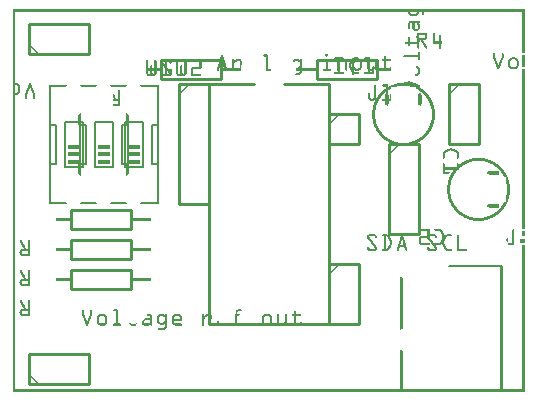
<source format=gto>
G04 MADE WITH FRITZING*
G04 WWW.FRITZING.ORG*
G04 DOUBLE SIDED*
G04 HOLES PLATED*
G04 CONTOUR ON CENTER OF CONTOUR VECTOR*
%ASAXBY*%
%FSLAX23Y23*%
%MOIN*%
%OFA0B0*%
%SFA1.0B1.0*%
%ADD10R,0.040000X0.015000*%
%ADD11C,0.010000*%
%ADD12C,0.008000*%
%ADD13R,0.001000X0.001000*%
%LNSILK1*%
G90*
G70*
G54D10*
X402Y817D03*
X402Y792D03*
X402Y767D03*
X302Y817D03*
X302Y792D03*
X302Y767D03*
X302Y817D03*
X302Y792D03*
X302Y767D03*
X202Y817D03*
X202Y792D03*
X202Y767D03*
G54D11*
X693Y1042D02*
X493Y1042D01*
D02*
X493Y1042D02*
X493Y1108D01*
D02*
X493Y1108D02*
X693Y1108D01*
D02*
X693Y1108D02*
X693Y1042D01*
D02*
X1012Y1108D02*
X1212Y1108D01*
D02*
X1212Y1108D02*
X1212Y1042D01*
D02*
X1212Y1042D02*
X1012Y1042D01*
D02*
X1012Y1042D02*
X1012Y1108D01*
D02*
X52Y25D02*
X252Y25D01*
D02*
X252Y25D02*
X252Y125D01*
D02*
X252Y125D02*
X52Y125D01*
D02*
X52Y125D02*
X52Y25D01*
D02*
X1452Y1025D02*
X1452Y825D01*
D02*
X1452Y825D02*
X1552Y825D01*
D02*
X1552Y825D02*
X1552Y1025D01*
D02*
X1552Y1025D02*
X1452Y1025D01*
D02*
X52Y1125D02*
X252Y1125D01*
D02*
X252Y1125D02*
X252Y1225D01*
D02*
X252Y1225D02*
X52Y1225D01*
D02*
X52Y1225D02*
X52Y1125D01*
D02*
X1052Y425D02*
X1052Y225D01*
D02*
X1052Y225D02*
X1152Y225D01*
D02*
X1152Y225D02*
X1152Y425D01*
D02*
X1152Y425D02*
X1052Y425D01*
G54D12*
D02*
X1630Y419D02*
X1453Y419D01*
G54D11*
D02*
X1052Y925D02*
X1052Y825D01*
D02*
X1052Y825D02*
X1152Y825D01*
D02*
X1152Y825D02*
X1152Y925D01*
D02*
X1152Y925D02*
X1052Y925D01*
D02*
X552Y1025D02*
X552Y625D01*
D02*
X552Y625D02*
X652Y625D01*
D02*
X652Y625D02*
X652Y1025D01*
D02*
X652Y1025D02*
X552Y1025D01*
D02*
X1252Y825D02*
X1252Y525D01*
D02*
X1252Y525D02*
X1352Y525D01*
D02*
X1352Y525D02*
X1352Y825D01*
D02*
X1352Y825D02*
X1252Y825D01*
D02*
X652Y1025D02*
X652Y225D01*
D02*
X652Y225D02*
X1052Y225D01*
D02*
X1052Y225D02*
X1052Y1025D01*
D02*
X652Y1025D02*
X802Y1025D01*
D02*
X902Y1025D02*
X1052Y1025D01*
G54D12*
D02*
X222Y760D02*
X242Y760D01*
D02*
X242Y760D02*
X242Y890D01*
D02*
X242Y890D02*
X222Y890D01*
D02*
X222Y890D02*
X222Y760D01*
D02*
X482Y630D02*
X482Y760D01*
D02*
X482Y890D02*
X462Y890D01*
D02*
X462Y890D02*
X462Y760D01*
D02*
X462Y760D02*
X482Y760D01*
D02*
X482Y890D02*
X482Y1020D01*
D02*
X482Y760D02*
X482Y890D01*
D02*
X372Y900D02*
X372Y750D01*
D02*
X372Y900D02*
X432Y900D01*
D02*
X432Y750D02*
X432Y900D01*
D02*
X432Y750D02*
X372Y750D01*
D02*
X272Y900D02*
X272Y750D01*
D02*
X272Y900D02*
X332Y900D01*
D02*
X332Y750D02*
X332Y900D01*
D02*
X332Y750D02*
X272Y750D01*
D02*
X122Y1020D02*
X122Y890D01*
D02*
X122Y760D02*
X142Y760D01*
D02*
X142Y760D02*
X142Y890D01*
D02*
X142Y890D02*
X122Y890D01*
D02*
X122Y760D02*
X122Y630D01*
D02*
X122Y890D02*
X122Y760D01*
D02*
X382Y890D02*
X362Y890D01*
D02*
X362Y890D02*
X362Y760D01*
D02*
X362Y760D02*
X382Y760D01*
D02*
X382Y760D02*
X382Y890D01*
D02*
X272Y900D02*
X272Y750D01*
D02*
X272Y900D02*
X332Y900D01*
D02*
X332Y750D02*
X332Y900D01*
D02*
X332Y750D02*
X272Y750D01*
D02*
X172Y900D02*
X172Y750D01*
D02*
X172Y900D02*
X232Y900D01*
D02*
X232Y750D02*
X232Y900D01*
D02*
X232Y750D02*
X172Y750D01*
G54D11*
D02*
X393Y342D02*
X193Y342D01*
D02*
X193Y342D02*
X193Y408D01*
D02*
X193Y408D02*
X393Y408D01*
D02*
X393Y408D02*
X393Y342D01*
D02*
X393Y442D02*
X193Y442D01*
D02*
X193Y442D02*
X193Y508D01*
D02*
X193Y508D02*
X393Y508D01*
D02*
X393Y508D02*
X393Y442D01*
D02*
X393Y542D02*
X193Y542D01*
D02*
X193Y542D02*
X193Y608D01*
D02*
X193Y608D02*
X393Y608D01*
D02*
X393Y608D02*
X393Y542D01*
G54D13*
X0Y1275D02*
X1705Y1275D01*
X0Y1274D02*
X1705Y1274D01*
X0Y1273D02*
X1705Y1273D01*
X0Y1272D02*
X1705Y1272D01*
X0Y1271D02*
X1705Y1271D01*
X0Y1270D02*
X1705Y1270D01*
X0Y1269D02*
X1705Y1269D01*
X0Y1268D02*
X1705Y1268D01*
X0Y1267D02*
X7Y1267D01*
X1317Y1267D02*
X1323Y1267D01*
X1347Y1267D02*
X1353Y1267D01*
X1364Y1267D02*
X1370Y1267D01*
X1698Y1267D02*
X1705Y1267D01*
X0Y1266D02*
X7Y1266D01*
X1317Y1266D02*
X1323Y1266D01*
X1347Y1266D02*
X1353Y1266D01*
X1364Y1266D02*
X1370Y1266D01*
X1698Y1266D02*
X1705Y1266D01*
X0Y1265D02*
X7Y1265D01*
X1317Y1265D02*
X1323Y1265D01*
X1346Y1265D02*
X1353Y1265D01*
X1364Y1265D02*
X1370Y1265D01*
X1698Y1265D02*
X1705Y1265D01*
X0Y1264D02*
X7Y1264D01*
X1317Y1264D02*
X1324Y1264D01*
X1346Y1264D02*
X1352Y1264D01*
X1364Y1264D02*
X1370Y1264D01*
X1698Y1264D02*
X1705Y1264D01*
X0Y1263D02*
X7Y1263D01*
X1318Y1263D02*
X1324Y1263D01*
X1345Y1263D02*
X1352Y1263D01*
X1364Y1263D02*
X1370Y1263D01*
X1698Y1263D02*
X1705Y1263D01*
X0Y1262D02*
X7Y1262D01*
X1318Y1262D02*
X1325Y1262D01*
X1345Y1262D02*
X1352Y1262D01*
X1364Y1262D02*
X1370Y1262D01*
X1698Y1262D02*
X1705Y1262D01*
X0Y1261D02*
X7Y1261D01*
X1318Y1261D02*
X1326Y1261D01*
X1344Y1261D02*
X1351Y1261D01*
X1364Y1261D02*
X1370Y1261D01*
X1698Y1261D02*
X1705Y1261D01*
X0Y1260D02*
X7Y1260D01*
X1319Y1260D02*
X1328Y1260D01*
X1342Y1260D02*
X1351Y1260D01*
X1364Y1260D02*
X1370Y1260D01*
X1698Y1260D02*
X1705Y1260D01*
X0Y1259D02*
X7Y1259D01*
X1320Y1259D02*
X1350Y1259D01*
X1364Y1259D02*
X1370Y1259D01*
X1698Y1259D02*
X1705Y1259D01*
X0Y1258D02*
X7Y1258D01*
X1321Y1258D02*
X1349Y1258D01*
X1365Y1258D02*
X1370Y1258D01*
X1698Y1258D02*
X1705Y1258D01*
X0Y1257D02*
X7Y1257D01*
X1321Y1257D02*
X1348Y1257D01*
X1366Y1257D02*
X1369Y1257D01*
X1698Y1257D02*
X1705Y1257D01*
X0Y1256D02*
X7Y1256D01*
X1322Y1256D02*
X1347Y1256D01*
X1698Y1256D02*
X1705Y1256D01*
X0Y1255D02*
X7Y1255D01*
X1323Y1255D02*
X1346Y1255D01*
X1698Y1255D02*
X1705Y1255D01*
X0Y1254D02*
X7Y1254D01*
X1325Y1254D02*
X1345Y1254D01*
X1698Y1254D02*
X1705Y1254D01*
X0Y1253D02*
X7Y1253D01*
X1329Y1253D02*
X1340Y1253D01*
X1698Y1253D02*
X1705Y1253D01*
X0Y1252D02*
X7Y1252D01*
X1698Y1252D02*
X1705Y1252D01*
X0Y1251D02*
X7Y1251D01*
X1698Y1251D02*
X1705Y1251D01*
X0Y1250D02*
X7Y1250D01*
X1698Y1250D02*
X1705Y1250D01*
X0Y1249D02*
X7Y1249D01*
X1698Y1249D02*
X1705Y1249D01*
X0Y1248D02*
X7Y1248D01*
X1698Y1248D02*
X1705Y1248D01*
X0Y1247D02*
X7Y1247D01*
X1698Y1247D02*
X1705Y1247D01*
X0Y1246D02*
X7Y1246D01*
X1698Y1246D02*
X1705Y1246D01*
X0Y1245D02*
X7Y1245D01*
X1698Y1245D02*
X1705Y1245D01*
X0Y1244D02*
X7Y1244D01*
X1698Y1244D02*
X1705Y1244D01*
X0Y1243D02*
X7Y1243D01*
X1698Y1243D02*
X1705Y1243D01*
X0Y1242D02*
X7Y1242D01*
X1698Y1242D02*
X1705Y1242D01*
X0Y1241D02*
X7Y1241D01*
X1698Y1241D02*
X1705Y1241D01*
X0Y1240D02*
X7Y1240D01*
X1698Y1240D02*
X1705Y1240D01*
X0Y1239D02*
X7Y1239D01*
X1698Y1239D02*
X1705Y1239D01*
X0Y1238D02*
X7Y1238D01*
X1698Y1238D02*
X1705Y1238D01*
X0Y1237D02*
X7Y1237D01*
X1337Y1237D02*
X1354Y1237D01*
X1698Y1237D02*
X1705Y1237D01*
X0Y1236D02*
X7Y1236D01*
X1324Y1236D02*
X1355Y1236D01*
X1698Y1236D02*
X1705Y1236D01*
X0Y1235D02*
X7Y1235D01*
X1322Y1235D02*
X1355Y1235D01*
X1698Y1235D02*
X1705Y1235D01*
X0Y1234D02*
X7Y1234D01*
X1321Y1234D02*
X1355Y1234D01*
X1698Y1234D02*
X1705Y1234D01*
X0Y1233D02*
X7Y1233D01*
X1320Y1233D02*
X1355Y1233D01*
X1698Y1233D02*
X1705Y1233D01*
X0Y1232D02*
X7Y1232D01*
X1319Y1232D02*
X1355Y1232D01*
X1698Y1232D02*
X1705Y1232D01*
X0Y1231D02*
X7Y1231D01*
X1318Y1231D02*
X1354Y1231D01*
X1698Y1231D02*
X1705Y1231D01*
X0Y1230D02*
X7Y1230D01*
X1318Y1230D02*
X1341Y1230D01*
X1345Y1230D02*
X1352Y1230D01*
X1698Y1230D02*
X1705Y1230D01*
X0Y1229D02*
X7Y1229D01*
X1317Y1229D02*
X1325Y1229D01*
X1332Y1229D02*
X1339Y1229D01*
X1346Y1229D02*
X1353Y1229D01*
X1698Y1229D02*
X1705Y1229D01*
X0Y1228D02*
X7Y1228D01*
X1317Y1228D02*
X1324Y1228D01*
X1332Y1228D02*
X1338Y1228D01*
X1346Y1228D02*
X1354Y1228D01*
X1698Y1228D02*
X1705Y1228D01*
X0Y1227D02*
X7Y1227D01*
X1317Y1227D02*
X1323Y1227D01*
X1332Y1227D02*
X1338Y1227D01*
X1347Y1227D02*
X1354Y1227D01*
X1698Y1227D02*
X1705Y1227D01*
X0Y1226D02*
X7Y1226D01*
X1317Y1226D02*
X1323Y1226D01*
X1332Y1226D02*
X1338Y1226D01*
X1348Y1226D02*
X1355Y1226D01*
X1698Y1226D02*
X1705Y1226D01*
X0Y1225D02*
X7Y1225D01*
X1317Y1225D02*
X1323Y1225D01*
X1332Y1225D02*
X1338Y1225D01*
X1348Y1225D02*
X1355Y1225D01*
X1698Y1225D02*
X1705Y1225D01*
X0Y1224D02*
X7Y1224D01*
X1317Y1224D02*
X1323Y1224D01*
X1332Y1224D02*
X1338Y1224D01*
X1349Y1224D02*
X1355Y1224D01*
X1698Y1224D02*
X1705Y1224D01*
X0Y1223D02*
X7Y1223D01*
X1317Y1223D02*
X1323Y1223D01*
X1332Y1223D02*
X1338Y1223D01*
X1349Y1223D02*
X1356Y1223D01*
X1698Y1223D02*
X1705Y1223D01*
X0Y1222D02*
X7Y1222D01*
X1317Y1222D02*
X1323Y1222D01*
X1332Y1222D02*
X1338Y1222D01*
X1350Y1222D02*
X1356Y1222D01*
X1698Y1222D02*
X1705Y1222D01*
X0Y1221D02*
X7Y1221D01*
X1317Y1221D02*
X1323Y1221D01*
X1332Y1221D02*
X1338Y1221D01*
X1350Y1221D02*
X1356Y1221D01*
X1698Y1221D02*
X1705Y1221D01*
X0Y1220D02*
X7Y1220D01*
X1317Y1220D02*
X1323Y1220D01*
X1332Y1220D02*
X1338Y1220D01*
X1350Y1220D02*
X1356Y1220D01*
X1698Y1220D02*
X1705Y1220D01*
X0Y1219D02*
X7Y1219D01*
X1317Y1219D02*
X1323Y1219D01*
X1332Y1219D02*
X1338Y1219D01*
X1350Y1219D02*
X1356Y1219D01*
X1698Y1219D02*
X1705Y1219D01*
X0Y1218D02*
X7Y1218D01*
X1317Y1218D02*
X1323Y1218D01*
X1332Y1218D02*
X1338Y1218D01*
X1350Y1218D02*
X1356Y1218D01*
X1698Y1218D02*
X1705Y1218D01*
X0Y1217D02*
X7Y1217D01*
X1317Y1217D02*
X1323Y1217D01*
X1332Y1217D02*
X1338Y1217D01*
X1350Y1217D02*
X1356Y1217D01*
X1698Y1217D02*
X1705Y1217D01*
X0Y1216D02*
X7Y1216D01*
X1317Y1216D02*
X1323Y1216D01*
X1332Y1216D02*
X1338Y1216D01*
X1350Y1216D02*
X1356Y1216D01*
X1698Y1216D02*
X1705Y1216D01*
X0Y1215D02*
X7Y1215D01*
X1317Y1215D02*
X1323Y1215D01*
X1332Y1215D02*
X1338Y1215D01*
X1350Y1215D02*
X1356Y1215D01*
X1698Y1215D02*
X1705Y1215D01*
X0Y1214D02*
X7Y1214D01*
X1317Y1214D02*
X1323Y1214D01*
X1332Y1214D02*
X1338Y1214D01*
X1350Y1214D02*
X1356Y1214D01*
X1698Y1214D02*
X1705Y1214D01*
X0Y1213D02*
X7Y1213D01*
X1317Y1213D02*
X1323Y1213D01*
X1332Y1213D02*
X1338Y1213D01*
X1349Y1213D02*
X1356Y1213D01*
X1698Y1213D02*
X1705Y1213D01*
X0Y1212D02*
X7Y1212D01*
X1317Y1212D02*
X1323Y1212D01*
X1332Y1212D02*
X1338Y1212D01*
X1349Y1212D02*
X1355Y1212D01*
X1698Y1212D02*
X1705Y1212D01*
X0Y1211D02*
X7Y1211D01*
X1318Y1211D02*
X1322Y1211D01*
X1332Y1211D02*
X1339Y1211D01*
X1348Y1211D02*
X1355Y1211D01*
X1698Y1211D02*
X1705Y1211D01*
X0Y1210D02*
X7Y1210D01*
X1320Y1210D02*
X1320Y1210D01*
X1332Y1210D02*
X1341Y1210D01*
X1346Y1210D02*
X1355Y1210D01*
X1698Y1210D02*
X1705Y1210D01*
X0Y1209D02*
X7Y1209D01*
X1333Y1209D02*
X1355Y1209D01*
X1698Y1209D02*
X1705Y1209D01*
X0Y1208D02*
X7Y1208D01*
X1333Y1208D02*
X1354Y1208D01*
X1698Y1208D02*
X1705Y1208D01*
X0Y1207D02*
X7Y1207D01*
X1334Y1207D02*
X1353Y1207D01*
X1698Y1207D02*
X1705Y1207D01*
X0Y1206D02*
X7Y1206D01*
X1335Y1206D02*
X1352Y1206D01*
X1698Y1206D02*
X1705Y1206D01*
X0Y1205D02*
X7Y1205D01*
X1336Y1205D02*
X1351Y1205D01*
X1698Y1205D02*
X1705Y1205D01*
X0Y1204D02*
X7Y1204D01*
X1338Y1204D02*
X1350Y1204D01*
X1698Y1204D02*
X1705Y1204D01*
X0Y1203D02*
X7Y1203D01*
X1342Y1203D02*
X1345Y1203D01*
X1698Y1203D02*
X1705Y1203D01*
X0Y1202D02*
X7Y1202D01*
X1698Y1202D02*
X1705Y1202D01*
X0Y1201D02*
X7Y1201D01*
X1698Y1201D02*
X1705Y1201D01*
X0Y1200D02*
X7Y1200D01*
X1698Y1200D02*
X1705Y1200D01*
X0Y1199D02*
X7Y1199D01*
X1698Y1199D02*
X1705Y1199D01*
X0Y1198D02*
X7Y1198D01*
X1698Y1198D02*
X1705Y1198D01*
X0Y1197D02*
X7Y1197D01*
X1348Y1197D02*
X1375Y1197D01*
X1400Y1197D02*
X1404Y1197D01*
X1698Y1197D02*
X1705Y1197D01*
X0Y1196D02*
X7Y1196D01*
X1348Y1196D02*
X1377Y1196D01*
X1400Y1196D02*
X1405Y1196D01*
X1698Y1196D02*
X1705Y1196D01*
X0Y1195D02*
X7Y1195D01*
X1348Y1195D02*
X1378Y1195D01*
X1399Y1195D02*
X1405Y1195D01*
X1698Y1195D02*
X1705Y1195D01*
X0Y1194D02*
X7Y1194D01*
X1348Y1194D02*
X1379Y1194D01*
X1399Y1194D02*
X1405Y1194D01*
X1698Y1194D02*
X1705Y1194D01*
X0Y1193D02*
X7Y1193D01*
X1348Y1193D02*
X1380Y1193D01*
X1399Y1193D02*
X1405Y1193D01*
X1698Y1193D02*
X1705Y1193D01*
X0Y1192D02*
X7Y1192D01*
X1348Y1192D02*
X1380Y1192D01*
X1399Y1192D02*
X1405Y1192D01*
X1423Y1192D02*
X1423Y1192D01*
X1698Y1192D02*
X1705Y1192D01*
X0Y1191D02*
X7Y1191D01*
X1348Y1191D02*
X1381Y1191D01*
X1399Y1191D02*
X1405Y1191D01*
X1421Y1191D02*
X1425Y1191D01*
X1698Y1191D02*
X1705Y1191D01*
X0Y1190D02*
X7Y1190D01*
X1348Y1190D02*
X1354Y1190D01*
X1374Y1190D02*
X1381Y1190D01*
X1399Y1190D02*
X1405Y1190D01*
X1420Y1190D02*
X1426Y1190D01*
X1698Y1190D02*
X1705Y1190D01*
X0Y1189D02*
X7Y1189D01*
X1348Y1189D02*
X1354Y1189D01*
X1375Y1189D02*
X1381Y1189D01*
X1399Y1189D02*
X1405Y1189D01*
X1420Y1189D02*
X1426Y1189D01*
X1698Y1189D02*
X1705Y1189D01*
X0Y1188D02*
X7Y1188D01*
X1348Y1188D02*
X1354Y1188D01*
X1375Y1188D02*
X1381Y1188D01*
X1399Y1188D02*
X1405Y1188D01*
X1420Y1188D02*
X1426Y1188D01*
X1698Y1188D02*
X1705Y1188D01*
X0Y1187D02*
X7Y1187D01*
X1345Y1187D02*
X1354Y1187D01*
X1375Y1187D02*
X1381Y1187D01*
X1399Y1187D02*
X1405Y1187D01*
X1420Y1187D02*
X1426Y1187D01*
X1698Y1187D02*
X1705Y1187D01*
X0Y1186D02*
X7Y1186D01*
X1344Y1186D02*
X1354Y1186D01*
X1375Y1186D02*
X1381Y1186D01*
X1399Y1186D02*
X1405Y1186D01*
X1420Y1186D02*
X1426Y1186D01*
X1698Y1186D02*
X1705Y1186D01*
X0Y1185D02*
X7Y1185D01*
X1344Y1185D02*
X1354Y1185D01*
X1375Y1185D02*
X1381Y1185D01*
X1399Y1185D02*
X1405Y1185D01*
X1420Y1185D02*
X1426Y1185D01*
X1698Y1185D02*
X1705Y1185D01*
X0Y1184D02*
X7Y1184D01*
X1344Y1184D02*
X1354Y1184D01*
X1375Y1184D02*
X1381Y1184D01*
X1399Y1184D02*
X1405Y1184D01*
X1420Y1184D02*
X1426Y1184D01*
X1698Y1184D02*
X1705Y1184D01*
X0Y1183D02*
X7Y1183D01*
X1318Y1183D02*
X1322Y1183D01*
X1344Y1183D02*
X1354Y1183D01*
X1375Y1183D02*
X1381Y1183D01*
X1399Y1183D02*
X1405Y1183D01*
X1420Y1183D02*
X1426Y1183D01*
X1698Y1183D02*
X1705Y1183D01*
X0Y1182D02*
X7Y1182D01*
X1317Y1182D02*
X1323Y1182D01*
X1344Y1182D02*
X1354Y1182D01*
X1375Y1182D02*
X1381Y1182D01*
X1399Y1182D02*
X1405Y1182D01*
X1420Y1182D02*
X1426Y1182D01*
X1698Y1182D02*
X1705Y1182D01*
X0Y1181D02*
X7Y1181D01*
X1317Y1181D02*
X1323Y1181D01*
X1346Y1181D02*
X1355Y1181D01*
X1374Y1181D02*
X1381Y1181D01*
X1399Y1181D02*
X1405Y1181D01*
X1420Y1181D02*
X1426Y1181D01*
X1698Y1181D02*
X1705Y1181D01*
X0Y1180D02*
X7Y1180D01*
X1317Y1180D02*
X1323Y1180D01*
X1348Y1180D02*
X1380Y1180D01*
X1399Y1180D02*
X1405Y1180D01*
X1420Y1180D02*
X1426Y1180D01*
X1698Y1180D02*
X1705Y1180D01*
X0Y1179D02*
X7Y1179D01*
X1317Y1179D02*
X1323Y1179D01*
X1348Y1179D02*
X1380Y1179D01*
X1399Y1179D02*
X1405Y1179D01*
X1420Y1179D02*
X1426Y1179D01*
X1698Y1179D02*
X1705Y1179D01*
X0Y1178D02*
X7Y1178D01*
X1317Y1178D02*
X1323Y1178D01*
X1348Y1178D02*
X1379Y1178D01*
X1399Y1178D02*
X1405Y1178D01*
X1420Y1178D02*
X1426Y1178D01*
X1698Y1178D02*
X1705Y1178D01*
X0Y1177D02*
X7Y1177D01*
X1317Y1177D02*
X1323Y1177D01*
X1348Y1177D02*
X1379Y1177D01*
X1399Y1177D02*
X1405Y1177D01*
X1420Y1177D02*
X1426Y1177D01*
X1698Y1177D02*
X1705Y1177D01*
X0Y1176D02*
X7Y1176D01*
X1317Y1176D02*
X1323Y1176D01*
X1348Y1176D02*
X1378Y1176D01*
X1399Y1176D02*
X1405Y1176D01*
X1420Y1176D02*
X1426Y1176D01*
X1698Y1176D02*
X1705Y1176D01*
X0Y1175D02*
X7Y1175D01*
X1317Y1175D02*
X1323Y1175D01*
X1348Y1175D02*
X1376Y1175D01*
X1399Y1175D02*
X1405Y1175D01*
X1420Y1175D02*
X1426Y1175D01*
X1698Y1175D02*
X1705Y1175D01*
X0Y1174D02*
X7Y1174D01*
X1317Y1174D02*
X1323Y1174D01*
X1348Y1174D02*
X1374Y1174D01*
X1399Y1174D02*
X1405Y1174D01*
X1420Y1174D02*
X1426Y1174D01*
X1698Y1174D02*
X1705Y1174D01*
X0Y1173D02*
X7Y1173D01*
X1317Y1173D02*
X1323Y1173D01*
X1348Y1173D02*
X1356Y1173D01*
X1359Y1173D02*
X1367Y1173D01*
X1399Y1173D02*
X1405Y1173D01*
X1420Y1173D02*
X1426Y1173D01*
X1698Y1173D02*
X1705Y1173D01*
X0Y1172D02*
X7Y1172D01*
X1317Y1172D02*
X1323Y1172D01*
X1348Y1172D02*
X1356Y1172D01*
X1360Y1172D02*
X1367Y1172D01*
X1399Y1172D02*
X1405Y1172D01*
X1420Y1172D02*
X1426Y1172D01*
X1698Y1172D02*
X1705Y1172D01*
X0Y1171D02*
X7Y1171D01*
X1317Y1171D02*
X1323Y1171D01*
X1348Y1171D02*
X1356Y1171D01*
X1361Y1171D02*
X1368Y1171D01*
X1399Y1171D02*
X1405Y1171D01*
X1420Y1171D02*
X1426Y1171D01*
X1698Y1171D02*
X1705Y1171D01*
X0Y1170D02*
X7Y1170D01*
X1317Y1170D02*
X1323Y1170D01*
X1348Y1170D02*
X1356Y1170D01*
X1361Y1170D02*
X1368Y1170D01*
X1399Y1170D02*
X1405Y1170D01*
X1420Y1170D02*
X1426Y1170D01*
X1698Y1170D02*
X1705Y1170D01*
X0Y1169D02*
X7Y1169D01*
X1317Y1169D02*
X1323Y1169D01*
X1348Y1169D02*
X1355Y1169D01*
X1362Y1169D02*
X1369Y1169D01*
X1399Y1169D02*
X1405Y1169D01*
X1420Y1169D02*
X1426Y1169D01*
X1698Y1169D02*
X1705Y1169D01*
X0Y1168D02*
X7Y1168D01*
X1317Y1168D02*
X1323Y1168D01*
X1348Y1168D02*
X1355Y1168D01*
X1362Y1168D02*
X1370Y1168D01*
X1399Y1168D02*
X1428Y1168D01*
X1698Y1168D02*
X1705Y1168D01*
X0Y1167D02*
X7Y1167D01*
X1317Y1167D02*
X1323Y1167D01*
X1347Y1167D02*
X1355Y1167D01*
X1363Y1167D02*
X1370Y1167D01*
X1399Y1167D02*
X1429Y1167D01*
X1698Y1167D02*
X1705Y1167D01*
X0Y1166D02*
X7Y1166D01*
X1307Y1166D02*
X1355Y1166D01*
X1364Y1166D02*
X1371Y1166D01*
X1399Y1166D02*
X1429Y1166D01*
X1698Y1166D02*
X1705Y1166D01*
X0Y1165D02*
X7Y1165D01*
X1306Y1165D02*
X1354Y1165D01*
X1364Y1165D02*
X1371Y1165D01*
X1399Y1165D02*
X1429Y1165D01*
X1698Y1165D02*
X1705Y1165D01*
X0Y1164D02*
X7Y1164D01*
X1305Y1164D02*
X1354Y1164D01*
X1365Y1164D02*
X1372Y1164D01*
X1399Y1164D02*
X1429Y1164D01*
X1698Y1164D02*
X1705Y1164D01*
X0Y1163D02*
X7Y1163D01*
X1305Y1163D02*
X1354Y1163D01*
X1365Y1163D02*
X1373Y1163D01*
X1399Y1163D02*
X1429Y1163D01*
X1698Y1163D02*
X1705Y1163D01*
X0Y1162D02*
X7Y1162D01*
X1306Y1162D02*
X1354Y1162D01*
X1366Y1162D02*
X1373Y1162D01*
X1399Y1162D02*
X1428Y1162D01*
X1698Y1162D02*
X1705Y1162D01*
X0Y1161D02*
X7Y1161D01*
X53Y1161D02*
X54Y1161D01*
X1306Y1161D02*
X1354Y1161D01*
X1367Y1161D02*
X1374Y1161D01*
X1420Y1161D02*
X1426Y1161D01*
X1698Y1161D02*
X1705Y1161D01*
X0Y1160D02*
X7Y1160D01*
X52Y1160D02*
X55Y1160D01*
X1308Y1160D02*
X1354Y1160D01*
X1367Y1160D02*
X1374Y1160D01*
X1420Y1160D02*
X1426Y1160D01*
X1698Y1160D02*
X1705Y1160D01*
X0Y1159D02*
X7Y1159D01*
X51Y1159D02*
X56Y1159D01*
X1317Y1159D02*
X1323Y1159D01*
X1348Y1159D02*
X1354Y1159D01*
X1368Y1159D02*
X1375Y1159D01*
X1420Y1159D02*
X1426Y1159D01*
X1698Y1159D02*
X1705Y1159D01*
X0Y1158D02*
X7Y1158D01*
X51Y1158D02*
X57Y1158D01*
X1317Y1158D02*
X1323Y1158D01*
X1348Y1158D02*
X1354Y1158D01*
X1368Y1158D02*
X1375Y1158D01*
X1420Y1158D02*
X1426Y1158D01*
X1698Y1158D02*
X1705Y1158D01*
X0Y1157D02*
X7Y1157D01*
X52Y1157D02*
X58Y1157D01*
X1317Y1157D02*
X1323Y1157D01*
X1348Y1157D02*
X1354Y1157D01*
X1369Y1157D02*
X1376Y1157D01*
X1420Y1157D02*
X1426Y1157D01*
X1698Y1157D02*
X1705Y1157D01*
X0Y1156D02*
X7Y1156D01*
X53Y1156D02*
X59Y1156D01*
X1317Y1156D02*
X1323Y1156D01*
X1348Y1156D02*
X1354Y1156D01*
X1369Y1156D02*
X1377Y1156D01*
X1420Y1156D02*
X1426Y1156D01*
X1698Y1156D02*
X1705Y1156D01*
X0Y1155D02*
X7Y1155D01*
X54Y1155D02*
X60Y1155D01*
X1317Y1155D02*
X1323Y1155D01*
X1348Y1155D02*
X1354Y1155D01*
X1370Y1155D02*
X1377Y1155D01*
X1420Y1155D02*
X1426Y1155D01*
X1698Y1155D02*
X1705Y1155D01*
X0Y1154D02*
X7Y1154D01*
X55Y1154D02*
X61Y1154D01*
X1318Y1154D02*
X1322Y1154D01*
X1348Y1154D02*
X1354Y1154D01*
X1371Y1154D02*
X1378Y1154D01*
X1420Y1154D02*
X1426Y1154D01*
X1698Y1154D02*
X1705Y1154D01*
X0Y1153D02*
X7Y1153D01*
X56Y1153D02*
X62Y1153D01*
X1348Y1153D02*
X1354Y1153D01*
X1371Y1153D02*
X1378Y1153D01*
X1420Y1153D02*
X1426Y1153D01*
X1698Y1153D02*
X1705Y1153D01*
X0Y1152D02*
X7Y1152D01*
X57Y1152D02*
X63Y1152D01*
X1348Y1152D02*
X1354Y1152D01*
X1372Y1152D02*
X1379Y1152D01*
X1420Y1152D02*
X1426Y1152D01*
X1698Y1152D02*
X1705Y1152D01*
X0Y1151D02*
X7Y1151D01*
X58Y1151D02*
X64Y1151D01*
X1348Y1151D02*
X1354Y1151D01*
X1372Y1151D02*
X1380Y1151D01*
X1420Y1151D02*
X1426Y1151D01*
X1698Y1151D02*
X1705Y1151D01*
X0Y1150D02*
X7Y1150D01*
X59Y1150D02*
X65Y1150D01*
X1348Y1150D02*
X1354Y1150D01*
X1373Y1150D02*
X1380Y1150D01*
X1420Y1150D02*
X1426Y1150D01*
X1698Y1150D02*
X1705Y1150D01*
X0Y1149D02*
X7Y1149D01*
X60Y1149D02*
X66Y1149D01*
X1348Y1149D02*
X1354Y1149D01*
X1374Y1149D02*
X1381Y1149D01*
X1420Y1149D02*
X1426Y1149D01*
X1698Y1149D02*
X1705Y1149D01*
X0Y1148D02*
X7Y1148D01*
X61Y1148D02*
X67Y1148D01*
X1348Y1148D02*
X1354Y1148D01*
X1374Y1148D02*
X1381Y1148D01*
X1420Y1148D02*
X1426Y1148D01*
X1698Y1148D02*
X1705Y1148D01*
X0Y1147D02*
X7Y1147D01*
X62Y1147D02*
X68Y1147D01*
X1348Y1147D02*
X1354Y1147D01*
X1375Y1147D02*
X1381Y1147D01*
X1420Y1147D02*
X1426Y1147D01*
X1698Y1147D02*
X1705Y1147D01*
X0Y1146D02*
X7Y1146D01*
X63Y1146D02*
X68Y1146D01*
X1348Y1146D02*
X1353Y1146D01*
X1375Y1146D02*
X1381Y1146D01*
X1420Y1146D02*
X1426Y1146D01*
X1698Y1146D02*
X1705Y1146D01*
X0Y1145D02*
X7Y1145D01*
X64Y1145D02*
X69Y1145D01*
X1349Y1145D02*
X1353Y1145D01*
X1376Y1145D02*
X1380Y1145D01*
X1421Y1145D02*
X1425Y1145D01*
X1698Y1145D02*
X1705Y1145D01*
X0Y1144D02*
X7Y1144D01*
X65Y1144D02*
X70Y1144D01*
X1350Y1144D02*
X1351Y1144D01*
X1378Y1144D02*
X1379Y1144D01*
X1423Y1144D02*
X1423Y1144D01*
X1698Y1144D02*
X1705Y1144D01*
X0Y1143D02*
X7Y1143D01*
X66Y1143D02*
X71Y1143D01*
X1698Y1143D02*
X1705Y1143D01*
X0Y1142D02*
X7Y1142D01*
X67Y1142D02*
X73Y1142D01*
X1698Y1142D02*
X1705Y1142D01*
X0Y1141D02*
X7Y1141D01*
X68Y1141D02*
X74Y1141D01*
X1698Y1141D02*
X1705Y1141D01*
X0Y1140D02*
X7Y1140D01*
X69Y1140D02*
X75Y1140D01*
X1698Y1140D02*
X1705Y1140D01*
X0Y1139D02*
X7Y1139D01*
X70Y1139D02*
X76Y1139D01*
X1698Y1139D02*
X1705Y1139D01*
X0Y1138D02*
X7Y1138D01*
X71Y1138D02*
X77Y1138D01*
X1698Y1138D02*
X1705Y1138D01*
X0Y1137D02*
X7Y1137D01*
X72Y1137D02*
X78Y1137D01*
X1698Y1137D02*
X1705Y1137D01*
X0Y1136D02*
X7Y1136D01*
X73Y1136D02*
X79Y1136D01*
X1698Y1136D02*
X1705Y1136D01*
X0Y1135D02*
X7Y1135D01*
X74Y1135D02*
X80Y1135D01*
X1698Y1135D02*
X1705Y1135D01*
X0Y1134D02*
X7Y1134D01*
X75Y1134D02*
X81Y1134D01*
X1698Y1134D02*
X1705Y1134D01*
X0Y1133D02*
X7Y1133D01*
X76Y1133D02*
X82Y1133D01*
X1351Y1133D02*
X1354Y1133D01*
X1698Y1133D02*
X1705Y1133D01*
X0Y1132D02*
X7Y1132D01*
X77Y1132D02*
X83Y1132D01*
X1350Y1132D02*
X1355Y1132D01*
X1698Y1132D02*
X1705Y1132D01*
X0Y1131D02*
X7Y1131D01*
X78Y1131D02*
X84Y1131D01*
X1350Y1131D02*
X1355Y1131D01*
X1698Y1131D02*
X1705Y1131D01*
X0Y1130D02*
X7Y1130D01*
X79Y1130D02*
X85Y1130D01*
X1350Y1130D02*
X1356Y1130D01*
X1698Y1130D02*
X1705Y1130D01*
X0Y1129D02*
X7Y1129D01*
X80Y1129D02*
X86Y1129D01*
X1350Y1129D02*
X1356Y1129D01*
X1602Y1129D02*
X1606Y1129D01*
X1630Y1129D02*
X1633Y1129D01*
X0Y1128D02*
X7Y1128D01*
X81Y1128D02*
X87Y1128D01*
X1350Y1128D02*
X1356Y1128D01*
X1602Y1128D02*
X1607Y1128D01*
X1629Y1128D02*
X1634Y1128D01*
X0Y1127D02*
X7Y1127D01*
X82Y1127D02*
X88Y1127D01*
X1042Y1127D02*
X1049Y1127D01*
X1350Y1127D02*
X1356Y1127D01*
X1601Y1127D02*
X1607Y1127D01*
X1629Y1127D02*
X1635Y1127D01*
X0Y1126D02*
X7Y1126D01*
X83Y1126D02*
X87Y1126D01*
X1041Y1126D02*
X1049Y1126D01*
X1350Y1126D02*
X1356Y1126D01*
X1601Y1126D02*
X1607Y1126D01*
X1629Y1126D02*
X1635Y1126D01*
X0Y1125D02*
X7Y1125D01*
X84Y1125D02*
X86Y1125D01*
X837Y1125D02*
X846Y1125D01*
X1040Y1125D02*
X1050Y1125D01*
X1350Y1125D02*
X1356Y1125D01*
X1601Y1125D02*
X1607Y1125D01*
X1629Y1125D02*
X1635Y1125D01*
X0Y1124D02*
X7Y1124D01*
X85Y1124D02*
X85Y1124D01*
X695Y1124D02*
X699Y1124D01*
X835Y1124D02*
X849Y1124D01*
X1040Y1124D02*
X1050Y1124D01*
X1349Y1124D02*
X1356Y1124D01*
X1601Y1124D02*
X1607Y1124D01*
X1629Y1124D02*
X1635Y1124D01*
X0Y1123D02*
X7Y1123D01*
X694Y1123D02*
X700Y1123D01*
X834Y1123D02*
X849Y1123D01*
X1040Y1123D02*
X1050Y1123D01*
X1304Y1123D02*
X1356Y1123D01*
X1601Y1123D02*
X1607Y1123D01*
X1629Y1123D02*
X1635Y1123D01*
X1698Y1123D02*
X1705Y1123D01*
X0Y1122D02*
X7Y1122D01*
X694Y1122D02*
X700Y1122D01*
X834Y1122D02*
X850Y1122D01*
X1040Y1122D02*
X1050Y1122D01*
X1240Y1122D02*
X1240Y1122D01*
X1303Y1122D02*
X1356Y1122D01*
X1601Y1122D02*
X1607Y1122D01*
X1629Y1122D02*
X1635Y1122D01*
X1698Y1122D02*
X1705Y1122D01*
X0Y1121D02*
X7Y1121D01*
X694Y1121D02*
X700Y1121D01*
X834Y1121D02*
X850Y1121D01*
X1040Y1121D02*
X1050Y1121D01*
X1238Y1121D02*
X1242Y1121D01*
X1303Y1121D02*
X1356Y1121D01*
X1601Y1121D02*
X1607Y1121D01*
X1629Y1121D02*
X1635Y1121D01*
X1698Y1121D02*
X1705Y1121D01*
X0Y1120D02*
X7Y1120D01*
X693Y1120D02*
X701Y1120D01*
X834Y1120D02*
X850Y1120D01*
X1041Y1120D02*
X1049Y1120D01*
X1237Y1120D02*
X1243Y1120D01*
X1302Y1120D02*
X1356Y1120D01*
X1601Y1120D02*
X1607Y1120D01*
X1629Y1120D02*
X1635Y1120D01*
X1698Y1120D02*
X1705Y1120D01*
X0Y1119D02*
X7Y1119D01*
X693Y1119D02*
X701Y1119D01*
X835Y1119D02*
X850Y1119D01*
X1042Y1119D02*
X1049Y1119D01*
X1237Y1119D02*
X1243Y1119D01*
X1302Y1119D02*
X1356Y1119D01*
X1601Y1119D02*
X1607Y1119D01*
X1629Y1119D02*
X1635Y1119D01*
X1698Y1119D02*
X1705Y1119D01*
X0Y1118D02*
X7Y1118D01*
X693Y1118D02*
X701Y1118D01*
X837Y1118D02*
X850Y1118D01*
X1044Y1118D02*
X1046Y1118D01*
X1237Y1118D02*
X1243Y1118D01*
X1302Y1118D02*
X1356Y1118D01*
X1601Y1118D02*
X1607Y1118D01*
X1629Y1118D02*
X1635Y1118D01*
X1698Y1118D02*
X1705Y1118D01*
X0Y1117D02*
X7Y1117D01*
X692Y1117D02*
X701Y1117D01*
X844Y1117D02*
X850Y1117D01*
X1237Y1117D02*
X1243Y1117D01*
X1309Y1117D02*
X1356Y1117D01*
X1601Y1117D02*
X1607Y1117D01*
X1629Y1117D02*
X1635Y1117D01*
X1698Y1117D02*
X1705Y1117D01*
X0Y1116D02*
X7Y1116D01*
X692Y1116D02*
X702Y1116D01*
X844Y1116D02*
X850Y1116D01*
X1237Y1116D02*
X1243Y1116D01*
X1350Y1116D02*
X1356Y1116D01*
X1601Y1116D02*
X1607Y1116D01*
X1629Y1116D02*
X1635Y1116D01*
X1698Y1116D02*
X1705Y1116D01*
X0Y1115D02*
X7Y1115D01*
X692Y1115D02*
X702Y1115D01*
X844Y1115D02*
X850Y1115D01*
X1074Y1115D02*
X1100Y1115D01*
X1138Y1115D02*
X1150Y1115D01*
X1174Y1115D02*
X1189Y1115D01*
X1237Y1115D02*
X1243Y1115D01*
X1350Y1115D02*
X1356Y1115D01*
X1601Y1115D02*
X1607Y1115D01*
X1629Y1115D02*
X1635Y1115D01*
X1663Y1115D02*
X1672Y1115D01*
X1698Y1115D02*
X1705Y1115D01*
X0Y1114D02*
X7Y1114D01*
X692Y1114D02*
X702Y1114D01*
X844Y1114D02*
X850Y1114D01*
X1071Y1114D02*
X1103Y1114D01*
X1134Y1114D02*
X1153Y1114D01*
X1171Y1114D02*
X1190Y1114D01*
X1237Y1114D02*
X1243Y1114D01*
X1350Y1114D02*
X1356Y1114D01*
X1601Y1114D02*
X1608Y1114D01*
X1628Y1114D02*
X1635Y1114D01*
X1659Y1114D02*
X1676Y1114D01*
X1698Y1114D02*
X1705Y1114D01*
X0Y1113D02*
X7Y1113D01*
X691Y1113D02*
X703Y1113D01*
X844Y1113D02*
X850Y1113D01*
X1071Y1113D02*
X1103Y1113D01*
X1132Y1113D02*
X1153Y1113D01*
X1170Y1113D02*
X1190Y1113D01*
X1237Y1113D02*
X1243Y1113D01*
X1350Y1113D02*
X1356Y1113D01*
X1601Y1113D02*
X1608Y1113D01*
X1628Y1113D02*
X1634Y1113D01*
X1658Y1113D02*
X1678Y1113D01*
X1698Y1113D02*
X1705Y1113D01*
X0Y1112D02*
X7Y1112D01*
X691Y1112D02*
X703Y1112D01*
X844Y1112D02*
X850Y1112D01*
X1070Y1112D02*
X1104Y1112D01*
X1131Y1112D02*
X1154Y1112D01*
X1170Y1112D02*
X1190Y1112D01*
X1237Y1112D02*
X1243Y1112D01*
X1350Y1112D02*
X1356Y1112D01*
X1602Y1112D02*
X1608Y1112D01*
X1627Y1112D02*
X1634Y1112D01*
X1657Y1112D02*
X1679Y1112D01*
X1698Y1112D02*
X1705Y1112D01*
X0Y1111D02*
X7Y1111D01*
X691Y1111D02*
X703Y1111D01*
X844Y1111D02*
X850Y1111D01*
X1070Y1111D02*
X1104Y1111D01*
X1130Y1111D02*
X1154Y1111D01*
X1170Y1111D02*
X1190Y1111D01*
X1237Y1111D02*
X1243Y1111D01*
X1350Y1111D02*
X1356Y1111D01*
X1602Y1111D02*
X1609Y1111D01*
X1627Y1111D02*
X1634Y1111D01*
X1655Y1111D02*
X1680Y1111D01*
X1698Y1111D02*
X1705Y1111D01*
X0Y1110D02*
X7Y1110D01*
X690Y1110D02*
X703Y1110D01*
X732Y1110D02*
X734Y1110D01*
X747Y1110D02*
X755Y1110D01*
X844Y1110D02*
X850Y1110D01*
X941Y1110D02*
X949Y1110D01*
X960Y1110D02*
X961Y1110D01*
X1036Y1110D02*
X1048Y1110D01*
X1071Y1110D02*
X1105Y1110D01*
X1129Y1110D02*
X1153Y1110D01*
X1170Y1110D02*
X1190Y1110D01*
X1210Y1110D02*
X1211Y1110D01*
X1232Y1110D02*
X1258Y1110D01*
X1350Y1110D02*
X1356Y1110D01*
X1603Y1110D02*
X1609Y1110D01*
X1627Y1110D02*
X1633Y1110D01*
X1654Y1110D02*
X1681Y1110D01*
X1698Y1110D02*
X1705Y1110D01*
X0Y1109D02*
X7Y1109D01*
X690Y1109D02*
X704Y1109D01*
X731Y1109D02*
X735Y1109D01*
X745Y1109D02*
X757Y1109D01*
X844Y1109D02*
X850Y1109D01*
X938Y1109D02*
X952Y1109D01*
X959Y1109D02*
X963Y1109D01*
X1034Y1109D02*
X1049Y1109D01*
X1071Y1109D02*
X1107Y1109D01*
X1129Y1109D02*
X1154Y1109D01*
X1171Y1109D02*
X1190Y1109D01*
X1209Y1109D02*
X1213Y1109D01*
X1231Y1109D02*
X1259Y1109D01*
X1350Y1109D02*
X1355Y1109D01*
X1603Y1109D02*
X1609Y1109D01*
X1626Y1109D02*
X1633Y1109D01*
X1653Y1109D02*
X1682Y1109D01*
X1698Y1109D02*
X1705Y1109D01*
X0Y1108D02*
X7Y1108D01*
X690Y1108D02*
X696Y1108D01*
X698Y1108D02*
X704Y1108D01*
X730Y1108D02*
X736Y1108D01*
X743Y1108D02*
X759Y1108D01*
X844Y1108D02*
X850Y1108D01*
X937Y1108D02*
X954Y1108D01*
X958Y1108D02*
X963Y1108D01*
X1034Y1108D02*
X1050Y1108D01*
X1074Y1108D02*
X1109Y1108D01*
X1128Y1108D02*
X1156Y1108D01*
X1174Y1108D02*
X1190Y1108D01*
X1208Y1108D02*
X1213Y1108D01*
X1230Y1108D02*
X1260Y1108D01*
X1350Y1108D02*
X1355Y1108D01*
X1603Y1108D02*
X1610Y1108D01*
X1626Y1108D02*
X1632Y1108D01*
X1653Y1108D02*
X1663Y1108D01*
X1673Y1108D02*
X1683Y1108D01*
X1698Y1108D02*
X1705Y1108D01*
X0Y1107D02*
X7Y1107D01*
X498Y1107D02*
X518Y1107D01*
X598Y1107D02*
X621Y1107D01*
X690Y1107D02*
X696Y1107D01*
X698Y1107D02*
X704Y1107D01*
X730Y1107D02*
X736Y1107D01*
X741Y1107D02*
X760Y1107D01*
X844Y1107D02*
X850Y1107D01*
X935Y1107D02*
X955Y1107D01*
X958Y1107D02*
X964Y1107D01*
X1034Y1107D02*
X1050Y1107D01*
X1080Y1107D02*
X1110Y1107D01*
X1128Y1107D02*
X1136Y1107D01*
X1138Y1107D02*
X1157Y1107D01*
X1180Y1107D02*
X1190Y1107D01*
X1208Y1107D02*
X1214Y1107D01*
X1230Y1107D02*
X1260Y1107D01*
X1351Y1107D02*
X1354Y1107D01*
X1604Y1107D02*
X1610Y1107D01*
X1625Y1107D02*
X1632Y1107D01*
X1652Y1107D02*
X1660Y1107D01*
X1675Y1107D02*
X1684Y1107D01*
X1698Y1107D02*
X1705Y1107D01*
X0Y1106D02*
X7Y1106D01*
X445Y1106D02*
X449Y1106D01*
X473Y1106D02*
X477Y1106D01*
X495Y1106D02*
X522Y1106D01*
X545Y1106D02*
X549Y1106D01*
X573Y1106D02*
X577Y1106D01*
X595Y1106D02*
X624Y1106D01*
X689Y1106D02*
X696Y1106D01*
X698Y1106D02*
X705Y1106D01*
X730Y1106D02*
X736Y1106D01*
X740Y1106D02*
X761Y1106D01*
X844Y1106D02*
X850Y1106D01*
X934Y1106D02*
X964Y1106D01*
X1034Y1106D02*
X1050Y1106D01*
X1080Y1106D02*
X1111Y1106D01*
X1127Y1106D02*
X1158Y1106D01*
X1180Y1106D02*
X1190Y1106D01*
X1208Y1106D02*
X1214Y1106D01*
X1230Y1106D02*
X1260Y1106D01*
X1604Y1106D02*
X1611Y1106D01*
X1625Y1106D02*
X1632Y1106D01*
X1652Y1106D02*
X1659Y1106D01*
X1677Y1106D02*
X1684Y1106D01*
X1698Y1106D02*
X1705Y1106D01*
X0Y1105D02*
X7Y1105D01*
X445Y1105D02*
X450Y1105D01*
X472Y1105D02*
X477Y1105D01*
X495Y1105D02*
X524Y1105D01*
X545Y1105D02*
X550Y1105D01*
X572Y1105D02*
X577Y1105D01*
X595Y1105D02*
X626Y1105D01*
X689Y1105D02*
X695Y1105D01*
X699Y1105D02*
X705Y1105D01*
X730Y1105D02*
X736Y1105D01*
X738Y1105D02*
X761Y1105D01*
X844Y1105D02*
X850Y1105D01*
X933Y1105D02*
X964Y1105D01*
X1034Y1105D02*
X1050Y1105D01*
X1080Y1105D02*
X1111Y1105D01*
X1127Y1105D02*
X1159Y1105D01*
X1180Y1105D02*
X1190Y1105D01*
X1208Y1105D02*
X1214Y1105D01*
X1231Y1105D02*
X1260Y1105D01*
X1604Y1105D02*
X1611Y1105D01*
X1625Y1105D02*
X1631Y1105D01*
X1651Y1105D02*
X1658Y1105D01*
X1678Y1105D02*
X1684Y1105D01*
X1698Y1105D02*
X1705Y1105D01*
X0Y1104D02*
X7Y1104D01*
X444Y1104D02*
X450Y1104D01*
X472Y1104D02*
X478Y1104D01*
X494Y1104D02*
X525Y1104D01*
X544Y1104D02*
X550Y1104D01*
X572Y1104D02*
X578Y1104D01*
X594Y1104D02*
X626Y1104D01*
X689Y1104D02*
X695Y1104D01*
X699Y1104D02*
X705Y1104D01*
X730Y1104D02*
X762Y1104D01*
X844Y1104D02*
X850Y1104D01*
X933Y1104D02*
X964Y1104D01*
X1035Y1104D02*
X1050Y1104D01*
X1080Y1104D02*
X1112Y1104D01*
X1126Y1104D02*
X1144Y1104D01*
X1150Y1104D02*
X1160Y1104D01*
X1180Y1104D02*
X1190Y1104D01*
X1208Y1104D02*
X1214Y1104D01*
X1232Y1104D02*
X1259Y1104D01*
X1605Y1104D02*
X1611Y1104D01*
X1624Y1104D02*
X1631Y1104D01*
X1651Y1104D02*
X1657Y1104D01*
X1678Y1104D02*
X1684Y1104D01*
X1698Y1104D02*
X1705Y1104D01*
X0Y1103D02*
X7Y1103D01*
X444Y1103D02*
X450Y1103D01*
X472Y1103D02*
X478Y1103D01*
X494Y1103D02*
X526Y1103D01*
X544Y1103D02*
X550Y1103D01*
X572Y1103D02*
X578Y1103D01*
X594Y1103D02*
X627Y1103D01*
X688Y1103D02*
X695Y1103D01*
X699Y1103D02*
X705Y1103D01*
X730Y1103D02*
X747Y1103D01*
X755Y1103D02*
X762Y1103D01*
X844Y1103D02*
X850Y1103D01*
X934Y1103D02*
X941Y1103D01*
X950Y1103D02*
X964Y1103D01*
X1044Y1103D02*
X1050Y1103D01*
X1080Y1103D02*
X1097Y1103D01*
X1105Y1103D02*
X1112Y1103D01*
X1126Y1103D02*
X1143Y1103D01*
X1151Y1103D02*
X1161Y1103D01*
X1180Y1103D02*
X1190Y1103D01*
X1208Y1103D02*
X1214Y1103D01*
X1237Y1103D02*
X1243Y1103D01*
X1605Y1103D02*
X1612Y1103D01*
X1624Y1103D02*
X1630Y1103D01*
X1651Y1103D02*
X1657Y1103D01*
X1679Y1103D02*
X1685Y1103D01*
X1698Y1103D02*
X1705Y1103D01*
X0Y1102D02*
X7Y1102D01*
X444Y1102D02*
X450Y1102D01*
X472Y1102D02*
X478Y1102D01*
X495Y1102D02*
X527Y1102D01*
X544Y1102D02*
X550Y1102D01*
X572Y1102D02*
X578Y1102D01*
X595Y1102D02*
X627Y1102D01*
X688Y1102D02*
X694Y1102D01*
X699Y1102D02*
X706Y1102D01*
X730Y1102D02*
X746Y1102D01*
X756Y1102D02*
X763Y1102D01*
X844Y1102D02*
X850Y1102D01*
X935Y1102D02*
X939Y1102D01*
X951Y1102D02*
X964Y1102D01*
X1044Y1102D02*
X1050Y1102D01*
X1080Y1102D02*
X1095Y1102D01*
X1106Y1102D02*
X1113Y1102D01*
X1125Y1102D02*
X1142Y1102D01*
X1153Y1102D02*
X1162Y1102D01*
X1180Y1102D02*
X1190Y1102D01*
X1208Y1102D02*
X1214Y1102D01*
X1237Y1102D02*
X1243Y1102D01*
X1606Y1102D02*
X1612Y1102D01*
X1623Y1102D02*
X1630Y1102D01*
X1651Y1102D02*
X1657Y1102D01*
X1679Y1102D02*
X1685Y1102D01*
X1698Y1102D02*
X1705Y1102D01*
X0Y1101D02*
X7Y1101D01*
X444Y1101D02*
X450Y1101D01*
X472Y1101D02*
X478Y1101D01*
X494Y1101D02*
X527Y1101D01*
X544Y1101D02*
X550Y1101D01*
X572Y1101D02*
X578Y1101D01*
X595Y1101D02*
X628Y1101D01*
X688Y1101D02*
X694Y1101D01*
X700Y1101D02*
X706Y1101D01*
X730Y1101D02*
X744Y1101D01*
X757Y1101D02*
X763Y1101D01*
X844Y1101D02*
X850Y1101D01*
X936Y1101D02*
X938Y1101D01*
X952Y1101D02*
X964Y1101D01*
X1044Y1101D02*
X1050Y1101D01*
X1080Y1101D02*
X1094Y1101D01*
X1106Y1101D02*
X1113Y1101D01*
X1125Y1101D02*
X1141Y1101D01*
X1154Y1101D02*
X1162Y1101D01*
X1180Y1101D02*
X1190Y1101D01*
X1208Y1101D02*
X1214Y1101D01*
X1237Y1101D02*
X1243Y1101D01*
X1606Y1101D02*
X1613Y1101D01*
X1623Y1101D02*
X1630Y1101D01*
X1651Y1101D02*
X1657Y1101D01*
X1679Y1101D02*
X1685Y1101D01*
X1698Y1101D02*
X1705Y1101D01*
X0Y1100D02*
X7Y1100D01*
X444Y1100D02*
X450Y1100D01*
X472Y1100D02*
X478Y1100D01*
X494Y1100D02*
X527Y1100D01*
X544Y1100D02*
X550Y1100D01*
X572Y1100D02*
X578Y1100D01*
X598Y1100D02*
X628Y1100D01*
X687Y1100D02*
X694Y1100D01*
X700Y1100D02*
X706Y1100D01*
X730Y1100D02*
X742Y1100D01*
X757Y1100D02*
X763Y1100D01*
X844Y1100D02*
X850Y1100D01*
X937Y1100D02*
X937Y1100D01*
X953Y1100D02*
X964Y1100D01*
X1044Y1100D02*
X1050Y1100D01*
X1080Y1100D02*
X1092Y1100D01*
X1107Y1100D02*
X1113Y1100D01*
X1124Y1100D02*
X1140Y1100D01*
X1155Y1100D02*
X1163Y1100D01*
X1180Y1100D02*
X1190Y1100D01*
X1208Y1100D02*
X1214Y1100D01*
X1237Y1100D02*
X1243Y1100D01*
X1606Y1100D02*
X1613Y1100D01*
X1623Y1100D02*
X1629Y1100D01*
X1651Y1100D02*
X1657Y1100D01*
X1679Y1100D02*
X1685Y1100D01*
X1698Y1100D02*
X1705Y1100D01*
X0Y1099D02*
X7Y1099D01*
X444Y1099D02*
X450Y1099D01*
X472Y1099D02*
X478Y1099D01*
X494Y1099D02*
X500Y1099D01*
X508Y1099D02*
X514Y1099D01*
X521Y1099D02*
X528Y1099D01*
X544Y1099D02*
X550Y1099D01*
X572Y1099D02*
X578Y1099D01*
X622Y1099D02*
X628Y1099D01*
X687Y1099D02*
X693Y1099D01*
X700Y1099D02*
X707Y1099D01*
X730Y1099D02*
X741Y1099D01*
X757Y1099D02*
X763Y1099D01*
X844Y1099D02*
X850Y1099D01*
X954Y1099D02*
X964Y1099D01*
X1044Y1099D02*
X1050Y1099D01*
X1080Y1099D02*
X1091Y1099D01*
X1107Y1099D02*
X1113Y1099D01*
X1124Y1099D02*
X1139Y1099D01*
X1156Y1099D02*
X1163Y1099D01*
X1180Y1099D02*
X1190Y1099D01*
X1208Y1099D02*
X1214Y1099D01*
X1237Y1099D02*
X1243Y1099D01*
X1607Y1099D02*
X1613Y1099D01*
X1622Y1099D02*
X1629Y1099D01*
X1651Y1099D02*
X1657Y1099D01*
X1679Y1099D02*
X1685Y1099D01*
X1698Y1099D02*
X1705Y1099D01*
X0Y1098D02*
X7Y1098D01*
X444Y1098D02*
X450Y1098D01*
X472Y1098D02*
X478Y1098D01*
X494Y1098D02*
X501Y1098D01*
X508Y1098D02*
X514Y1098D01*
X522Y1098D02*
X528Y1098D01*
X544Y1098D02*
X550Y1098D01*
X572Y1098D02*
X578Y1098D01*
X622Y1098D02*
X628Y1098D01*
X687Y1098D02*
X693Y1098D01*
X701Y1098D02*
X707Y1098D01*
X730Y1098D02*
X739Y1098D01*
X757Y1098D02*
X763Y1098D01*
X844Y1098D02*
X850Y1098D01*
X956Y1098D02*
X964Y1098D01*
X1044Y1098D02*
X1050Y1098D01*
X1080Y1098D02*
X1090Y1098D01*
X1107Y1098D02*
X1113Y1098D01*
X1123Y1098D02*
X1138Y1098D01*
X1157Y1098D02*
X1163Y1098D01*
X1180Y1098D02*
X1190Y1098D01*
X1208Y1098D02*
X1214Y1098D01*
X1237Y1098D02*
X1243Y1098D01*
X1607Y1098D02*
X1614Y1098D01*
X1622Y1098D02*
X1628Y1098D01*
X1651Y1098D02*
X1657Y1098D01*
X1679Y1098D02*
X1685Y1098D01*
X1698Y1098D02*
X1705Y1098D01*
X0Y1097D02*
X7Y1097D01*
X444Y1097D02*
X450Y1097D01*
X472Y1097D02*
X478Y1097D01*
X495Y1097D02*
X502Y1097D01*
X508Y1097D02*
X514Y1097D01*
X522Y1097D02*
X528Y1097D01*
X544Y1097D02*
X550Y1097D01*
X572Y1097D02*
X578Y1097D01*
X622Y1097D02*
X628Y1097D01*
X687Y1097D02*
X693Y1097D01*
X701Y1097D02*
X707Y1097D01*
X730Y1097D02*
X738Y1097D01*
X757Y1097D02*
X763Y1097D01*
X844Y1097D02*
X850Y1097D01*
X957Y1097D02*
X964Y1097D01*
X1044Y1097D02*
X1050Y1097D01*
X1080Y1097D02*
X1090Y1097D01*
X1107Y1097D02*
X1113Y1097D01*
X1123Y1097D02*
X1137Y1097D01*
X1157Y1097D02*
X1164Y1097D01*
X1180Y1097D02*
X1190Y1097D01*
X1208Y1097D02*
X1214Y1097D01*
X1237Y1097D02*
X1243Y1097D01*
X1608Y1097D02*
X1614Y1097D01*
X1622Y1097D02*
X1628Y1097D01*
X1651Y1097D02*
X1657Y1097D01*
X1679Y1097D02*
X1685Y1097D01*
X1698Y1097D02*
X1705Y1097D01*
X0Y1096D02*
X7Y1096D01*
X444Y1096D02*
X450Y1096D01*
X472Y1096D02*
X478Y1096D01*
X495Y1096D02*
X502Y1096D01*
X508Y1096D02*
X514Y1096D01*
X522Y1096D02*
X527Y1096D01*
X544Y1096D02*
X550Y1096D01*
X572Y1096D02*
X578Y1096D01*
X622Y1096D02*
X628Y1096D01*
X686Y1096D02*
X693Y1096D01*
X701Y1096D02*
X708Y1096D01*
X730Y1096D02*
X736Y1096D01*
X757Y1096D02*
X763Y1096D01*
X844Y1096D02*
X850Y1096D01*
X957Y1096D02*
X964Y1096D01*
X1044Y1096D02*
X1050Y1096D01*
X1080Y1096D02*
X1090Y1096D01*
X1107Y1096D02*
X1113Y1096D01*
X1122Y1096D02*
X1136Y1096D01*
X1158Y1096D02*
X1164Y1096D01*
X1180Y1096D02*
X1190Y1096D01*
X1208Y1096D02*
X1214Y1096D01*
X1237Y1096D02*
X1243Y1096D01*
X1608Y1096D02*
X1615Y1096D01*
X1621Y1096D02*
X1628Y1096D01*
X1651Y1096D02*
X1657Y1096D01*
X1679Y1096D02*
X1685Y1096D01*
X1698Y1096D02*
X1705Y1096D01*
X0Y1095D02*
X7Y1095D01*
X444Y1095D02*
X450Y1095D01*
X472Y1095D02*
X478Y1095D01*
X495Y1095D02*
X503Y1095D01*
X508Y1095D02*
X514Y1095D01*
X523Y1095D02*
X526Y1095D01*
X544Y1095D02*
X550Y1095D01*
X572Y1095D02*
X578Y1095D01*
X622Y1095D02*
X628Y1095D01*
X686Y1095D02*
X692Y1095D01*
X701Y1095D02*
X708Y1095D01*
X730Y1095D02*
X736Y1095D01*
X757Y1095D02*
X763Y1095D01*
X844Y1095D02*
X850Y1095D01*
X958Y1095D02*
X964Y1095D01*
X1044Y1095D02*
X1050Y1095D01*
X1080Y1095D02*
X1090Y1095D01*
X1107Y1095D02*
X1113Y1095D01*
X1122Y1095D02*
X1136Y1095D01*
X1158Y1095D02*
X1164Y1095D01*
X1180Y1095D02*
X1190Y1095D01*
X1208Y1095D02*
X1214Y1095D01*
X1237Y1095D02*
X1243Y1095D01*
X1608Y1095D02*
X1615Y1095D01*
X1621Y1095D02*
X1627Y1095D01*
X1651Y1095D02*
X1657Y1095D01*
X1679Y1095D02*
X1685Y1095D01*
X1698Y1095D02*
X1705Y1095D01*
X0Y1094D02*
X7Y1094D01*
X444Y1094D02*
X450Y1094D01*
X472Y1094D02*
X478Y1094D01*
X496Y1094D02*
X504Y1094D01*
X508Y1094D02*
X514Y1094D01*
X544Y1094D02*
X550Y1094D01*
X572Y1094D02*
X578Y1094D01*
X622Y1094D02*
X628Y1094D01*
X686Y1094D02*
X692Y1094D01*
X702Y1094D02*
X708Y1094D01*
X730Y1094D02*
X736Y1094D01*
X757Y1094D02*
X763Y1094D01*
X844Y1094D02*
X850Y1094D01*
X958Y1094D02*
X964Y1094D01*
X1044Y1094D02*
X1050Y1094D01*
X1080Y1094D02*
X1090Y1094D01*
X1107Y1094D02*
X1113Y1094D01*
X1121Y1094D02*
X1128Y1094D01*
X1130Y1094D02*
X1136Y1094D01*
X1158Y1094D02*
X1164Y1094D01*
X1181Y1094D02*
X1190Y1094D01*
X1208Y1094D02*
X1214Y1094D01*
X1237Y1094D02*
X1243Y1094D01*
X1609Y1094D02*
X1615Y1094D01*
X1620Y1094D02*
X1627Y1094D01*
X1651Y1094D02*
X1657Y1094D01*
X1679Y1094D02*
X1685Y1094D01*
X1698Y1094D02*
X1705Y1094D01*
X0Y1093D02*
X7Y1093D01*
X444Y1093D02*
X450Y1093D01*
X472Y1093D02*
X478Y1093D01*
X497Y1093D02*
X505Y1093D01*
X508Y1093D02*
X514Y1093D01*
X544Y1093D02*
X550Y1093D01*
X572Y1093D02*
X578Y1093D01*
X622Y1093D02*
X628Y1093D01*
X685Y1093D02*
X692Y1093D01*
X702Y1093D02*
X708Y1093D01*
X730Y1093D02*
X736Y1093D01*
X757Y1093D02*
X763Y1093D01*
X844Y1093D02*
X850Y1093D01*
X958Y1093D02*
X964Y1093D01*
X1044Y1093D02*
X1050Y1093D01*
X1080Y1093D02*
X1090Y1093D01*
X1107Y1093D02*
X1113Y1093D01*
X1121Y1093D02*
X1128Y1093D01*
X1130Y1093D02*
X1136Y1093D01*
X1158Y1093D02*
X1164Y1093D01*
X1181Y1093D02*
X1190Y1093D01*
X1208Y1093D02*
X1214Y1093D01*
X1237Y1093D02*
X1243Y1093D01*
X1609Y1093D02*
X1616Y1093D01*
X1620Y1093D02*
X1627Y1093D01*
X1651Y1093D02*
X1657Y1093D01*
X1679Y1093D02*
X1685Y1093D01*
X1698Y1093D02*
X1705Y1093D01*
X0Y1092D02*
X7Y1092D01*
X444Y1092D02*
X450Y1092D01*
X472Y1092D02*
X478Y1092D01*
X497Y1092D02*
X506Y1092D01*
X508Y1092D02*
X514Y1092D01*
X544Y1092D02*
X550Y1092D01*
X572Y1092D02*
X578Y1092D01*
X622Y1092D02*
X628Y1092D01*
X685Y1092D02*
X691Y1092D01*
X702Y1092D02*
X709Y1092D01*
X730Y1092D02*
X736Y1092D01*
X757Y1092D02*
X762Y1092D01*
X844Y1092D02*
X850Y1092D01*
X958Y1092D02*
X964Y1092D01*
X1044Y1092D02*
X1050Y1092D01*
X1080Y1092D02*
X1090Y1092D01*
X1107Y1092D02*
X1113Y1092D01*
X1121Y1092D02*
X1127Y1092D01*
X1130Y1092D02*
X1136Y1092D01*
X1158Y1092D02*
X1164Y1092D01*
X1181Y1092D02*
X1190Y1092D01*
X1208Y1092D02*
X1214Y1092D01*
X1237Y1092D02*
X1243Y1092D01*
X1610Y1092D02*
X1616Y1092D01*
X1620Y1092D02*
X1626Y1092D01*
X1651Y1092D02*
X1657Y1092D01*
X1679Y1092D02*
X1685Y1092D01*
X1698Y1092D02*
X1705Y1092D01*
X0Y1091D02*
X7Y1091D01*
X444Y1091D02*
X450Y1091D01*
X472Y1091D02*
X478Y1091D01*
X498Y1091D02*
X506Y1091D01*
X508Y1091D02*
X514Y1091D01*
X544Y1091D02*
X550Y1091D01*
X572Y1091D02*
X578Y1091D01*
X622Y1091D02*
X628Y1091D01*
X685Y1091D02*
X691Y1091D01*
X703Y1091D02*
X709Y1091D01*
X730Y1091D02*
X736Y1091D01*
X757Y1091D02*
X762Y1091D01*
X844Y1091D02*
X850Y1091D01*
X958Y1091D02*
X964Y1091D01*
X1044Y1091D02*
X1050Y1091D01*
X1080Y1091D02*
X1090Y1091D01*
X1107Y1091D02*
X1113Y1091D01*
X1120Y1091D02*
X1127Y1091D01*
X1130Y1091D02*
X1136Y1091D01*
X1158Y1091D02*
X1164Y1091D01*
X1181Y1091D02*
X1190Y1091D01*
X1208Y1091D02*
X1214Y1091D01*
X1237Y1091D02*
X1243Y1091D01*
X1610Y1091D02*
X1617Y1091D01*
X1619Y1091D02*
X1626Y1091D01*
X1651Y1091D02*
X1657Y1091D01*
X1679Y1091D02*
X1685Y1091D01*
X1698Y1091D02*
X1705Y1091D01*
X0Y1090D02*
X7Y1090D01*
X444Y1090D02*
X450Y1090D01*
X472Y1090D02*
X478Y1090D01*
X499Y1090D02*
X514Y1090D01*
X544Y1090D02*
X550Y1090D01*
X572Y1090D02*
X578Y1090D01*
X622Y1090D02*
X628Y1090D01*
X685Y1090D02*
X691Y1090D01*
X703Y1090D02*
X709Y1090D01*
X730Y1090D02*
X736Y1090D01*
X757Y1090D02*
X762Y1090D01*
X844Y1090D02*
X850Y1090D01*
X958Y1090D02*
X964Y1090D01*
X1044Y1090D02*
X1050Y1090D01*
X1080Y1090D02*
X1090Y1090D01*
X1107Y1090D02*
X1113Y1090D01*
X1120Y1090D02*
X1126Y1090D01*
X1130Y1090D02*
X1136Y1090D01*
X1158Y1090D02*
X1164Y1090D01*
X1181Y1090D02*
X1190Y1090D01*
X1208Y1090D02*
X1214Y1090D01*
X1237Y1090D02*
X1243Y1090D01*
X1610Y1090D02*
X1617Y1090D01*
X1619Y1090D02*
X1625Y1090D01*
X1651Y1090D02*
X1657Y1090D01*
X1679Y1090D02*
X1685Y1090D01*
X1698Y1090D02*
X1705Y1090D01*
X0Y1089D02*
X7Y1089D01*
X444Y1089D02*
X450Y1089D01*
X460Y1089D02*
X462Y1089D01*
X472Y1089D02*
X478Y1089D01*
X500Y1089D02*
X514Y1089D01*
X544Y1089D02*
X550Y1089D01*
X560Y1089D02*
X562Y1089D01*
X572Y1089D02*
X578Y1089D01*
X622Y1089D02*
X628Y1089D01*
X684Y1089D02*
X710Y1089D01*
X730Y1089D02*
X736Y1089D01*
X757Y1089D02*
X761Y1089D01*
X844Y1089D02*
X850Y1089D01*
X958Y1089D02*
X964Y1089D01*
X1044Y1089D02*
X1050Y1089D01*
X1080Y1089D02*
X1090Y1089D01*
X1107Y1089D02*
X1113Y1089D01*
X1120Y1089D02*
X1126Y1089D01*
X1130Y1089D02*
X1136Y1089D01*
X1158Y1089D02*
X1164Y1089D01*
X1181Y1089D02*
X1190Y1089D01*
X1208Y1089D02*
X1214Y1089D01*
X1237Y1089D02*
X1243Y1089D01*
X1611Y1089D02*
X1625Y1089D01*
X1651Y1089D02*
X1657Y1089D01*
X1679Y1089D02*
X1685Y1089D01*
X1698Y1089D02*
X1705Y1089D01*
X0Y1088D02*
X7Y1088D01*
X444Y1088D02*
X450Y1088D01*
X459Y1088D02*
X463Y1088D01*
X472Y1088D02*
X478Y1088D01*
X501Y1088D02*
X514Y1088D01*
X544Y1088D02*
X550Y1088D01*
X559Y1088D02*
X563Y1088D01*
X572Y1088D02*
X578Y1088D01*
X622Y1088D02*
X628Y1088D01*
X684Y1088D02*
X710Y1088D01*
X730Y1088D02*
X736Y1088D01*
X757Y1088D02*
X761Y1088D01*
X844Y1088D02*
X850Y1088D01*
X957Y1088D02*
X964Y1088D01*
X1044Y1088D02*
X1050Y1088D01*
X1080Y1088D02*
X1090Y1088D01*
X1107Y1088D02*
X1113Y1088D01*
X1120Y1088D02*
X1126Y1088D01*
X1130Y1088D02*
X1136Y1088D01*
X1158Y1088D02*
X1164Y1088D01*
X1181Y1088D02*
X1190Y1088D01*
X1208Y1088D02*
X1214Y1088D01*
X1237Y1088D02*
X1243Y1088D01*
X1611Y1088D02*
X1625Y1088D01*
X1651Y1088D02*
X1657Y1088D01*
X1679Y1088D02*
X1685Y1088D01*
X1698Y1088D02*
X1705Y1088D01*
X0Y1087D02*
X7Y1087D01*
X444Y1087D02*
X450Y1087D01*
X458Y1087D02*
X464Y1087D01*
X472Y1087D02*
X478Y1087D01*
X501Y1087D02*
X514Y1087D01*
X544Y1087D02*
X550Y1087D01*
X558Y1087D02*
X564Y1087D01*
X572Y1087D02*
X578Y1087D01*
X622Y1087D02*
X628Y1087D01*
X684Y1087D02*
X710Y1087D01*
X730Y1087D02*
X736Y1087D01*
X757Y1087D02*
X761Y1087D01*
X844Y1087D02*
X850Y1087D01*
X957Y1087D02*
X964Y1087D01*
X1044Y1087D02*
X1050Y1087D01*
X1080Y1087D02*
X1090Y1087D01*
X1107Y1087D02*
X1113Y1087D01*
X1120Y1087D02*
X1126Y1087D01*
X1130Y1087D02*
X1136Y1087D01*
X1158Y1087D02*
X1164Y1087D01*
X1181Y1087D02*
X1190Y1087D01*
X1208Y1087D02*
X1214Y1087D01*
X1237Y1087D02*
X1243Y1087D01*
X1343Y1087D02*
X1346Y1087D01*
X1611Y1087D02*
X1624Y1087D01*
X1651Y1087D02*
X1657Y1087D01*
X1678Y1087D02*
X1685Y1087D01*
X1698Y1087D02*
X1705Y1087D01*
X0Y1086D02*
X7Y1086D01*
X444Y1086D02*
X450Y1086D01*
X458Y1086D02*
X464Y1086D01*
X472Y1086D02*
X478Y1086D01*
X502Y1086D02*
X514Y1086D01*
X544Y1086D02*
X550Y1086D01*
X558Y1086D02*
X564Y1086D01*
X572Y1086D02*
X578Y1086D01*
X622Y1086D02*
X628Y1086D01*
X683Y1086D02*
X710Y1086D01*
X730Y1086D02*
X736Y1086D01*
X757Y1086D02*
X760Y1086D01*
X844Y1086D02*
X850Y1086D01*
X956Y1086D02*
X964Y1086D01*
X1044Y1086D02*
X1050Y1086D01*
X1080Y1086D02*
X1090Y1086D01*
X1107Y1086D02*
X1113Y1086D01*
X1120Y1086D02*
X1126Y1086D01*
X1130Y1086D02*
X1136Y1086D01*
X1158Y1086D02*
X1164Y1086D01*
X1181Y1086D02*
X1190Y1086D01*
X1208Y1086D02*
X1214Y1086D01*
X1237Y1086D02*
X1243Y1086D01*
X1343Y1086D02*
X1348Y1086D01*
X1612Y1086D02*
X1624Y1086D01*
X1651Y1086D02*
X1658Y1086D01*
X1678Y1086D02*
X1684Y1086D01*
X1698Y1086D02*
X1705Y1086D01*
X0Y1085D02*
X7Y1085D01*
X444Y1085D02*
X450Y1085D01*
X458Y1085D02*
X464Y1085D01*
X472Y1085D02*
X478Y1085D01*
X503Y1085D02*
X514Y1085D01*
X544Y1085D02*
X550Y1085D01*
X558Y1085D02*
X564Y1085D01*
X572Y1085D02*
X578Y1085D01*
X622Y1085D02*
X628Y1085D01*
X683Y1085D02*
X711Y1085D01*
X730Y1085D02*
X736Y1085D01*
X757Y1085D02*
X760Y1085D01*
X844Y1085D02*
X850Y1085D01*
X954Y1085D02*
X964Y1085D01*
X1044Y1085D02*
X1050Y1085D01*
X1080Y1085D02*
X1090Y1085D01*
X1107Y1085D02*
X1113Y1085D01*
X1120Y1085D02*
X1127Y1085D01*
X1130Y1085D02*
X1136Y1085D01*
X1158Y1085D02*
X1164Y1085D01*
X1181Y1085D02*
X1190Y1085D01*
X1199Y1085D02*
X1202Y1085D01*
X1207Y1085D02*
X1214Y1085D01*
X1237Y1085D02*
X1243Y1085D01*
X1343Y1085D02*
X1350Y1085D01*
X1612Y1085D02*
X1623Y1085D01*
X1652Y1085D02*
X1659Y1085D01*
X1677Y1085D02*
X1684Y1085D01*
X1698Y1085D02*
X1705Y1085D01*
X0Y1084D02*
X7Y1084D01*
X444Y1084D02*
X450Y1084D01*
X458Y1084D02*
X464Y1084D01*
X472Y1084D02*
X478Y1084D01*
X504Y1084D02*
X514Y1084D01*
X544Y1084D02*
X550Y1084D01*
X558Y1084D02*
X564Y1084D01*
X572Y1084D02*
X578Y1084D01*
X622Y1084D02*
X628Y1084D01*
X683Y1084D02*
X711Y1084D01*
X730Y1084D02*
X736Y1084D01*
X757Y1084D02*
X760Y1084D01*
X844Y1084D02*
X850Y1084D01*
X953Y1084D02*
X964Y1084D01*
X1044Y1084D02*
X1050Y1084D01*
X1080Y1084D02*
X1090Y1084D01*
X1107Y1084D02*
X1113Y1084D01*
X1121Y1084D02*
X1127Y1084D01*
X1130Y1084D02*
X1137Y1084D01*
X1157Y1084D02*
X1164Y1084D01*
X1181Y1084D02*
X1190Y1084D01*
X1198Y1084D02*
X1203Y1084D01*
X1206Y1084D02*
X1214Y1084D01*
X1237Y1084D02*
X1243Y1084D01*
X1344Y1084D02*
X1351Y1084D01*
X1613Y1084D02*
X1623Y1084D01*
X1652Y1084D02*
X1660Y1084D01*
X1676Y1084D02*
X1684Y1084D01*
X1698Y1084D02*
X1705Y1084D01*
X0Y1083D02*
X7Y1083D01*
X444Y1083D02*
X450Y1083D01*
X458Y1083D02*
X464Y1083D01*
X472Y1083D02*
X478Y1083D01*
X504Y1083D02*
X514Y1083D01*
X544Y1083D02*
X550Y1083D01*
X558Y1083D02*
X564Y1083D01*
X572Y1083D02*
X578Y1083D01*
X599Y1083D02*
X628Y1083D01*
X682Y1083D02*
X711Y1083D01*
X730Y1083D02*
X736Y1083D01*
X757Y1083D02*
X760Y1083D01*
X844Y1083D02*
X850Y1083D01*
X952Y1083D02*
X964Y1083D01*
X1044Y1083D02*
X1050Y1083D01*
X1080Y1083D02*
X1090Y1083D01*
X1107Y1083D02*
X1113Y1083D01*
X1121Y1083D02*
X1127Y1083D01*
X1130Y1083D02*
X1138Y1083D01*
X1157Y1083D02*
X1163Y1083D01*
X1181Y1083D02*
X1190Y1083D01*
X1198Y1083D02*
X1214Y1083D01*
X1237Y1083D02*
X1243Y1083D01*
X1259Y1083D02*
X1260Y1083D01*
X1344Y1083D02*
X1352Y1083D01*
X1613Y1083D02*
X1623Y1083D01*
X1652Y1083D02*
X1662Y1083D01*
X1674Y1083D02*
X1683Y1083D01*
X1698Y1083D02*
X1705Y1083D01*
X0Y1082D02*
X7Y1082D01*
X444Y1082D02*
X450Y1082D01*
X458Y1082D02*
X464Y1082D01*
X472Y1082D02*
X478Y1082D01*
X505Y1082D02*
X514Y1082D01*
X544Y1082D02*
X550Y1082D01*
X558Y1082D02*
X564Y1082D01*
X572Y1082D02*
X578Y1082D01*
X597Y1082D02*
X628Y1082D01*
X682Y1082D02*
X688Y1082D01*
X705Y1082D02*
X712Y1082D01*
X730Y1082D02*
X736Y1082D01*
X757Y1082D02*
X759Y1082D01*
X844Y1082D02*
X850Y1082D01*
X951Y1082D02*
X964Y1082D01*
X1044Y1082D02*
X1050Y1082D01*
X1080Y1082D02*
X1090Y1082D01*
X1107Y1082D02*
X1113Y1082D01*
X1121Y1082D02*
X1128Y1082D01*
X1130Y1082D02*
X1139Y1082D01*
X1156Y1082D02*
X1163Y1082D01*
X1181Y1082D02*
X1190Y1082D01*
X1198Y1082D02*
X1214Y1082D01*
X1237Y1082D02*
X1243Y1082D01*
X1258Y1082D02*
X1259Y1082D01*
X1344Y1082D02*
X1352Y1082D01*
X1613Y1082D02*
X1622Y1082D01*
X1653Y1082D02*
X1682Y1082D01*
X0Y1081D02*
X7Y1081D01*
X444Y1081D02*
X450Y1081D01*
X458Y1081D02*
X464Y1081D01*
X472Y1081D02*
X478Y1081D01*
X506Y1081D02*
X514Y1081D01*
X544Y1081D02*
X550Y1081D01*
X558Y1081D02*
X564Y1081D01*
X572Y1081D02*
X578Y1081D01*
X596Y1081D02*
X627Y1081D01*
X682Y1081D02*
X688Y1081D01*
X706Y1081D02*
X712Y1081D01*
X730Y1081D02*
X736Y1081D01*
X757Y1081D02*
X759Y1081D01*
X844Y1081D02*
X850Y1081D01*
X949Y1081D02*
X964Y1081D01*
X1044Y1081D02*
X1050Y1081D01*
X1080Y1081D02*
X1090Y1081D01*
X1107Y1081D02*
X1113Y1081D01*
X1122Y1081D02*
X1128Y1081D01*
X1130Y1081D02*
X1140Y1081D01*
X1155Y1081D02*
X1163Y1081D01*
X1181Y1081D02*
X1190Y1081D01*
X1198Y1081D02*
X1214Y1081D01*
X1237Y1081D02*
X1243Y1081D01*
X1258Y1081D02*
X1259Y1081D01*
X1344Y1081D02*
X1353Y1081D01*
X1614Y1081D02*
X1622Y1081D01*
X1654Y1081D02*
X1682Y1081D01*
X0Y1080D02*
X7Y1080D01*
X444Y1080D02*
X492Y1080D01*
X507Y1080D02*
X515Y1080D01*
X544Y1080D02*
X550Y1080D01*
X558Y1080D02*
X564Y1080D01*
X572Y1080D02*
X578Y1080D01*
X595Y1080D02*
X627Y1080D01*
X682Y1080D02*
X688Y1080D01*
X693Y1080D02*
X759Y1080D01*
X844Y1080D02*
X850Y1080D01*
X944Y1080D02*
X1011Y1080D01*
X1044Y1080D02*
X1050Y1080D01*
X1080Y1080D02*
X1090Y1080D01*
X1107Y1080D02*
X1113Y1080D01*
X1122Y1080D02*
X1141Y1080D01*
X1154Y1080D02*
X1162Y1080D01*
X1181Y1080D02*
X1190Y1080D01*
X1198Y1080D02*
X1259Y1080D01*
X1346Y1080D02*
X1354Y1080D01*
X1614Y1080D02*
X1621Y1080D01*
X1655Y1080D02*
X1681Y1080D01*
X0Y1079D02*
X7Y1079D01*
X445Y1079D02*
X492Y1079D01*
X508Y1079D02*
X516Y1079D01*
X544Y1079D02*
X550Y1079D01*
X558Y1079D02*
X564Y1079D01*
X572Y1079D02*
X578Y1079D01*
X595Y1079D02*
X626Y1079D01*
X681Y1079D02*
X688Y1079D01*
X693Y1079D02*
X759Y1079D01*
X845Y1079D02*
X850Y1079D01*
X945Y1079D02*
X1011Y1079D01*
X1044Y1079D02*
X1050Y1079D01*
X1080Y1079D02*
X1090Y1079D01*
X1108Y1079D02*
X1113Y1079D01*
X1123Y1079D02*
X1142Y1079D01*
X1153Y1079D02*
X1162Y1079D01*
X1181Y1079D02*
X1190Y1079D01*
X1198Y1079D02*
X1259Y1079D01*
X1347Y1079D02*
X1355Y1079D01*
X1615Y1079D02*
X1621Y1079D01*
X1656Y1079D02*
X1679Y1079D01*
X0Y1078D02*
X7Y1078D01*
X445Y1078D02*
X492Y1078D01*
X508Y1078D02*
X516Y1078D01*
X544Y1078D02*
X550Y1078D01*
X558Y1078D02*
X564Y1078D01*
X572Y1078D02*
X578Y1078D01*
X594Y1078D02*
X625Y1078D01*
X681Y1078D02*
X687Y1078D01*
X693Y1078D02*
X759Y1078D01*
X845Y1078D02*
X850Y1078D01*
X945Y1078D02*
X1011Y1078D01*
X1044Y1078D02*
X1050Y1078D01*
X1080Y1078D02*
X1090Y1078D01*
X1108Y1078D02*
X1114Y1078D01*
X1123Y1078D02*
X1143Y1078D01*
X1151Y1078D02*
X1161Y1078D01*
X1181Y1078D02*
X1190Y1078D01*
X1196Y1078D02*
X1259Y1078D01*
X1348Y1078D02*
X1355Y1078D01*
X1615Y1078D02*
X1621Y1078D01*
X1657Y1078D02*
X1678Y1078D01*
X0Y1077D02*
X7Y1077D01*
X445Y1077D02*
X492Y1077D01*
X508Y1077D02*
X517Y1077D01*
X523Y1077D02*
X526Y1077D01*
X544Y1077D02*
X550Y1077D01*
X558Y1077D02*
X564Y1077D01*
X572Y1077D02*
X578Y1077D01*
X594Y1077D02*
X623Y1077D01*
X681Y1077D02*
X687Y1077D01*
X693Y1077D02*
X759Y1077D01*
X845Y1077D02*
X859Y1077D01*
X945Y1077D02*
X1011Y1077D01*
X1035Y1077D02*
X1059Y1077D01*
X1080Y1077D02*
X1090Y1077D01*
X1108Y1077D02*
X1114Y1077D01*
X1124Y1077D02*
X1144Y1077D01*
X1150Y1077D02*
X1160Y1077D01*
X1182Y1077D02*
X1259Y1077D01*
X1349Y1077D02*
X1355Y1077D01*
X1616Y1077D02*
X1620Y1077D01*
X1659Y1077D02*
X1677Y1077D01*
X0Y1076D02*
X7Y1076D01*
X445Y1076D02*
X492Y1076D01*
X508Y1076D02*
X518Y1076D01*
X522Y1076D02*
X527Y1076D01*
X544Y1076D02*
X550Y1076D01*
X558Y1076D02*
X564Y1076D01*
X572Y1076D02*
X578Y1076D01*
X594Y1076D02*
X600Y1076D01*
X680Y1076D02*
X687Y1076D01*
X693Y1076D02*
X759Y1076D01*
X845Y1076D02*
X859Y1076D01*
X945Y1076D02*
X1011Y1076D01*
X1034Y1076D02*
X1060Y1076D01*
X1080Y1076D02*
X1090Y1076D01*
X1108Y1076D02*
X1114Y1076D01*
X1124Y1076D02*
X1159Y1076D01*
X1182Y1076D02*
X1205Y1076D01*
X1208Y1076D02*
X1259Y1076D01*
X1349Y1076D02*
X1355Y1076D01*
X1617Y1076D02*
X1619Y1076D01*
X1661Y1076D02*
X1674Y1076D01*
X1698Y1076D02*
X1705Y1076D01*
X0Y1075D02*
X7Y1075D01*
X445Y1075D02*
X492Y1075D01*
X508Y1075D02*
X519Y1075D01*
X522Y1075D02*
X528Y1075D01*
X544Y1075D02*
X550Y1075D01*
X558Y1075D02*
X564Y1075D01*
X572Y1075D02*
X578Y1075D01*
X594Y1075D02*
X600Y1075D01*
X680Y1075D02*
X686Y1075D01*
X693Y1075D02*
X759Y1075D01*
X845Y1075D02*
X859Y1075D01*
X945Y1075D02*
X1011Y1075D01*
X1034Y1075D02*
X1060Y1075D01*
X1080Y1075D02*
X1090Y1075D01*
X1108Y1075D02*
X1114Y1075D01*
X1125Y1075D02*
X1158Y1075D01*
X1183Y1075D02*
X1204Y1075D01*
X1208Y1075D02*
X1259Y1075D01*
X1349Y1075D02*
X1355Y1075D01*
X1698Y1075D02*
X1705Y1075D01*
X0Y1074D02*
X7Y1074D01*
X445Y1074D02*
X492Y1074D01*
X508Y1074D02*
X520Y1074D01*
X522Y1074D02*
X528Y1074D01*
X544Y1074D02*
X550Y1074D01*
X558Y1074D02*
X564Y1074D01*
X572Y1074D02*
X578Y1074D01*
X594Y1074D02*
X600Y1074D01*
X680Y1074D02*
X686Y1074D01*
X693Y1074D02*
X759Y1074D01*
X845Y1074D02*
X859Y1074D01*
X945Y1074D02*
X1011Y1074D01*
X1034Y1074D02*
X1060Y1074D01*
X1080Y1074D02*
X1090Y1074D01*
X1108Y1074D02*
X1114Y1074D01*
X1125Y1074D02*
X1136Y1074D01*
X1138Y1074D02*
X1156Y1074D01*
X1184Y1074D02*
X1204Y1074D01*
X1208Y1074D02*
X1259Y1074D01*
X1350Y1074D02*
X1356Y1074D01*
X1698Y1074D02*
X1705Y1074D01*
X0Y1073D02*
X7Y1073D01*
X445Y1073D02*
X492Y1073D01*
X508Y1073D02*
X520Y1073D01*
X522Y1073D02*
X528Y1073D01*
X544Y1073D02*
X550Y1073D01*
X558Y1073D02*
X564Y1073D01*
X572Y1073D02*
X578Y1073D01*
X594Y1073D02*
X600Y1073D01*
X680Y1073D02*
X686Y1073D01*
X693Y1073D02*
X759Y1073D01*
X845Y1073D02*
X859Y1073D01*
X945Y1073D02*
X1011Y1073D01*
X1034Y1073D02*
X1060Y1073D01*
X1080Y1073D02*
X1090Y1073D01*
X1108Y1073D02*
X1113Y1073D01*
X1126Y1073D02*
X1136Y1073D01*
X1139Y1073D02*
X1155Y1073D01*
X1184Y1073D02*
X1204Y1073D01*
X1208Y1073D02*
X1259Y1073D01*
X1350Y1073D02*
X1356Y1073D01*
X1698Y1073D02*
X1705Y1073D01*
X0Y1072D02*
X7Y1072D01*
X445Y1072D02*
X492Y1072D01*
X508Y1072D02*
X528Y1072D01*
X544Y1072D02*
X550Y1072D01*
X558Y1072D02*
X564Y1072D01*
X572Y1072D02*
X578Y1072D01*
X594Y1072D02*
X600Y1072D01*
X681Y1072D02*
X685Y1072D01*
X693Y1072D02*
X759Y1072D01*
X845Y1072D02*
X859Y1072D01*
X945Y1072D02*
X1011Y1072D01*
X1035Y1072D02*
X1059Y1072D01*
X1081Y1072D02*
X1090Y1072D01*
X1109Y1072D02*
X1113Y1072D01*
X1126Y1072D02*
X1136Y1072D01*
X1140Y1072D02*
X1154Y1072D01*
X1184Y1072D02*
X1204Y1072D01*
X1209Y1072D02*
X1259Y1072D01*
X1350Y1072D02*
X1356Y1072D01*
X1698Y1072D02*
X1705Y1072D01*
X0Y1071D02*
X7Y1071D01*
X445Y1071D02*
X492Y1071D01*
X508Y1071D02*
X528Y1071D01*
X544Y1071D02*
X550Y1071D01*
X558Y1071D02*
X564Y1071D01*
X572Y1071D02*
X578Y1071D01*
X594Y1071D02*
X600Y1071D01*
X683Y1071D02*
X683Y1071D01*
X693Y1071D02*
X759Y1071D01*
X845Y1071D02*
X858Y1071D01*
X945Y1071D02*
X1011Y1071D01*
X1036Y1071D02*
X1057Y1071D01*
X1083Y1071D02*
X1090Y1071D01*
X1110Y1071D02*
X1111Y1071D01*
X1127Y1071D02*
X1136Y1071D01*
X1141Y1071D02*
X1153Y1071D01*
X1184Y1071D02*
X1196Y1071D01*
X1198Y1071D02*
X1204Y1071D01*
X1210Y1071D02*
X1259Y1071D01*
X1350Y1071D02*
X1356Y1071D01*
X1698Y1071D02*
X1705Y1071D01*
X0Y1070D02*
X7Y1070D01*
X444Y1070D02*
X450Y1070D01*
X458Y1070D02*
X464Y1070D01*
X472Y1070D02*
X478Y1070D01*
X508Y1070D02*
X528Y1070D01*
X544Y1070D02*
X550Y1070D01*
X558Y1070D02*
X564Y1070D01*
X572Y1070D02*
X578Y1070D01*
X594Y1070D02*
X600Y1070D01*
X958Y1070D02*
X964Y1070D01*
X1084Y1070D02*
X1090Y1070D01*
X1127Y1070D02*
X1136Y1070D01*
X1143Y1070D02*
X1151Y1070D01*
X1184Y1070D02*
X1190Y1070D01*
X1198Y1070D02*
X1204Y1070D01*
X1350Y1070D02*
X1356Y1070D01*
X1698Y1070D02*
X1705Y1070D01*
X0Y1069D02*
X7Y1069D01*
X444Y1069D02*
X450Y1069D01*
X458Y1069D02*
X464Y1069D01*
X472Y1069D02*
X478Y1069D01*
X508Y1069D02*
X528Y1069D01*
X544Y1069D02*
X550Y1069D01*
X558Y1069D02*
X564Y1069D01*
X572Y1069D02*
X578Y1069D01*
X594Y1069D02*
X600Y1069D01*
X958Y1069D02*
X964Y1069D01*
X1084Y1069D02*
X1090Y1069D01*
X1128Y1069D02*
X1136Y1069D01*
X1184Y1069D02*
X1190Y1069D01*
X1198Y1069D02*
X1204Y1069D01*
X1350Y1069D02*
X1356Y1069D01*
X1698Y1069D02*
X1705Y1069D01*
X0Y1068D02*
X7Y1068D01*
X444Y1068D02*
X450Y1068D01*
X458Y1068D02*
X464Y1068D01*
X472Y1068D02*
X478Y1068D01*
X508Y1068D02*
X514Y1068D01*
X516Y1068D02*
X528Y1068D01*
X544Y1068D02*
X550Y1068D01*
X558Y1068D02*
X564Y1068D01*
X572Y1068D02*
X578Y1068D01*
X594Y1068D02*
X600Y1068D01*
X958Y1068D02*
X964Y1068D01*
X1084Y1068D02*
X1090Y1068D01*
X1128Y1068D02*
X1136Y1068D01*
X1184Y1068D02*
X1190Y1068D01*
X1197Y1068D02*
X1204Y1068D01*
X1350Y1068D02*
X1356Y1068D01*
X1698Y1068D02*
X1705Y1068D01*
X0Y1067D02*
X7Y1067D01*
X444Y1067D02*
X450Y1067D01*
X458Y1067D02*
X464Y1067D01*
X472Y1067D02*
X478Y1067D01*
X508Y1067D02*
X514Y1067D01*
X517Y1067D02*
X528Y1067D01*
X544Y1067D02*
X550Y1067D01*
X558Y1067D02*
X564Y1067D01*
X572Y1067D02*
X578Y1067D01*
X594Y1067D02*
X600Y1067D01*
X957Y1067D02*
X964Y1067D01*
X1071Y1067D02*
X1102Y1067D01*
X1129Y1067D02*
X1152Y1067D01*
X1171Y1067D02*
X1204Y1067D01*
X1350Y1067D02*
X1356Y1067D01*
X1698Y1067D02*
X1705Y1067D01*
X0Y1066D02*
X7Y1066D01*
X444Y1066D02*
X450Y1066D01*
X458Y1066D02*
X464Y1066D01*
X472Y1066D02*
X478Y1066D01*
X508Y1066D02*
X514Y1066D01*
X518Y1066D02*
X528Y1066D01*
X544Y1066D02*
X550Y1066D01*
X558Y1066D02*
X564Y1066D01*
X572Y1066D02*
X578Y1066D01*
X594Y1066D02*
X600Y1066D01*
X956Y1066D02*
X963Y1066D01*
X1071Y1066D02*
X1103Y1066D01*
X1129Y1066D02*
X1153Y1066D01*
X1171Y1066D02*
X1204Y1066D01*
X1349Y1066D02*
X1356Y1066D01*
X1698Y1066D02*
X1705Y1066D01*
X0Y1065D02*
X7Y1065D01*
X444Y1065D02*
X450Y1065D01*
X458Y1065D02*
X464Y1065D01*
X472Y1065D02*
X478Y1065D01*
X496Y1065D02*
X499Y1065D01*
X508Y1065D02*
X514Y1065D01*
X518Y1065D02*
X528Y1065D01*
X544Y1065D02*
X550Y1065D01*
X558Y1065D02*
X564Y1065D01*
X572Y1065D02*
X578Y1065D01*
X594Y1065D02*
X600Y1065D01*
X955Y1065D02*
X963Y1065D01*
X1070Y1065D02*
X1104Y1065D01*
X1130Y1065D02*
X1154Y1065D01*
X1170Y1065D02*
X1204Y1065D01*
X1349Y1065D02*
X1355Y1065D01*
X1698Y1065D02*
X1705Y1065D01*
X0Y1064D02*
X7Y1064D01*
X444Y1064D02*
X450Y1064D01*
X458Y1064D02*
X464Y1064D01*
X472Y1064D02*
X478Y1064D01*
X495Y1064D02*
X500Y1064D01*
X508Y1064D02*
X514Y1064D01*
X519Y1064D02*
X528Y1064D01*
X544Y1064D02*
X550Y1064D01*
X558Y1064D02*
X564Y1064D01*
X572Y1064D02*
X578Y1064D01*
X594Y1064D02*
X600Y1064D01*
X954Y1064D02*
X963Y1064D01*
X1070Y1064D02*
X1104Y1064D01*
X1130Y1064D02*
X1154Y1064D01*
X1170Y1064D02*
X1204Y1064D01*
X1349Y1064D02*
X1355Y1064D01*
X1698Y1064D02*
X1705Y1064D01*
X0Y1063D02*
X7Y1063D01*
X444Y1063D02*
X450Y1063D01*
X458Y1063D02*
X464Y1063D01*
X472Y1063D02*
X478Y1063D01*
X494Y1063D02*
X500Y1063D01*
X508Y1063D02*
X514Y1063D01*
X520Y1063D02*
X528Y1063D01*
X544Y1063D02*
X550Y1063D01*
X558Y1063D02*
X564Y1063D01*
X572Y1063D02*
X578Y1063D01*
X594Y1063D02*
X600Y1063D01*
X943Y1063D02*
X962Y1063D01*
X1070Y1063D02*
X1103Y1063D01*
X1130Y1063D02*
X1153Y1063D01*
X1170Y1063D02*
X1203Y1063D01*
X1348Y1063D02*
X1355Y1063D01*
X1698Y1063D02*
X1705Y1063D01*
X0Y1062D02*
X7Y1062D01*
X444Y1062D02*
X451Y1062D01*
X457Y1062D02*
X465Y1062D01*
X471Y1062D02*
X478Y1062D01*
X494Y1062D02*
X500Y1062D01*
X508Y1062D02*
X514Y1062D01*
X521Y1062D02*
X528Y1062D01*
X544Y1062D02*
X551Y1062D01*
X557Y1062D02*
X565Y1062D01*
X571Y1062D02*
X578Y1062D01*
X594Y1062D02*
X600Y1062D01*
X943Y1062D02*
X961Y1062D01*
X1071Y1062D02*
X1103Y1062D01*
X1130Y1062D02*
X1153Y1062D01*
X1171Y1062D02*
X1203Y1062D01*
X1347Y1062D02*
X1355Y1062D01*
X1698Y1062D02*
X1705Y1062D01*
X0Y1061D02*
X7Y1061D01*
X444Y1061D02*
X451Y1061D01*
X457Y1061D02*
X465Y1061D01*
X470Y1061D02*
X478Y1061D01*
X494Y1061D02*
X501Y1061D01*
X508Y1061D02*
X514Y1061D01*
X522Y1061D02*
X528Y1061D01*
X544Y1061D02*
X551Y1061D01*
X557Y1061D02*
X565Y1061D01*
X570Y1061D02*
X578Y1061D01*
X594Y1061D02*
X600Y1061D01*
X942Y1061D02*
X960Y1061D01*
X1073Y1061D02*
X1101Y1061D01*
X1130Y1061D02*
X1151Y1061D01*
X1173Y1061D02*
X1201Y1061D01*
X1346Y1061D02*
X1354Y1061D01*
X1698Y1061D02*
X1705Y1061D01*
X0Y1060D02*
X7Y1060D01*
X445Y1060D02*
X452Y1060D01*
X456Y1060D02*
X466Y1060D01*
X470Y1060D02*
X477Y1060D01*
X494Y1060D02*
X502Y1060D01*
X508Y1060D02*
X514Y1060D01*
X521Y1060D02*
X528Y1060D01*
X545Y1060D02*
X552Y1060D01*
X556Y1060D02*
X566Y1060D01*
X570Y1060D02*
X577Y1060D01*
X594Y1060D02*
X600Y1060D01*
X942Y1060D02*
X959Y1060D01*
X1130Y1060D02*
X1136Y1060D01*
X1342Y1060D02*
X1354Y1060D01*
X1698Y1060D02*
X1705Y1060D01*
X0Y1059D02*
X7Y1059D01*
X446Y1059D02*
X476Y1059D01*
X495Y1059D02*
X528Y1059D01*
X546Y1059D02*
X576Y1059D01*
X594Y1059D02*
X626Y1059D01*
X942Y1059D02*
X958Y1059D01*
X1130Y1059D02*
X1136Y1059D01*
X1342Y1059D02*
X1353Y1059D01*
X1698Y1059D02*
X1705Y1059D01*
X0Y1058D02*
X7Y1058D01*
X446Y1058D02*
X476Y1058D01*
X495Y1058D02*
X528Y1058D01*
X546Y1058D02*
X576Y1058D01*
X594Y1058D02*
X627Y1058D01*
X941Y1058D02*
X957Y1058D01*
X1131Y1058D02*
X1136Y1058D01*
X1341Y1058D02*
X1352Y1058D01*
X1698Y1058D02*
X1705Y1058D01*
X0Y1057D02*
X7Y1057D01*
X447Y1057D02*
X475Y1057D01*
X494Y1057D02*
X528Y1057D01*
X547Y1057D02*
X575Y1057D01*
X594Y1057D02*
X628Y1057D01*
X941Y1057D02*
X955Y1057D01*
X1131Y1057D02*
X1135Y1057D01*
X1341Y1057D02*
X1351Y1057D01*
X1698Y1057D02*
X1705Y1057D01*
X0Y1056D02*
X7Y1056D01*
X447Y1056D02*
X475Y1056D01*
X494Y1056D02*
X528Y1056D01*
X547Y1056D02*
X575Y1056D01*
X594Y1056D02*
X628Y1056D01*
X1340Y1056D02*
X1350Y1056D01*
X1698Y1056D02*
X1705Y1056D01*
X0Y1055D02*
X7Y1055D01*
X448Y1055D02*
X474Y1055D01*
X495Y1055D02*
X527Y1055D01*
X548Y1055D02*
X574Y1055D01*
X594Y1055D02*
X627Y1055D01*
X1340Y1055D02*
X1349Y1055D01*
X1698Y1055D02*
X1705Y1055D01*
X0Y1054D02*
X7Y1054D01*
X449Y1054D02*
X459Y1054D01*
X462Y1054D02*
X473Y1054D01*
X495Y1054D02*
X527Y1054D01*
X549Y1054D02*
X559Y1054D01*
X562Y1054D02*
X573Y1054D01*
X594Y1054D02*
X627Y1054D01*
X1339Y1054D02*
X1348Y1054D01*
X1698Y1054D02*
X1705Y1054D01*
X0Y1053D02*
X7Y1053D01*
X450Y1053D02*
X458Y1053D01*
X464Y1053D02*
X472Y1053D01*
X497Y1053D02*
X525Y1053D01*
X550Y1053D02*
X558Y1053D01*
X564Y1053D02*
X572Y1053D01*
X594Y1053D02*
X625Y1053D01*
X1338Y1053D02*
X1343Y1053D01*
X1698Y1053D02*
X1705Y1053D01*
X0Y1052D02*
X7Y1052D01*
X1698Y1052D02*
X1705Y1052D01*
X0Y1051D02*
X7Y1051D01*
X1698Y1051D02*
X1705Y1051D01*
X0Y1050D02*
X7Y1050D01*
X1698Y1050D02*
X1705Y1050D01*
X0Y1049D02*
X7Y1049D01*
X1698Y1049D02*
X1705Y1049D01*
X0Y1048D02*
X7Y1048D01*
X1698Y1048D02*
X1705Y1048D01*
X0Y1047D02*
X7Y1047D01*
X1698Y1047D02*
X1705Y1047D01*
X0Y1046D02*
X7Y1046D01*
X1698Y1046D02*
X1705Y1046D01*
X0Y1045D02*
X7Y1045D01*
X1698Y1045D02*
X1705Y1045D01*
X0Y1044D02*
X7Y1044D01*
X1698Y1044D02*
X1705Y1044D01*
X0Y1043D02*
X7Y1043D01*
X1698Y1043D02*
X1705Y1043D01*
X0Y1042D02*
X7Y1042D01*
X1698Y1042D02*
X1705Y1042D01*
X0Y1041D02*
X7Y1041D01*
X1698Y1041D02*
X1705Y1041D01*
X0Y1040D02*
X7Y1040D01*
X1698Y1040D02*
X1705Y1040D01*
X0Y1039D02*
X7Y1039D01*
X1698Y1039D02*
X1705Y1039D01*
X0Y1038D02*
X7Y1038D01*
X1698Y1038D02*
X1705Y1038D01*
X0Y1037D02*
X7Y1037D01*
X1698Y1037D02*
X1705Y1037D01*
X0Y1036D02*
X7Y1036D01*
X1319Y1036D02*
X1321Y1036D01*
X1698Y1036D02*
X1705Y1036D01*
X0Y1035D02*
X7Y1035D01*
X1316Y1035D02*
X1324Y1035D01*
X1698Y1035D02*
X1705Y1035D01*
X0Y1034D02*
X7Y1034D01*
X1312Y1034D02*
X1327Y1034D01*
X1698Y1034D02*
X1705Y1034D01*
X0Y1033D02*
X7Y1033D01*
X1307Y1033D02*
X1329Y1033D01*
X1698Y1033D02*
X1705Y1033D01*
X0Y1032D02*
X7Y1032D01*
X1303Y1032D02*
X1332Y1032D01*
X1698Y1032D02*
X1705Y1032D01*
X0Y1031D02*
X7Y1031D01*
X1304Y1031D02*
X1334Y1031D01*
X1698Y1031D02*
X1705Y1031D01*
X0Y1030D02*
X7Y1030D01*
X1297Y1030D02*
X1307Y1030D01*
X1319Y1030D02*
X1337Y1030D01*
X1698Y1030D02*
X1705Y1030D01*
X0Y1029D02*
X14Y1029D01*
X55Y1029D02*
X58Y1029D01*
X1287Y1029D02*
X1317Y1029D01*
X1321Y1029D02*
X1339Y1029D01*
X1698Y1029D02*
X1705Y1029D01*
X0Y1028D02*
X16Y1028D01*
X54Y1028D02*
X59Y1028D01*
X1281Y1028D02*
X1322Y1028D01*
X1324Y1028D02*
X1342Y1028D01*
X1698Y1028D02*
X1705Y1028D01*
X0Y1027D02*
X17Y1027D01*
X54Y1027D02*
X60Y1027D01*
X1277Y1027D02*
X1345Y1027D01*
X1698Y1027D02*
X1705Y1027D01*
X0Y1026D02*
X19Y1026D01*
X53Y1026D02*
X60Y1026D01*
X585Y1026D02*
X585Y1026D01*
X1273Y1026D02*
X1347Y1026D01*
X1485Y1026D02*
X1485Y1026D01*
X1698Y1026D02*
X1705Y1026D01*
X0Y1025D02*
X20Y1025D01*
X53Y1025D02*
X60Y1025D01*
X584Y1025D02*
X586Y1025D01*
X1234Y1025D02*
X1249Y1025D01*
X1270Y1025D02*
X1350Y1025D01*
X1484Y1025D02*
X1486Y1025D01*
X1698Y1025D02*
X1705Y1025D01*
X0Y1024D02*
X21Y1024D01*
X53Y1024D02*
X61Y1024D01*
X122Y1024D02*
X180Y1024D01*
X223Y1024D02*
X280Y1024D01*
X323Y1024D02*
X380Y1024D01*
X423Y1024D02*
X482Y1024D01*
X583Y1024D02*
X587Y1024D01*
X1205Y1024D02*
X1209Y1024D01*
X1231Y1024D02*
X1250Y1024D01*
X1267Y1024D02*
X1352Y1024D01*
X1483Y1024D02*
X1487Y1024D01*
X1698Y1024D02*
X1705Y1024D01*
X0Y1023D02*
X22Y1023D01*
X52Y1023D02*
X61Y1023D01*
X120Y1023D02*
X179Y1023D01*
X224Y1023D02*
X279Y1023D01*
X324Y1023D02*
X379Y1023D01*
X424Y1023D02*
X484Y1023D01*
X582Y1023D02*
X588Y1023D01*
X1205Y1023D02*
X1210Y1023D01*
X1230Y1023D02*
X1250Y1023D01*
X1264Y1023D02*
X1354Y1023D01*
X1482Y1023D02*
X1488Y1023D01*
X1698Y1023D02*
X1705Y1023D01*
X0Y1022D02*
X7Y1022D01*
X13Y1022D02*
X22Y1022D01*
X52Y1022D02*
X62Y1022D01*
X119Y1022D02*
X178Y1022D01*
X225Y1022D02*
X278Y1022D01*
X325Y1022D02*
X378Y1022D01*
X425Y1022D02*
X485Y1022D01*
X581Y1022D02*
X587Y1022D01*
X1204Y1022D02*
X1210Y1022D01*
X1230Y1022D02*
X1250Y1022D01*
X1262Y1022D02*
X1355Y1022D01*
X1481Y1022D02*
X1487Y1022D01*
X1698Y1022D02*
X1705Y1022D01*
X0Y1021D02*
X7Y1021D01*
X15Y1021D02*
X23Y1021D01*
X52Y1021D02*
X62Y1021D01*
X119Y1021D02*
X178Y1021D01*
X226Y1021D02*
X278Y1021D01*
X326Y1021D02*
X378Y1021D01*
X426Y1021D02*
X485Y1021D01*
X580Y1021D02*
X586Y1021D01*
X1204Y1021D02*
X1210Y1021D01*
X1230Y1021D02*
X1250Y1021D01*
X1260Y1021D02*
X1355Y1021D01*
X1480Y1021D02*
X1486Y1021D01*
X1698Y1021D02*
X1705Y1021D01*
X0Y1020D02*
X7Y1020D01*
X16Y1020D02*
X23Y1020D01*
X51Y1020D02*
X62Y1020D01*
X118Y1020D02*
X177Y1020D01*
X227Y1020D02*
X277Y1020D01*
X327Y1020D02*
X377Y1020D01*
X427Y1020D02*
X485Y1020D01*
X579Y1020D02*
X585Y1020D01*
X1204Y1020D02*
X1210Y1020D01*
X1230Y1020D02*
X1250Y1020D01*
X1258Y1020D02*
X1296Y1020D01*
X1308Y1020D02*
X1355Y1020D01*
X1479Y1020D02*
X1485Y1020D01*
X1698Y1020D02*
X1705Y1020D01*
X0Y1019D02*
X7Y1019D01*
X17Y1019D02*
X23Y1019D01*
X51Y1019D02*
X63Y1019D01*
X119Y1019D02*
X176Y1019D01*
X228Y1019D02*
X276Y1019D01*
X328Y1019D02*
X376Y1019D01*
X428Y1019D02*
X485Y1019D01*
X578Y1019D02*
X584Y1019D01*
X1204Y1019D02*
X1210Y1019D01*
X1231Y1019D02*
X1250Y1019D01*
X1256Y1019D02*
X1286Y1019D01*
X1317Y1019D02*
X1355Y1019D01*
X1478Y1019D02*
X1484Y1019D01*
X1698Y1019D02*
X1705Y1019D01*
X0Y1018D02*
X7Y1018D01*
X17Y1018D02*
X23Y1018D01*
X50Y1018D02*
X63Y1018D01*
X119Y1018D02*
X175Y1018D01*
X228Y1018D02*
X275Y1018D01*
X328Y1018D02*
X375Y1018D01*
X428Y1018D02*
X485Y1018D01*
X577Y1018D02*
X583Y1018D01*
X1204Y1018D02*
X1210Y1018D01*
X1234Y1018D02*
X1250Y1018D01*
X1253Y1018D02*
X1281Y1018D01*
X1323Y1018D02*
X1355Y1018D01*
X1477Y1018D02*
X1483Y1018D01*
X1698Y1018D02*
X1705Y1018D01*
X0Y1017D02*
X7Y1017D01*
X17Y1017D02*
X24Y1017D01*
X50Y1017D02*
X64Y1017D01*
X120Y1017D02*
X175Y1017D01*
X229Y1017D02*
X275Y1017D01*
X329Y1017D02*
X375Y1017D01*
X429Y1017D02*
X484Y1017D01*
X576Y1017D02*
X582Y1017D01*
X1204Y1017D02*
X1210Y1017D01*
X1244Y1017D02*
X1250Y1017D01*
X1252Y1017D02*
X1259Y1017D01*
X1345Y1017D02*
X1353Y1017D01*
X1476Y1017D02*
X1482Y1017D01*
X1698Y1017D02*
X1705Y1017D01*
X0Y1016D02*
X7Y1016D01*
X18Y1016D02*
X24Y1016D01*
X50Y1016D02*
X64Y1016D01*
X575Y1016D02*
X581Y1016D01*
X1204Y1016D02*
X1210Y1016D01*
X1244Y1016D02*
X1259Y1016D01*
X1345Y1016D02*
X1354Y1016D01*
X1475Y1016D02*
X1481Y1016D01*
X1698Y1016D02*
X1705Y1016D01*
X0Y1015D02*
X7Y1015D01*
X18Y1015D02*
X24Y1015D01*
X49Y1015D02*
X56Y1015D01*
X58Y1015D02*
X64Y1015D01*
X574Y1015D02*
X580Y1015D01*
X1204Y1015D02*
X1210Y1015D01*
X1244Y1015D02*
X1259Y1015D01*
X1345Y1015D02*
X1355Y1015D01*
X1474Y1015D02*
X1480Y1015D01*
X1698Y1015D02*
X1705Y1015D01*
X0Y1014D02*
X7Y1014D01*
X18Y1014D02*
X24Y1014D01*
X49Y1014D02*
X55Y1014D01*
X58Y1014D02*
X65Y1014D01*
X573Y1014D02*
X579Y1014D01*
X1204Y1014D02*
X1210Y1014D01*
X1244Y1014D02*
X1259Y1014D01*
X1345Y1014D02*
X1357Y1014D01*
X1473Y1014D02*
X1479Y1014D01*
X1698Y1014D02*
X1705Y1014D01*
X0Y1013D02*
X7Y1013D01*
X18Y1013D02*
X24Y1013D01*
X48Y1013D02*
X55Y1013D01*
X59Y1013D02*
X65Y1013D01*
X572Y1013D02*
X578Y1013D01*
X1204Y1013D02*
X1210Y1013D01*
X1244Y1013D02*
X1259Y1013D01*
X1345Y1013D02*
X1359Y1013D01*
X1472Y1013D02*
X1478Y1013D01*
X1698Y1013D02*
X1705Y1013D01*
X0Y1012D02*
X7Y1012D01*
X18Y1012D02*
X24Y1012D01*
X48Y1012D02*
X55Y1012D01*
X59Y1012D02*
X66Y1012D01*
X571Y1012D02*
X577Y1012D01*
X1204Y1012D02*
X1210Y1012D01*
X1243Y1012D02*
X1259Y1012D01*
X1345Y1012D02*
X1360Y1012D01*
X1471Y1012D02*
X1477Y1012D01*
X1698Y1012D02*
X1705Y1012D01*
X0Y1011D02*
X7Y1011D01*
X18Y1011D02*
X24Y1011D01*
X48Y1011D02*
X54Y1011D01*
X59Y1011D02*
X66Y1011D01*
X570Y1011D02*
X576Y1011D01*
X1204Y1011D02*
X1210Y1011D01*
X1242Y1011D02*
X1259Y1011D01*
X1345Y1011D02*
X1362Y1011D01*
X1470Y1011D02*
X1476Y1011D01*
X1698Y1011D02*
X1705Y1011D01*
X0Y1010D02*
X7Y1010D01*
X18Y1010D02*
X24Y1010D01*
X47Y1010D02*
X54Y1010D01*
X60Y1010D02*
X66Y1010D01*
X569Y1010D02*
X575Y1010D01*
X1204Y1010D02*
X1210Y1010D01*
X1241Y1010D02*
X1258Y1010D01*
X1345Y1010D02*
X1363Y1010D01*
X1469Y1010D02*
X1475Y1010D01*
X1698Y1010D02*
X1705Y1010D01*
X0Y1009D02*
X7Y1009D01*
X18Y1009D02*
X24Y1009D01*
X47Y1009D02*
X53Y1009D01*
X60Y1009D02*
X67Y1009D01*
X568Y1009D02*
X573Y1009D01*
X1204Y1009D02*
X1210Y1009D01*
X1239Y1009D02*
X1256Y1009D01*
X1347Y1009D02*
X1364Y1009D01*
X1468Y1009D02*
X1473Y1009D01*
X1698Y1009D02*
X1705Y1009D01*
X0Y1008D02*
X7Y1008D01*
X18Y1008D02*
X24Y1008D01*
X46Y1008D02*
X53Y1008D01*
X60Y1008D02*
X67Y1008D01*
X567Y1008D02*
X572Y1008D01*
X1204Y1008D02*
X1210Y1008D01*
X1238Y1008D02*
X1255Y1008D01*
X1349Y1008D02*
X1366Y1008D01*
X1467Y1008D02*
X1472Y1008D01*
X1698Y1008D02*
X1705Y1008D01*
X0Y1007D02*
X7Y1007D01*
X18Y1007D02*
X24Y1007D01*
X46Y1007D02*
X53Y1007D01*
X61Y1007D02*
X67Y1007D01*
X566Y1007D02*
X571Y1007D01*
X1204Y1007D02*
X1210Y1007D01*
X1237Y1007D02*
X1253Y1007D01*
X1350Y1007D02*
X1367Y1007D01*
X1466Y1007D02*
X1471Y1007D01*
X1698Y1007D02*
X1705Y1007D01*
X0Y1006D02*
X7Y1006D01*
X18Y1006D02*
X24Y1006D01*
X46Y1006D02*
X52Y1006D01*
X61Y1006D02*
X68Y1006D01*
X352Y1006D02*
X354Y1006D01*
X565Y1006D02*
X570Y1006D01*
X1204Y1006D02*
X1210Y1006D01*
X1235Y1006D02*
X1251Y1006D01*
X1352Y1006D02*
X1368Y1006D01*
X1465Y1006D02*
X1470Y1006D01*
X1698Y1006D02*
X1705Y1006D01*
X0Y1005D02*
X7Y1005D01*
X18Y1005D02*
X24Y1005D01*
X45Y1005D02*
X52Y1005D01*
X62Y1005D02*
X68Y1005D01*
X351Y1005D02*
X355Y1005D01*
X564Y1005D02*
X569Y1005D01*
X1204Y1005D02*
X1210Y1005D01*
X1234Y1005D02*
X1250Y1005D01*
X1354Y1005D02*
X1369Y1005D01*
X1464Y1005D02*
X1469Y1005D01*
X1698Y1005D02*
X1705Y1005D01*
X0Y1004D02*
X7Y1004D01*
X18Y1004D02*
X24Y1004D01*
X45Y1004D02*
X51Y1004D01*
X62Y1004D02*
X69Y1004D01*
X350Y1004D02*
X356Y1004D01*
X563Y1004D02*
X568Y1004D01*
X1204Y1004D02*
X1210Y1004D01*
X1233Y1004D02*
X1250Y1004D01*
X1355Y1004D02*
X1370Y1004D01*
X1463Y1004D02*
X1468Y1004D01*
X1698Y1004D02*
X1705Y1004D01*
X0Y1003D02*
X7Y1003D01*
X18Y1003D02*
X24Y1003D01*
X45Y1003D02*
X51Y1003D01*
X62Y1003D02*
X69Y1003D01*
X350Y1003D02*
X356Y1003D01*
X562Y1003D02*
X567Y1003D01*
X1204Y1003D02*
X1210Y1003D01*
X1232Y1003D02*
X1250Y1003D01*
X1357Y1003D02*
X1372Y1003D01*
X1462Y1003D02*
X1467Y1003D01*
X1698Y1003D02*
X1705Y1003D01*
X0Y1002D02*
X7Y1002D01*
X17Y1002D02*
X23Y1002D01*
X44Y1002D02*
X51Y1002D01*
X63Y1002D02*
X69Y1002D01*
X350Y1002D02*
X356Y1002D01*
X561Y1002D02*
X567Y1002D01*
X1204Y1002D02*
X1210Y1002D01*
X1231Y1002D02*
X1250Y1002D01*
X1358Y1002D02*
X1373Y1002D01*
X1461Y1002D02*
X1466Y1002D01*
X1698Y1002D02*
X1705Y1002D01*
X0Y1001D02*
X7Y1001D01*
X17Y1001D02*
X23Y1001D01*
X44Y1001D02*
X50Y1001D01*
X63Y1001D02*
X70Y1001D01*
X350Y1001D02*
X356Y1001D01*
X560Y1001D02*
X566Y1001D01*
X1204Y1001D02*
X1210Y1001D01*
X1230Y1001D02*
X1250Y1001D01*
X1359Y1001D02*
X1374Y1001D01*
X1460Y1001D02*
X1466Y1001D01*
X1698Y1001D02*
X1705Y1001D01*
X0Y1000D02*
X7Y1000D01*
X16Y1000D02*
X23Y1000D01*
X43Y1000D02*
X50Y1000D01*
X64Y1000D02*
X70Y1000D01*
X350Y1000D02*
X356Y1000D01*
X559Y1000D02*
X565Y1000D01*
X1204Y1000D02*
X1210Y1000D01*
X1229Y1000D02*
X1250Y1000D01*
X1361Y1000D02*
X1375Y1000D01*
X1459Y1000D02*
X1465Y1000D01*
X1698Y1000D02*
X1705Y1000D01*
X0Y999D02*
X7Y999D01*
X15Y999D02*
X23Y999D01*
X43Y999D02*
X50Y999D01*
X64Y999D02*
X71Y999D01*
X350Y999D02*
X356Y999D01*
X558Y999D02*
X564Y999D01*
X1204Y999D02*
X1210Y999D01*
X1228Y999D02*
X1241Y999D01*
X1244Y999D02*
X1250Y999D01*
X1362Y999D02*
X1376Y999D01*
X1458Y999D02*
X1464Y999D01*
X1698Y999D02*
X1705Y999D01*
X0Y998D02*
X7Y998D01*
X14Y998D02*
X22Y998D01*
X43Y998D02*
X49Y998D01*
X64Y998D02*
X71Y998D01*
X350Y998D02*
X356Y998D01*
X557Y998D02*
X563Y998D01*
X1204Y998D02*
X1210Y998D01*
X1227Y998D02*
X1240Y998D01*
X1244Y998D02*
X1250Y998D01*
X1363Y998D02*
X1377Y998D01*
X1457Y998D02*
X1463Y998D01*
X1698Y998D02*
X1705Y998D01*
X0Y997D02*
X22Y997D01*
X42Y997D02*
X49Y997D01*
X65Y997D02*
X71Y997D01*
X333Y997D02*
X333Y997D01*
X350Y997D02*
X356Y997D01*
X556Y997D02*
X562Y997D01*
X1204Y997D02*
X1210Y997D01*
X1226Y997D02*
X1239Y997D01*
X1244Y997D02*
X1250Y997D01*
X1364Y997D02*
X1378Y997D01*
X1456Y997D02*
X1462Y997D01*
X1698Y997D02*
X1705Y997D01*
X0Y996D02*
X21Y996D01*
X42Y996D02*
X48Y996D01*
X65Y996D02*
X72Y996D01*
X333Y996D02*
X333Y996D01*
X350Y996D02*
X356Y996D01*
X555Y996D02*
X561Y996D01*
X1204Y996D02*
X1210Y996D01*
X1225Y996D02*
X1238Y996D01*
X1244Y996D02*
X1250Y996D01*
X1365Y996D02*
X1379Y996D01*
X1455Y996D02*
X1461Y996D01*
X1698Y996D02*
X1705Y996D01*
X0Y995D02*
X20Y995D01*
X41Y995D02*
X48Y995D01*
X66Y995D02*
X72Y995D01*
X333Y995D02*
X334Y995D01*
X350Y995D02*
X356Y995D01*
X554Y995D02*
X560Y995D01*
X1185Y995D02*
X1188Y995D01*
X1204Y995D02*
X1210Y995D01*
X1224Y995D02*
X1237Y995D01*
X1244Y995D02*
X1250Y995D01*
X1259Y995D02*
X1259Y995D01*
X1355Y995D02*
X1359Y995D01*
X1366Y995D02*
X1379Y995D01*
X1454Y995D02*
X1460Y995D01*
X1698Y995D02*
X1705Y995D01*
X0Y994D02*
X19Y994D01*
X41Y994D02*
X48Y994D01*
X66Y994D02*
X73Y994D01*
X333Y994D02*
X334Y994D01*
X350Y994D02*
X356Y994D01*
X553Y994D02*
X559Y994D01*
X1184Y994D02*
X1189Y994D01*
X1204Y994D02*
X1210Y994D01*
X1223Y994D02*
X1236Y994D01*
X1243Y994D02*
X1250Y994D01*
X1258Y994D02*
X1259Y994D01*
X1353Y994D02*
X1360Y994D01*
X1368Y994D02*
X1380Y994D01*
X1453Y994D02*
X1459Y994D01*
X1698Y994D02*
X1705Y994D01*
X0Y993D02*
X18Y993D01*
X41Y993D02*
X47Y993D01*
X66Y993D02*
X73Y993D01*
X333Y993D02*
X335Y993D01*
X350Y993D02*
X356Y993D01*
X552Y993D02*
X558Y993D01*
X1184Y993D02*
X1189Y993D01*
X1204Y993D02*
X1210Y993D01*
X1222Y993D02*
X1235Y993D01*
X1243Y993D02*
X1251Y993D01*
X1258Y993D02*
X1259Y993D01*
X1353Y993D02*
X1361Y993D01*
X1369Y993D02*
X1381Y993D01*
X1452Y993D02*
X1458Y993D01*
X1698Y993D02*
X1705Y993D01*
X0Y992D02*
X17Y992D01*
X40Y992D02*
X47Y992D01*
X67Y992D02*
X73Y992D01*
X333Y992D02*
X335Y992D01*
X350Y992D02*
X356Y992D01*
X551Y992D02*
X557Y992D01*
X1184Y992D02*
X1189Y992D01*
X1204Y992D02*
X1210Y992D01*
X1221Y992D02*
X1234Y992D01*
X1242Y992D02*
X1251Y992D01*
X1258Y992D02*
X1259Y992D01*
X1352Y992D02*
X1361Y992D01*
X1370Y992D02*
X1382Y992D01*
X1451Y992D02*
X1457Y992D01*
X1698Y992D02*
X1705Y992D01*
X0Y991D02*
X15Y991D01*
X40Y991D02*
X46Y991D01*
X67Y991D02*
X74Y991D01*
X333Y991D02*
X336Y991D01*
X350Y991D02*
X356Y991D01*
X551Y991D02*
X556Y991D01*
X1183Y991D02*
X1190Y991D01*
X1204Y991D02*
X1210Y991D01*
X1221Y991D02*
X1233Y991D01*
X1242Y991D02*
X1252Y991D01*
X1258Y991D02*
X1259Y991D01*
X1352Y991D02*
X1362Y991D01*
X1371Y991D02*
X1383Y991D01*
X1451Y991D02*
X1456Y991D01*
X1698Y991D02*
X1705Y991D01*
X0Y990D02*
X7Y990D01*
X40Y990D02*
X46Y990D01*
X67Y990D02*
X74Y990D01*
X333Y990D02*
X337Y990D01*
X350Y990D02*
X356Y990D01*
X552Y990D02*
X555Y990D01*
X1183Y990D02*
X1190Y990D01*
X1204Y990D02*
X1210Y990D01*
X1220Y990D02*
X1232Y990D01*
X1242Y990D02*
X1252Y990D01*
X1258Y990D02*
X1259Y990D01*
X1352Y990D02*
X1362Y990D01*
X1372Y990D02*
X1384Y990D01*
X1452Y990D02*
X1455Y990D01*
X1698Y990D02*
X1705Y990D01*
X0Y989D02*
X7Y989D01*
X40Y989D02*
X46Y989D01*
X68Y989D02*
X74Y989D01*
X333Y989D02*
X337Y989D01*
X350Y989D02*
X356Y989D01*
X553Y989D02*
X554Y989D01*
X1183Y989D02*
X1190Y989D01*
X1204Y989D02*
X1210Y989D01*
X1219Y989D02*
X1231Y989D01*
X1242Y989D02*
X1252Y989D01*
X1258Y989D02*
X1259Y989D01*
X1352Y989D02*
X1362Y989D01*
X1372Y989D02*
X1384Y989D01*
X1453Y989D02*
X1454Y989D01*
X1698Y989D02*
X1705Y989D01*
X0Y988D02*
X7Y988D01*
X40Y988D02*
X46Y988D01*
X68Y988D02*
X74Y988D01*
X333Y988D02*
X338Y988D01*
X350Y988D02*
X356Y988D01*
X1183Y988D02*
X1190Y988D01*
X1204Y988D02*
X1210Y988D01*
X1218Y988D02*
X1230Y988D01*
X1242Y988D02*
X1252Y988D01*
X1258Y988D02*
X1259Y988D01*
X1352Y988D02*
X1362Y988D01*
X1373Y988D02*
X1385Y988D01*
X1698Y988D02*
X1705Y988D01*
X0Y987D02*
X7Y987D01*
X40Y987D02*
X46Y987D01*
X68Y987D02*
X74Y987D01*
X333Y987D02*
X338Y987D01*
X350Y987D02*
X356Y987D01*
X1183Y987D02*
X1190Y987D01*
X1204Y987D02*
X1210Y987D01*
X1218Y987D02*
X1229Y987D01*
X1242Y987D02*
X1252Y987D01*
X1258Y987D02*
X1259Y987D01*
X1352Y987D02*
X1362Y987D01*
X1374Y987D02*
X1386Y987D01*
X1698Y987D02*
X1705Y987D01*
X0Y986D02*
X7Y986D01*
X40Y986D02*
X46Y986D01*
X68Y986D02*
X74Y986D01*
X333Y986D02*
X339Y986D01*
X350Y986D02*
X356Y986D01*
X1183Y986D02*
X1190Y986D01*
X1204Y986D02*
X1210Y986D01*
X1217Y986D02*
X1228Y986D01*
X1242Y986D02*
X1252Y986D01*
X1258Y986D02*
X1259Y986D01*
X1352Y986D02*
X1362Y986D01*
X1375Y986D02*
X1387Y986D01*
X1698Y986D02*
X1705Y986D01*
X0Y985D02*
X7Y985D01*
X40Y985D02*
X46Y985D01*
X68Y985D02*
X74Y985D01*
X333Y985D02*
X340Y985D01*
X350Y985D02*
X356Y985D01*
X1183Y985D02*
X1190Y985D01*
X1204Y985D02*
X1210Y985D01*
X1216Y985D02*
X1227Y985D01*
X1242Y985D02*
X1252Y985D01*
X1258Y985D02*
X1259Y985D01*
X1352Y985D02*
X1362Y985D01*
X1376Y985D02*
X1387Y985D01*
X1698Y985D02*
X1705Y985D01*
X0Y984D02*
X7Y984D01*
X40Y984D02*
X46Y984D01*
X68Y984D02*
X74Y984D01*
X333Y984D02*
X340Y984D01*
X350Y984D02*
X356Y984D01*
X1183Y984D02*
X1190Y984D01*
X1204Y984D02*
X1210Y984D01*
X1215Y984D02*
X1227Y984D01*
X1242Y984D02*
X1252Y984D01*
X1258Y984D02*
X1259Y984D01*
X1352Y984D02*
X1362Y984D01*
X1377Y984D02*
X1388Y984D01*
X1698Y984D02*
X1705Y984D01*
X0Y983D02*
X7Y983D01*
X40Y983D02*
X46Y983D01*
X68Y983D02*
X74Y983D01*
X334Y983D02*
X341Y983D01*
X350Y983D02*
X356Y983D01*
X1183Y983D02*
X1190Y983D01*
X1204Y983D02*
X1210Y983D01*
X1215Y983D02*
X1226Y983D01*
X1242Y983D02*
X1252Y983D01*
X1258Y983D02*
X1259Y983D01*
X1352Y983D02*
X1362Y983D01*
X1378Y983D02*
X1389Y983D01*
X1698Y983D02*
X1705Y983D01*
X0Y982D02*
X7Y982D01*
X40Y982D02*
X46Y982D01*
X68Y982D02*
X74Y982D01*
X334Y982D02*
X341Y982D01*
X350Y982D02*
X356Y982D01*
X1183Y982D02*
X1190Y982D01*
X1204Y982D02*
X1210Y982D01*
X1214Y982D02*
X1225Y982D01*
X1242Y982D02*
X1252Y982D01*
X1258Y982D02*
X1259Y982D01*
X1352Y982D02*
X1362Y982D01*
X1378Y982D02*
X1389Y982D01*
X1698Y982D02*
X1705Y982D01*
X0Y981D02*
X7Y981D01*
X40Y981D02*
X46Y981D01*
X68Y981D02*
X74Y981D01*
X335Y981D02*
X342Y981D01*
X350Y981D02*
X356Y981D01*
X1184Y981D02*
X1190Y981D01*
X1204Y981D02*
X1210Y981D01*
X1214Y981D02*
X1224Y981D01*
X1242Y981D02*
X1252Y981D01*
X1258Y981D02*
X1259Y981D01*
X1352Y981D02*
X1362Y981D01*
X1379Y981D02*
X1390Y981D01*
X1698Y981D02*
X1705Y981D01*
X0Y980D02*
X7Y980D01*
X40Y980D02*
X46Y980D01*
X68Y980D02*
X74Y980D01*
X335Y980D02*
X342Y980D01*
X350Y980D02*
X356Y980D01*
X1184Y980D02*
X1190Y980D01*
X1204Y980D02*
X1210Y980D01*
X1213Y980D02*
X1224Y980D01*
X1242Y980D02*
X1252Y980D01*
X1258Y980D02*
X1259Y980D01*
X1352Y980D02*
X1362Y980D01*
X1380Y980D02*
X1391Y980D01*
X1698Y980D02*
X1705Y980D01*
X0Y979D02*
X7Y979D01*
X40Y979D02*
X46Y979D01*
X68Y979D02*
X74Y979D01*
X336Y979D02*
X343Y979D01*
X350Y979D02*
X356Y979D01*
X1184Y979D02*
X1191Y979D01*
X1203Y979D02*
X1210Y979D01*
X1212Y979D02*
X1223Y979D01*
X1242Y979D02*
X1252Y979D01*
X1258Y979D02*
X1259Y979D01*
X1352Y979D02*
X1362Y979D01*
X1381Y979D02*
X1391Y979D01*
X1698Y979D02*
X1705Y979D01*
X0Y978D02*
X7Y978D01*
X40Y978D02*
X46Y978D01*
X68Y978D02*
X73Y978D01*
X336Y978D02*
X344Y978D01*
X350Y978D02*
X356Y978D01*
X1184Y978D02*
X1192Y978D01*
X1201Y978D02*
X1210Y978D01*
X1212Y978D02*
X1222Y978D01*
X1242Y978D02*
X1252Y978D01*
X1257Y978D02*
X1259Y978D01*
X1352Y978D02*
X1362Y978D01*
X1381Y978D02*
X1392Y978D01*
X1698Y978D02*
X1705Y978D01*
X0Y977D02*
X7Y977D01*
X41Y977D02*
X45Y977D01*
X68Y977D02*
X73Y977D01*
X333Y977D02*
X356Y977D01*
X1184Y977D02*
X1209Y977D01*
X1211Y977D02*
X1222Y977D01*
X1231Y977D02*
X1259Y977D01*
X1352Y977D02*
X1362Y977D01*
X1382Y977D02*
X1392Y977D01*
X1698Y977D02*
X1705Y977D01*
X0Y976D02*
X7Y976D01*
X42Y976D02*
X44Y976D01*
X69Y976D02*
X72Y976D01*
X333Y976D02*
X356Y976D01*
X1185Y976D02*
X1221Y976D01*
X1231Y976D02*
X1259Y976D01*
X1352Y976D02*
X1362Y976D01*
X1382Y976D02*
X1393Y976D01*
X1698Y976D02*
X1705Y976D01*
X0Y975D02*
X7Y975D01*
X333Y975D02*
X356Y975D01*
X1186Y975D02*
X1208Y975D01*
X1210Y975D02*
X1220Y975D01*
X1230Y975D02*
X1259Y975D01*
X1352Y975D02*
X1362Y975D01*
X1383Y975D02*
X1394Y975D01*
X1698Y975D02*
X1705Y975D01*
X0Y974D02*
X7Y974D01*
X333Y974D02*
X356Y974D01*
X1187Y974D02*
X1207Y974D01*
X1209Y974D02*
X1220Y974D01*
X1230Y974D02*
X1259Y974D01*
X1352Y974D02*
X1362Y974D01*
X1384Y974D02*
X1394Y974D01*
X1698Y974D02*
X1705Y974D01*
X0Y973D02*
X7Y973D01*
X333Y973D02*
X356Y973D01*
X1188Y973D02*
X1206Y973D01*
X1209Y973D02*
X1219Y973D01*
X1230Y973D02*
X1259Y973D01*
X1352Y973D02*
X1362Y973D01*
X1384Y973D02*
X1395Y973D01*
X1698Y973D02*
X1705Y973D01*
X0Y972D02*
X7Y972D01*
X333Y972D02*
X356Y972D01*
X1189Y972D02*
X1204Y972D01*
X1208Y972D02*
X1219Y972D01*
X1231Y972D02*
X1259Y972D01*
X1352Y972D02*
X1362Y972D01*
X1385Y972D02*
X1395Y972D01*
X1698Y972D02*
X1705Y972D01*
X0Y971D02*
X7Y971D01*
X333Y971D02*
X356Y971D01*
X1193Y971D02*
X1201Y971D01*
X1208Y971D02*
X1218Y971D01*
X1233Y971D02*
X1259Y971D01*
X1352Y971D02*
X1362Y971D01*
X1386Y971D02*
X1395Y971D01*
X1698Y971D02*
X1705Y971D01*
X0Y970D02*
X7Y970D01*
X350Y970D02*
X356Y970D01*
X1208Y970D02*
X1217Y970D01*
X1242Y970D02*
X1252Y970D01*
X1352Y970D02*
X1362Y970D01*
X1386Y970D02*
X1396Y970D01*
X1698Y970D02*
X1705Y970D01*
X0Y969D02*
X7Y969D01*
X350Y969D02*
X356Y969D01*
X1207Y969D02*
X1217Y969D01*
X1242Y969D02*
X1252Y969D01*
X1352Y969D02*
X1362Y969D01*
X1387Y969D02*
X1396Y969D01*
X1698Y969D02*
X1705Y969D01*
X0Y968D02*
X7Y968D01*
X350Y968D02*
X356Y968D01*
X1207Y968D02*
X1216Y968D01*
X1242Y968D02*
X1252Y968D01*
X1352Y968D02*
X1362Y968D01*
X1387Y968D02*
X1397Y968D01*
X1698Y968D02*
X1705Y968D01*
X0Y967D02*
X7Y967D01*
X350Y967D02*
X356Y967D01*
X1206Y967D02*
X1216Y967D01*
X1242Y967D02*
X1252Y967D01*
X1352Y967D02*
X1362Y967D01*
X1388Y967D02*
X1397Y967D01*
X1698Y967D02*
X1705Y967D01*
X0Y966D02*
X7Y966D01*
X350Y966D02*
X356Y966D01*
X1206Y966D02*
X1215Y966D01*
X1242Y966D02*
X1252Y966D01*
X1352Y966D02*
X1362Y966D01*
X1388Y966D02*
X1398Y966D01*
X1698Y966D02*
X1705Y966D01*
X0Y965D02*
X7Y965D01*
X350Y965D02*
X356Y965D01*
X1205Y965D02*
X1215Y965D01*
X1242Y965D02*
X1252Y965D01*
X1352Y965D02*
X1362Y965D01*
X1388Y965D02*
X1398Y965D01*
X1698Y965D02*
X1705Y965D01*
X0Y964D02*
X7Y964D01*
X350Y964D02*
X356Y964D01*
X1205Y964D02*
X1215Y964D01*
X1242Y964D02*
X1252Y964D01*
X1352Y964D02*
X1362Y964D01*
X1389Y964D02*
X1399Y964D01*
X1698Y964D02*
X1705Y964D01*
X0Y963D02*
X7Y963D01*
X350Y963D02*
X356Y963D01*
X1204Y963D02*
X1214Y963D01*
X1242Y963D02*
X1252Y963D01*
X1352Y963D02*
X1362Y963D01*
X1389Y963D02*
X1399Y963D01*
X1698Y963D02*
X1705Y963D01*
X0Y962D02*
X7Y962D01*
X350Y962D02*
X356Y962D01*
X1204Y962D02*
X1214Y962D01*
X1242Y962D02*
X1252Y962D01*
X1352Y962D02*
X1362Y962D01*
X1390Y962D02*
X1399Y962D01*
X1698Y962D02*
X1705Y962D01*
X0Y961D02*
X7Y961D01*
X350Y961D02*
X356Y961D01*
X1204Y961D02*
X1213Y961D01*
X1242Y961D02*
X1252Y961D01*
X1352Y961D02*
X1362Y961D01*
X1390Y961D02*
X1400Y961D01*
X1698Y961D02*
X1705Y961D01*
X0Y960D02*
X7Y960D01*
X350Y960D02*
X356Y960D01*
X1203Y960D02*
X1213Y960D01*
X1242Y960D02*
X1252Y960D01*
X1352Y960D02*
X1362Y960D01*
X1391Y960D02*
X1400Y960D01*
X1698Y960D02*
X1705Y960D01*
X0Y959D02*
X7Y959D01*
X333Y959D02*
X356Y959D01*
X1203Y959D02*
X1212Y959D01*
X1242Y959D02*
X1252Y959D01*
X1352Y959D02*
X1361Y959D01*
X1391Y959D02*
X1401Y959D01*
X1698Y959D02*
X1705Y959D01*
X0Y958D02*
X7Y958D01*
X333Y958D02*
X356Y958D01*
X1203Y958D02*
X1212Y958D01*
X1242Y958D02*
X1251Y958D01*
X1352Y958D02*
X1361Y958D01*
X1391Y958D02*
X1401Y958D01*
X1698Y958D02*
X1705Y958D01*
X0Y957D02*
X7Y957D01*
X333Y957D02*
X356Y957D01*
X1202Y957D02*
X1212Y957D01*
X1243Y957D02*
X1251Y957D01*
X1353Y957D02*
X1361Y957D01*
X1392Y957D02*
X1401Y957D01*
X1698Y957D02*
X1705Y957D01*
X0Y956D02*
X7Y956D01*
X333Y956D02*
X356Y956D01*
X1202Y956D02*
X1211Y956D01*
X1244Y956D02*
X1250Y956D01*
X1354Y956D02*
X1360Y956D01*
X1392Y956D02*
X1402Y956D01*
X1698Y956D02*
X1705Y956D01*
X0Y955D02*
X7Y955D01*
X333Y955D02*
X356Y955D01*
X1202Y955D02*
X1211Y955D01*
X1246Y955D02*
X1248Y955D01*
X1356Y955D02*
X1358Y955D01*
X1392Y955D02*
X1402Y955D01*
X1698Y955D02*
X1705Y955D01*
X0Y954D02*
X7Y954D01*
X333Y954D02*
X356Y954D01*
X1201Y954D02*
X1211Y954D01*
X1393Y954D02*
X1402Y954D01*
X1698Y954D02*
X1705Y954D01*
X0Y953D02*
X7Y953D01*
X333Y953D02*
X356Y953D01*
X1201Y953D02*
X1210Y953D01*
X1393Y953D02*
X1402Y953D01*
X1698Y953D02*
X1705Y953D01*
X0Y952D02*
X7Y952D01*
X1201Y952D02*
X1210Y952D01*
X1393Y952D02*
X1403Y952D01*
X1698Y952D02*
X1705Y952D01*
X0Y951D02*
X7Y951D01*
X1201Y951D02*
X1210Y951D01*
X1394Y951D02*
X1403Y951D01*
X1698Y951D02*
X1705Y951D01*
X0Y950D02*
X7Y950D01*
X1200Y950D02*
X1209Y950D01*
X1394Y950D02*
X1403Y950D01*
X1698Y950D02*
X1705Y950D01*
X0Y949D02*
X7Y949D01*
X1200Y949D02*
X1209Y949D01*
X1394Y949D02*
X1403Y949D01*
X1698Y949D02*
X1705Y949D01*
X0Y948D02*
X7Y948D01*
X1200Y948D02*
X1209Y948D01*
X1395Y948D02*
X1404Y948D01*
X1698Y948D02*
X1705Y948D01*
X0Y947D02*
X7Y947D01*
X1200Y947D02*
X1209Y947D01*
X1395Y947D02*
X1404Y947D01*
X1698Y947D02*
X1705Y947D01*
X0Y946D02*
X7Y946D01*
X1199Y946D02*
X1209Y946D01*
X1395Y946D02*
X1404Y946D01*
X1698Y946D02*
X1705Y946D01*
X0Y945D02*
X7Y945D01*
X1199Y945D02*
X1208Y945D01*
X1395Y945D02*
X1404Y945D01*
X1698Y945D02*
X1705Y945D01*
X0Y944D02*
X7Y944D01*
X1199Y944D02*
X1208Y944D01*
X1395Y944D02*
X1404Y944D01*
X1698Y944D02*
X1705Y944D01*
X0Y943D02*
X7Y943D01*
X1199Y943D02*
X1208Y943D01*
X1396Y943D02*
X1405Y943D01*
X1698Y943D02*
X1705Y943D01*
X0Y942D02*
X7Y942D01*
X1199Y942D02*
X1208Y942D01*
X1396Y942D02*
X1405Y942D01*
X1698Y942D02*
X1705Y942D01*
X0Y941D02*
X7Y941D01*
X1198Y941D02*
X1208Y941D01*
X1396Y941D02*
X1405Y941D01*
X1698Y941D02*
X1705Y941D01*
X0Y940D02*
X7Y940D01*
X1198Y940D02*
X1207Y940D01*
X1396Y940D02*
X1405Y940D01*
X1698Y940D02*
X1705Y940D01*
X0Y939D02*
X7Y939D01*
X1198Y939D02*
X1207Y939D01*
X1396Y939D02*
X1405Y939D01*
X1698Y939D02*
X1705Y939D01*
X0Y938D02*
X7Y938D01*
X1198Y938D02*
X1207Y938D01*
X1396Y938D02*
X1405Y938D01*
X1698Y938D02*
X1705Y938D01*
X0Y937D02*
X7Y937D01*
X1198Y937D02*
X1207Y937D01*
X1396Y937D02*
X1406Y937D01*
X1698Y937D02*
X1705Y937D01*
X0Y936D02*
X7Y936D01*
X1198Y936D02*
X1207Y936D01*
X1397Y936D02*
X1406Y936D01*
X1698Y936D02*
X1705Y936D01*
X0Y935D02*
X7Y935D01*
X1198Y935D02*
X1207Y935D01*
X1397Y935D02*
X1406Y935D01*
X1698Y935D02*
X1705Y935D01*
X0Y934D02*
X7Y934D01*
X1198Y934D02*
X1207Y934D01*
X1397Y934D02*
X1406Y934D01*
X1698Y934D02*
X1705Y934D01*
X0Y933D02*
X7Y933D01*
X1198Y933D02*
X1207Y933D01*
X1397Y933D02*
X1406Y933D01*
X1698Y933D02*
X1705Y933D01*
X0Y932D02*
X7Y932D01*
X1198Y932D02*
X1207Y932D01*
X1397Y932D02*
X1406Y932D01*
X1698Y932D02*
X1705Y932D01*
X0Y931D02*
X7Y931D01*
X1197Y931D02*
X1206Y931D01*
X1397Y931D02*
X1406Y931D01*
X1698Y931D02*
X1705Y931D01*
X0Y930D02*
X7Y930D01*
X1197Y930D02*
X1206Y930D01*
X1397Y930D02*
X1406Y930D01*
X1698Y930D02*
X1705Y930D01*
X0Y929D02*
X7Y929D01*
X378Y929D02*
X378Y929D01*
X1197Y929D02*
X1206Y929D01*
X1397Y929D02*
X1406Y929D01*
X1698Y929D02*
X1705Y929D01*
X0Y928D02*
X7Y928D01*
X225Y928D02*
X225Y928D01*
X378Y928D02*
X379Y928D01*
X1197Y928D02*
X1206Y928D01*
X1397Y928D02*
X1406Y928D01*
X1698Y928D02*
X1705Y928D01*
X0Y927D02*
X7Y927D01*
X224Y927D02*
X225Y927D01*
X378Y927D02*
X380Y927D01*
X1197Y927D02*
X1206Y927D01*
X1397Y927D02*
X1406Y927D01*
X1698Y927D02*
X1705Y927D01*
X0Y926D02*
X7Y926D01*
X223Y926D02*
X225Y926D01*
X378Y926D02*
X381Y926D01*
X1085Y926D02*
X1085Y926D01*
X1197Y926D02*
X1206Y926D01*
X1397Y926D02*
X1406Y926D01*
X1698Y926D02*
X1705Y926D01*
X0Y925D02*
X7Y925D01*
X222Y925D02*
X225Y925D01*
X378Y925D02*
X382Y925D01*
X1084Y925D02*
X1086Y925D01*
X1197Y925D02*
X1206Y925D01*
X1397Y925D02*
X1406Y925D01*
X1698Y925D02*
X1705Y925D01*
X0Y924D02*
X7Y924D01*
X220Y924D02*
X225Y924D01*
X378Y924D02*
X383Y924D01*
X1083Y924D02*
X1087Y924D01*
X1197Y924D02*
X1206Y924D01*
X1397Y924D02*
X1406Y924D01*
X1698Y924D02*
X1705Y924D01*
X0Y923D02*
X7Y923D01*
X219Y923D02*
X225Y923D01*
X378Y923D02*
X385Y923D01*
X1082Y923D02*
X1088Y923D01*
X1197Y923D02*
X1206Y923D01*
X1397Y923D02*
X1406Y923D01*
X1698Y923D02*
X1705Y923D01*
X0Y922D02*
X7Y922D01*
X218Y922D02*
X225Y922D01*
X378Y922D02*
X385Y922D01*
X1081Y922D02*
X1087Y922D01*
X1197Y922D02*
X1206Y922D01*
X1397Y922D02*
X1406Y922D01*
X1698Y922D02*
X1705Y922D01*
X0Y921D02*
X7Y921D01*
X218Y921D02*
X225Y921D01*
X378Y921D02*
X385Y921D01*
X1080Y921D02*
X1086Y921D01*
X1197Y921D02*
X1206Y921D01*
X1397Y921D02*
X1406Y921D01*
X1698Y921D02*
X1705Y921D01*
X0Y920D02*
X7Y920D01*
X218Y920D02*
X225Y920D01*
X378Y920D02*
X385Y920D01*
X1079Y920D02*
X1085Y920D01*
X1197Y920D02*
X1206Y920D01*
X1397Y920D02*
X1406Y920D01*
X1698Y920D02*
X1705Y920D01*
X0Y919D02*
X7Y919D01*
X218Y919D02*
X225Y919D01*
X378Y919D02*
X385Y919D01*
X1078Y919D02*
X1084Y919D01*
X1197Y919D02*
X1206Y919D01*
X1397Y919D02*
X1406Y919D01*
X1698Y919D02*
X1705Y919D01*
X0Y918D02*
X7Y918D01*
X218Y918D02*
X225Y918D01*
X378Y918D02*
X385Y918D01*
X1077Y918D02*
X1083Y918D01*
X1198Y918D02*
X1207Y918D01*
X1397Y918D02*
X1406Y918D01*
X1698Y918D02*
X1705Y918D01*
X0Y917D02*
X7Y917D01*
X218Y917D02*
X225Y917D01*
X378Y917D02*
X385Y917D01*
X1076Y917D02*
X1082Y917D01*
X1198Y917D02*
X1207Y917D01*
X1397Y917D02*
X1406Y917D01*
X1698Y917D02*
X1705Y917D01*
X0Y916D02*
X7Y916D01*
X218Y916D02*
X225Y916D01*
X378Y916D02*
X385Y916D01*
X1075Y916D02*
X1081Y916D01*
X1198Y916D02*
X1207Y916D01*
X1397Y916D02*
X1406Y916D01*
X1698Y916D02*
X1705Y916D01*
X0Y915D02*
X7Y915D01*
X218Y915D02*
X225Y915D01*
X378Y915D02*
X385Y915D01*
X1074Y915D02*
X1080Y915D01*
X1198Y915D02*
X1207Y915D01*
X1397Y915D02*
X1406Y915D01*
X1698Y915D02*
X1705Y915D01*
X0Y914D02*
X7Y914D01*
X218Y914D02*
X225Y914D01*
X378Y914D02*
X385Y914D01*
X1073Y914D02*
X1079Y914D01*
X1198Y914D02*
X1207Y914D01*
X1397Y914D02*
X1406Y914D01*
X1698Y914D02*
X1705Y914D01*
X0Y913D02*
X7Y913D01*
X218Y913D02*
X225Y913D01*
X378Y913D02*
X385Y913D01*
X1072Y913D02*
X1078Y913D01*
X1198Y913D02*
X1207Y913D01*
X1396Y913D02*
X1405Y913D01*
X1698Y913D02*
X1705Y913D01*
X0Y912D02*
X7Y912D01*
X218Y912D02*
X225Y912D01*
X378Y912D02*
X385Y912D01*
X1071Y912D02*
X1077Y912D01*
X1198Y912D02*
X1207Y912D01*
X1396Y912D02*
X1405Y912D01*
X1698Y912D02*
X1705Y912D01*
X0Y911D02*
X7Y911D01*
X218Y911D02*
X225Y911D01*
X378Y911D02*
X385Y911D01*
X1070Y911D02*
X1076Y911D01*
X1198Y911D02*
X1207Y911D01*
X1396Y911D02*
X1405Y911D01*
X1698Y911D02*
X1705Y911D01*
X0Y910D02*
X7Y910D01*
X218Y910D02*
X225Y910D01*
X378Y910D02*
X385Y910D01*
X1069Y910D02*
X1075Y910D01*
X1198Y910D02*
X1207Y910D01*
X1396Y910D02*
X1405Y910D01*
X1698Y910D02*
X1705Y910D01*
X0Y909D02*
X7Y909D01*
X218Y909D02*
X225Y909D01*
X378Y909D02*
X385Y909D01*
X1068Y909D02*
X1073Y909D01*
X1199Y909D02*
X1208Y909D01*
X1396Y909D02*
X1405Y909D01*
X1698Y909D02*
X1705Y909D01*
X0Y908D02*
X7Y908D01*
X218Y908D02*
X225Y908D01*
X378Y908D02*
X385Y908D01*
X1067Y908D02*
X1072Y908D01*
X1199Y908D02*
X1208Y908D01*
X1396Y908D02*
X1405Y908D01*
X1698Y908D02*
X1705Y908D01*
X0Y907D02*
X7Y907D01*
X218Y907D02*
X225Y907D01*
X378Y907D02*
X385Y907D01*
X1066Y907D02*
X1071Y907D01*
X1199Y907D02*
X1208Y907D01*
X1396Y907D02*
X1405Y907D01*
X1698Y907D02*
X1705Y907D01*
X0Y906D02*
X7Y906D01*
X218Y906D02*
X225Y906D01*
X378Y906D02*
X385Y906D01*
X1065Y906D02*
X1070Y906D01*
X1199Y906D02*
X1208Y906D01*
X1395Y906D02*
X1404Y906D01*
X1698Y906D02*
X1705Y906D01*
X0Y905D02*
X7Y905D01*
X218Y905D02*
X225Y905D01*
X378Y905D02*
X385Y905D01*
X1064Y905D02*
X1069Y905D01*
X1199Y905D02*
X1208Y905D01*
X1395Y905D02*
X1404Y905D01*
X1698Y905D02*
X1705Y905D01*
X0Y904D02*
X7Y904D01*
X218Y904D02*
X225Y904D01*
X378Y904D02*
X385Y904D01*
X1063Y904D02*
X1068Y904D01*
X1199Y904D02*
X1209Y904D01*
X1395Y904D02*
X1404Y904D01*
X1698Y904D02*
X1705Y904D01*
X0Y903D02*
X7Y903D01*
X218Y903D02*
X225Y903D01*
X378Y903D02*
X385Y903D01*
X1062Y903D02*
X1067Y903D01*
X1200Y903D02*
X1209Y903D01*
X1395Y903D02*
X1404Y903D01*
X1698Y903D02*
X1705Y903D01*
X0Y902D02*
X7Y902D01*
X218Y902D02*
X225Y902D01*
X378Y902D02*
X385Y902D01*
X1061Y902D02*
X1066Y902D01*
X1200Y902D02*
X1209Y902D01*
X1394Y902D02*
X1404Y902D01*
X1698Y902D02*
X1705Y902D01*
X0Y901D02*
X7Y901D01*
X218Y901D02*
X225Y901D01*
X378Y901D02*
X385Y901D01*
X1060Y901D02*
X1066Y901D01*
X1200Y901D02*
X1209Y901D01*
X1394Y901D02*
X1403Y901D01*
X1698Y901D02*
X1705Y901D01*
X0Y900D02*
X7Y900D01*
X218Y900D02*
X225Y900D01*
X378Y900D02*
X385Y900D01*
X1059Y900D02*
X1065Y900D01*
X1200Y900D02*
X1210Y900D01*
X1394Y900D02*
X1403Y900D01*
X1698Y900D02*
X1705Y900D01*
X0Y899D02*
X7Y899D01*
X218Y899D02*
X225Y899D01*
X378Y899D02*
X385Y899D01*
X1058Y899D02*
X1064Y899D01*
X1201Y899D02*
X1210Y899D01*
X1394Y899D02*
X1403Y899D01*
X1698Y899D02*
X1705Y899D01*
X0Y898D02*
X7Y898D01*
X218Y898D02*
X225Y898D01*
X378Y898D02*
X385Y898D01*
X1057Y898D02*
X1063Y898D01*
X1201Y898D02*
X1210Y898D01*
X1393Y898D02*
X1403Y898D01*
X1698Y898D02*
X1705Y898D01*
X0Y897D02*
X7Y897D01*
X218Y897D02*
X225Y897D01*
X378Y897D02*
X385Y897D01*
X1056Y897D02*
X1062Y897D01*
X1201Y897D02*
X1210Y897D01*
X1393Y897D02*
X1402Y897D01*
X1698Y897D02*
X1705Y897D01*
X0Y896D02*
X7Y896D01*
X218Y896D02*
X225Y896D01*
X378Y896D02*
X385Y896D01*
X1055Y896D02*
X1061Y896D01*
X1201Y896D02*
X1211Y896D01*
X1393Y896D02*
X1402Y896D01*
X1698Y896D02*
X1705Y896D01*
X0Y895D02*
X7Y895D01*
X218Y895D02*
X225Y895D01*
X378Y895D02*
X385Y895D01*
X1054Y895D02*
X1060Y895D01*
X1202Y895D02*
X1211Y895D01*
X1392Y895D02*
X1402Y895D01*
X1698Y895D02*
X1705Y895D01*
X0Y894D02*
X7Y894D01*
X218Y894D02*
X225Y894D01*
X378Y894D02*
X385Y894D01*
X1053Y894D02*
X1059Y894D01*
X1202Y894D02*
X1211Y894D01*
X1392Y894D02*
X1401Y894D01*
X1698Y894D02*
X1705Y894D01*
X0Y893D02*
X7Y893D01*
X218Y893D02*
X225Y893D01*
X378Y893D02*
X385Y893D01*
X1052Y893D02*
X1058Y893D01*
X1202Y893D02*
X1212Y893D01*
X1392Y893D02*
X1401Y893D01*
X1698Y893D02*
X1705Y893D01*
X0Y892D02*
X7Y892D01*
X218Y892D02*
X225Y892D01*
X378Y892D02*
X385Y892D01*
X1051Y892D02*
X1057Y892D01*
X1203Y892D02*
X1212Y892D01*
X1391Y892D02*
X1401Y892D01*
X1698Y892D02*
X1705Y892D01*
X0Y891D02*
X7Y891D01*
X218Y891D02*
X225Y891D01*
X378Y891D02*
X385Y891D01*
X1051Y891D02*
X1056Y891D01*
X1203Y891D02*
X1213Y891D01*
X1391Y891D02*
X1400Y891D01*
X1698Y891D02*
X1705Y891D01*
X0Y890D02*
X7Y890D01*
X218Y890D02*
X225Y890D01*
X378Y890D02*
X385Y890D01*
X1052Y890D02*
X1055Y890D01*
X1203Y890D02*
X1213Y890D01*
X1391Y890D02*
X1400Y890D01*
X1698Y890D02*
X1705Y890D01*
X0Y889D02*
X7Y889D01*
X219Y889D02*
X225Y889D01*
X379Y889D02*
X385Y889D01*
X1053Y889D02*
X1054Y889D01*
X1204Y889D02*
X1213Y889D01*
X1390Y889D02*
X1400Y889D01*
X1698Y889D02*
X1705Y889D01*
X0Y888D02*
X7Y888D01*
X219Y888D02*
X225Y888D01*
X379Y888D02*
X385Y888D01*
X1204Y888D02*
X1214Y888D01*
X1390Y888D02*
X1399Y888D01*
X1698Y888D02*
X1705Y888D01*
X0Y887D02*
X7Y887D01*
X220Y887D02*
X224Y887D01*
X380Y887D02*
X384Y887D01*
X1205Y887D02*
X1214Y887D01*
X1389Y887D02*
X1399Y887D01*
X1698Y887D02*
X1705Y887D01*
X0Y886D02*
X7Y886D01*
X1205Y886D02*
X1215Y886D01*
X1389Y886D02*
X1399Y886D01*
X1698Y886D02*
X1705Y886D01*
X0Y885D02*
X7Y885D01*
X1205Y885D02*
X1215Y885D01*
X1388Y885D02*
X1398Y885D01*
X1698Y885D02*
X1705Y885D01*
X0Y884D02*
X7Y884D01*
X1206Y884D02*
X1216Y884D01*
X1388Y884D02*
X1398Y884D01*
X1698Y884D02*
X1705Y884D01*
X0Y883D02*
X7Y883D01*
X1206Y883D02*
X1216Y883D01*
X1387Y883D02*
X1397Y883D01*
X1698Y883D02*
X1705Y883D01*
X0Y882D02*
X7Y882D01*
X1207Y882D02*
X1217Y882D01*
X1387Y882D02*
X1397Y882D01*
X1698Y882D02*
X1705Y882D01*
X0Y881D02*
X7Y881D01*
X1207Y881D02*
X1217Y881D01*
X1386Y881D02*
X1396Y881D01*
X1698Y881D02*
X1705Y881D01*
X0Y880D02*
X7Y880D01*
X1208Y880D02*
X1218Y880D01*
X1386Y880D02*
X1396Y880D01*
X1698Y880D02*
X1705Y880D01*
X0Y879D02*
X7Y879D01*
X1208Y879D02*
X1218Y879D01*
X1385Y879D02*
X1395Y879D01*
X1698Y879D02*
X1705Y879D01*
X0Y878D02*
X7Y878D01*
X1209Y878D02*
X1219Y878D01*
X1385Y878D02*
X1395Y878D01*
X1698Y878D02*
X1705Y878D01*
X0Y877D02*
X7Y877D01*
X1209Y877D02*
X1219Y877D01*
X1384Y877D02*
X1394Y877D01*
X1698Y877D02*
X1705Y877D01*
X0Y876D02*
X7Y876D01*
X1210Y876D02*
X1220Y876D01*
X1383Y876D02*
X1394Y876D01*
X1698Y876D02*
X1705Y876D01*
X0Y875D02*
X7Y875D01*
X1210Y875D02*
X1221Y875D01*
X1383Y875D02*
X1393Y875D01*
X1698Y875D02*
X1705Y875D01*
X0Y874D02*
X7Y874D01*
X1211Y874D02*
X1221Y874D01*
X1382Y874D02*
X1393Y874D01*
X1698Y874D02*
X1705Y874D01*
X0Y873D02*
X7Y873D01*
X1211Y873D02*
X1222Y873D01*
X1382Y873D02*
X1392Y873D01*
X1698Y873D02*
X1705Y873D01*
X0Y872D02*
X7Y872D01*
X1212Y872D02*
X1222Y872D01*
X1381Y872D02*
X1392Y872D01*
X1698Y872D02*
X1705Y872D01*
X0Y871D02*
X7Y871D01*
X1213Y871D02*
X1223Y871D01*
X1380Y871D02*
X1391Y871D01*
X1698Y871D02*
X1705Y871D01*
X0Y870D02*
X7Y870D01*
X1213Y870D02*
X1224Y870D01*
X1379Y870D02*
X1390Y870D01*
X1698Y870D02*
X1705Y870D01*
X0Y869D02*
X7Y869D01*
X1214Y869D02*
X1225Y869D01*
X1379Y869D02*
X1390Y869D01*
X1698Y869D02*
X1705Y869D01*
X0Y868D02*
X7Y868D01*
X1214Y868D02*
X1225Y868D01*
X1378Y868D02*
X1389Y868D01*
X1698Y868D02*
X1705Y868D01*
X0Y867D02*
X7Y867D01*
X1215Y867D02*
X1226Y867D01*
X1377Y867D02*
X1389Y867D01*
X1698Y867D02*
X1705Y867D01*
X0Y866D02*
X7Y866D01*
X1216Y866D02*
X1227Y866D01*
X1376Y866D02*
X1388Y866D01*
X1698Y866D02*
X1705Y866D01*
X0Y865D02*
X7Y865D01*
X1216Y865D02*
X1228Y865D01*
X1376Y865D02*
X1387Y865D01*
X1698Y865D02*
X1705Y865D01*
X0Y864D02*
X7Y864D01*
X1217Y864D02*
X1229Y864D01*
X1375Y864D02*
X1386Y864D01*
X1698Y864D02*
X1705Y864D01*
X0Y863D02*
X7Y863D01*
X1218Y863D02*
X1230Y863D01*
X1374Y863D02*
X1386Y863D01*
X1698Y863D02*
X1705Y863D01*
X0Y862D02*
X7Y862D01*
X1219Y862D02*
X1230Y862D01*
X1373Y862D02*
X1385Y862D01*
X1698Y862D02*
X1705Y862D01*
X0Y861D02*
X7Y861D01*
X1219Y861D02*
X1231Y861D01*
X1372Y861D02*
X1384Y861D01*
X1698Y861D02*
X1705Y861D01*
X0Y860D02*
X7Y860D01*
X1220Y860D02*
X1232Y860D01*
X1371Y860D02*
X1383Y860D01*
X1698Y860D02*
X1705Y860D01*
X0Y859D02*
X7Y859D01*
X1221Y859D02*
X1233Y859D01*
X1370Y859D02*
X1383Y859D01*
X1698Y859D02*
X1705Y859D01*
X0Y858D02*
X7Y858D01*
X1222Y858D02*
X1234Y858D01*
X1369Y858D02*
X1382Y858D01*
X1698Y858D02*
X1705Y858D01*
X0Y857D02*
X7Y857D01*
X1223Y857D02*
X1235Y857D01*
X1368Y857D02*
X1381Y857D01*
X1698Y857D02*
X1705Y857D01*
X0Y856D02*
X7Y856D01*
X1223Y856D02*
X1236Y856D01*
X1367Y856D02*
X1380Y856D01*
X1698Y856D02*
X1705Y856D01*
X0Y855D02*
X7Y855D01*
X1224Y855D02*
X1237Y855D01*
X1366Y855D02*
X1379Y855D01*
X1698Y855D02*
X1705Y855D01*
X0Y854D02*
X7Y854D01*
X1225Y854D02*
X1238Y854D01*
X1365Y854D02*
X1378Y854D01*
X1698Y854D02*
X1705Y854D01*
X0Y853D02*
X7Y853D01*
X1226Y853D02*
X1240Y853D01*
X1364Y853D02*
X1377Y853D01*
X1698Y853D02*
X1705Y853D01*
X0Y852D02*
X7Y852D01*
X1227Y852D02*
X1241Y852D01*
X1363Y852D02*
X1376Y852D01*
X1698Y852D02*
X1705Y852D01*
X0Y851D02*
X7Y851D01*
X1228Y851D02*
X1242Y851D01*
X1362Y851D02*
X1376Y851D01*
X1698Y851D02*
X1705Y851D01*
X0Y850D02*
X7Y850D01*
X1229Y850D02*
X1243Y850D01*
X1360Y850D02*
X1374Y850D01*
X1698Y850D02*
X1705Y850D01*
X0Y849D02*
X7Y849D01*
X1230Y849D02*
X1245Y849D01*
X1359Y849D02*
X1373Y849D01*
X1698Y849D02*
X1705Y849D01*
X0Y848D02*
X7Y848D01*
X1231Y848D02*
X1246Y848D01*
X1358Y848D02*
X1372Y848D01*
X1698Y848D02*
X1705Y848D01*
X0Y847D02*
X7Y847D01*
X1232Y847D02*
X1247Y847D01*
X1356Y847D02*
X1371Y847D01*
X1698Y847D02*
X1705Y847D01*
X0Y846D02*
X7Y846D01*
X1233Y846D02*
X1249Y846D01*
X1355Y846D02*
X1370Y846D01*
X1698Y846D02*
X1705Y846D01*
X0Y845D02*
X7Y845D01*
X1235Y845D02*
X1250Y845D01*
X1353Y845D02*
X1369Y845D01*
X1698Y845D02*
X1705Y845D01*
X0Y844D02*
X7Y844D01*
X1236Y844D02*
X1252Y844D01*
X1351Y844D02*
X1368Y844D01*
X1698Y844D02*
X1705Y844D01*
X0Y843D02*
X7Y843D01*
X1237Y843D02*
X1254Y843D01*
X1350Y843D02*
X1366Y843D01*
X1698Y843D02*
X1705Y843D01*
X0Y842D02*
X7Y842D01*
X1238Y842D02*
X1255Y842D01*
X1348Y842D02*
X1365Y842D01*
X1698Y842D02*
X1705Y842D01*
X0Y841D02*
X7Y841D01*
X1240Y841D02*
X1257Y841D01*
X1346Y841D02*
X1364Y841D01*
X1698Y841D02*
X1705Y841D01*
X0Y840D02*
X7Y840D01*
X1241Y840D02*
X1259Y840D01*
X1344Y840D02*
X1362Y840D01*
X1698Y840D02*
X1705Y840D01*
X0Y839D02*
X7Y839D01*
X1242Y839D02*
X1261Y839D01*
X1342Y839D02*
X1361Y839D01*
X1698Y839D02*
X1705Y839D01*
X0Y838D02*
X7Y838D01*
X1244Y838D02*
X1263Y838D01*
X1340Y838D02*
X1360Y838D01*
X1698Y838D02*
X1705Y838D01*
X0Y837D02*
X7Y837D01*
X1246Y837D02*
X1266Y837D01*
X1338Y837D02*
X1358Y837D01*
X1698Y837D02*
X1705Y837D01*
X0Y836D02*
X7Y836D01*
X1247Y836D02*
X1269Y836D01*
X1335Y836D02*
X1356Y836D01*
X1698Y836D02*
X1705Y836D01*
X0Y835D02*
X7Y835D01*
X1249Y835D02*
X1271Y835D01*
X1332Y835D02*
X1355Y835D01*
X1698Y835D02*
X1705Y835D01*
X0Y834D02*
X7Y834D01*
X1250Y834D02*
X1274Y834D01*
X1329Y834D02*
X1353Y834D01*
X1698Y834D02*
X1705Y834D01*
X0Y833D02*
X7Y833D01*
X1252Y833D02*
X1278Y833D01*
X1325Y833D02*
X1351Y833D01*
X1698Y833D02*
X1705Y833D01*
X0Y832D02*
X7Y832D01*
X1254Y832D02*
X1283Y832D01*
X1321Y832D02*
X1349Y832D01*
X1698Y832D02*
X1705Y832D01*
X0Y831D02*
X7Y831D01*
X1256Y831D02*
X1289Y831D01*
X1315Y831D02*
X1347Y831D01*
X1698Y831D02*
X1705Y831D01*
X0Y830D02*
X7Y830D01*
X1258Y830D02*
X1345Y830D01*
X1698Y830D02*
X1705Y830D01*
X0Y829D02*
X7Y829D01*
X1260Y829D02*
X1343Y829D01*
X1698Y829D02*
X1705Y829D01*
X0Y828D02*
X7Y828D01*
X1263Y828D02*
X1341Y828D01*
X1698Y828D02*
X1705Y828D01*
X0Y827D02*
X7Y827D01*
X1265Y827D02*
X1338Y827D01*
X1698Y827D02*
X1705Y827D01*
X0Y826D02*
X7Y826D01*
X1268Y826D02*
X1335Y826D01*
X1698Y826D02*
X1705Y826D01*
X0Y825D02*
X7Y825D01*
X1271Y825D02*
X1332Y825D01*
X1698Y825D02*
X1705Y825D01*
X0Y824D02*
X7Y824D01*
X1275Y824D02*
X1329Y824D01*
X1698Y824D02*
X1705Y824D01*
X0Y823D02*
X7Y823D01*
X1278Y823D02*
X1325Y823D01*
X1698Y823D02*
X1705Y823D01*
X0Y822D02*
X7Y822D01*
X1280Y822D02*
X1320Y822D01*
X1698Y822D02*
X1705Y822D01*
X0Y821D02*
X7Y821D01*
X1279Y821D02*
X1286Y821D01*
X1290Y821D02*
X1314Y821D01*
X1698Y821D02*
X1705Y821D01*
X0Y820D02*
X7Y820D01*
X1278Y820D02*
X1285Y820D01*
X1698Y820D02*
X1705Y820D01*
X0Y819D02*
X7Y819D01*
X1277Y819D02*
X1284Y819D01*
X1698Y819D02*
X1705Y819D01*
X0Y818D02*
X7Y818D01*
X1276Y818D02*
X1283Y818D01*
X1698Y818D02*
X1705Y818D01*
X0Y817D02*
X7Y817D01*
X1275Y817D02*
X1282Y817D01*
X1698Y817D02*
X1705Y817D01*
X0Y816D02*
X7Y816D01*
X1274Y816D02*
X1281Y816D01*
X1698Y816D02*
X1705Y816D01*
X0Y815D02*
X7Y815D01*
X1273Y815D02*
X1280Y815D01*
X1698Y815D02*
X1705Y815D01*
X0Y814D02*
X7Y814D01*
X1272Y814D02*
X1279Y814D01*
X1698Y814D02*
X1705Y814D01*
X0Y813D02*
X7Y813D01*
X1271Y813D02*
X1278Y813D01*
X1698Y813D02*
X1705Y813D01*
X0Y812D02*
X7Y812D01*
X1270Y812D02*
X1277Y812D01*
X1457Y812D02*
X1462Y812D01*
X1698Y812D02*
X1705Y812D01*
X0Y811D02*
X7Y811D01*
X1269Y811D02*
X1276Y811D01*
X1454Y811D02*
X1465Y811D01*
X1698Y811D02*
X1705Y811D01*
X0Y810D02*
X7Y810D01*
X1268Y810D02*
X1274Y810D01*
X1451Y810D02*
X1468Y810D01*
X1698Y810D02*
X1705Y810D01*
X0Y809D02*
X7Y809D01*
X1268Y809D02*
X1273Y809D01*
X1449Y809D02*
X1470Y809D01*
X1698Y809D02*
X1705Y809D01*
X0Y808D02*
X7Y808D01*
X1267Y808D02*
X1272Y808D01*
X1447Y808D02*
X1472Y808D01*
X1698Y808D02*
X1705Y808D01*
X0Y807D02*
X7Y807D01*
X1266Y807D02*
X1271Y807D01*
X1445Y807D02*
X1474Y807D01*
X1698Y807D02*
X1705Y807D01*
X0Y806D02*
X7Y806D01*
X1265Y806D02*
X1270Y806D01*
X1443Y806D02*
X1476Y806D01*
X1698Y806D02*
X1705Y806D01*
X0Y805D02*
X7Y805D01*
X1264Y805D02*
X1269Y805D01*
X1442Y805D02*
X1457Y805D01*
X1462Y805D02*
X1478Y805D01*
X1698Y805D02*
X1705Y805D01*
X0Y804D02*
X7Y804D01*
X1263Y804D02*
X1268Y804D01*
X1440Y804D02*
X1454Y804D01*
X1465Y804D02*
X1480Y804D01*
X1698Y804D02*
X1705Y804D01*
X0Y803D02*
X7Y803D01*
X1262Y803D02*
X1267Y803D01*
X1438Y803D02*
X1452Y803D01*
X1467Y803D02*
X1481Y803D01*
X1698Y803D02*
X1705Y803D01*
X0Y802D02*
X7Y802D01*
X1261Y802D02*
X1266Y802D01*
X1436Y802D02*
X1450Y802D01*
X1469Y802D02*
X1483Y802D01*
X1698Y802D02*
X1705Y802D01*
X0Y801D02*
X7Y801D01*
X1260Y801D02*
X1266Y801D01*
X1436Y801D02*
X1448Y801D01*
X1471Y801D02*
X1484Y801D01*
X1698Y801D02*
X1705Y801D01*
X0Y800D02*
X7Y800D01*
X1259Y800D02*
X1265Y800D01*
X1435Y800D02*
X1446Y800D01*
X1473Y800D02*
X1484Y800D01*
X1698Y800D02*
X1705Y800D01*
X0Y799D02*
X7Y799D01*
X1258Y799D02*
X1264Y799D01*
X1434Y799D02*
X1444Y799D01*
X1475Y799D02*
X1485Y799D01*
X1698Y799D02*
X1705Y799D01*
X0Y798D02*
X7Y798D01*
X1257Y798D02*
X1263Y798D01*
X1434Y798D02*
X1442Y798D01*
X1477Y798D02*
X1485Y798D01*
X1698Y798D02*
X1705Y798D01*
X0Y797D02*
X7Y797D01*
X1256Y797D02*
X1262Y797D01*
X1433Y797D02*
X1440Y797D01*
X1479Y797D02*
X1486Y797D01*
X1698Y797D02*
X1705Y797D01*
X0Y796D02*
X7Y796D01*
X1255Y796D02*
X1261Y796D01*
X1433Y796D02*
X1439Y796D01*
X1480Y796D02*
X1486Y796D01*
X1698Y796D02*
X1705Y796D01*
X0Y795D02*
X7Y795D01*
X1254Y795D02*
X1260Y795D01*
X1433Y795D02*
X1439Y795D01*
X1480Y795D02*
X1486Y795D01*
X1698Y795D02*
X1705Y795D01*
X0Y794D02*
X7Y794D01*
X1253Y794D02*
X1259Y794D01*
X1433Y794D02*
X1439Y794D01*
X1480Y794D02*
X1486Y794D01*
X1698Y794D02*
X1705Y794D01*
X0Y793D02*
X7Y793D01*
X1252Y793D02*
X1258Y793D01*
X1433Y793D02*
X1439Y793D01*
X1480Y793D02*
X1486Y793D01*
X1698Y793D02*
X1705Y793D01*
X0Y792D02*
X7Y792D01*
X1251Y792D02*
X1257Y792D01*
X1433Y792D02*
X1439Y792D01*
X1480Y792D02*
X1486Y792D01*
X1698Y792D02*
X1705Y792D01*
X0Y791D02*
X7Y791D01*
X1251Y791D02*
X1256Y791D01*
X1433Y791D02*
X1439Y791D01*
X1480Y791D02*
X1486Y791D01*
X1698Y791D02*
X1705Y791D01*
X0Y790D02*
X7Y790D01*
X1252Y790D02*
X1255Y790D01*
X1433Y790D02*
X1439Y790D01*
X1480Y790D02*
X1486Y790D01*
X1698Y790D02*
X1705Y790D01*
X0Y789D02*
X7Y789D01*
X1253Y789D02*
X1254Y789D01*
X1433Y789D02*
X1439Y789D01*
X1480Y789D02*
X1486Y789D01*
X1698Y789D02*
X1705Y789D01*
X0Y788D02*
X7Y788D01*
X1433Y788D02*
X1439Y788D01*
X1480Y788D02*
X1486Y788D01*
X1698Y788D02*
X1705Y788D01*
X0Y787D02*
X7Y787D01*
X1433Y787D02*
X1439Y787D01*
X1480Y787D02*
X1486Y787D01*
X1698Y787D02*
X1705Y787D01*
X0Y786D02*
X7Y786D01*
X1433Y786D02*
X1439Y786D01*
X1480Y786D02*
X1486Y786D01*
X1698Y786D02*
X1705Y786D01*
X0Y785D02*
X7Y785D01*
X1433Y785D02*
X1439Y785D01*
X1480Y785D02*
X1486Y785D01*
X1698Y785D02*
X1705Y785D01*
X0Y784D02*
X7Y784D01*
X1433Y784D02*
X1439Y784D01*
X1480Y784D02*
X1486Y784D01*
X1698Y784D02*
X1705Y784D01*
X0Y783D02*
X7Y783D01*
X1433Y783D02*
X1439Y783D01*
X1480Y783D02*
X1486Y783D01*
X1698Y783D02*
X1705Y783D01*
X0Y782D02*
X7Y782D01*
X1433Y782D02*
X1439Y782D01*
X1480Y782D02*
X1486Y782D01*
X1698Y782D02*
X1705Y782D01*
X0Y781D02*
X7Y781D01*
X1433Y781D02*
X1439Y781D01*
X1480Y781D02*
X1486Y781D01*
X1698Y781D02*
X1705Y781D01*
X0Y780D02*
X7Y780D01*
X1433Y780D02*
X1439Y780D01*
X1480Y780D02*
X1486Y780D01*
X1546Y780D02*
X1557Y780D01*
X1698Y780D02*
X1705Y780D01*
X0Y779D02*
X7Y779D01*
X1434Y779D02*
X1438Y779D01*
X1481Y779D02*
X1485Y779D01*
X1537Y779D02*
X1567Y779D01*
X1698Y779D02*
X1705Y779D01*
X0Y778D02*
X7Y778D01*
X1435Y778D02*
X1437Y778D01*
X1482Y778D02*
X1484Y778D01*
X1531Y778D02*
X1572Y778D01*
X1698Y778D02*
X1705Y778D01*
X0Y777D02*
X7Y777D01*
X1527Y777D02*
X1577Y777D01*
X1698Y777D02*
X1705Y777D01*
X0Y776D02*
X7Y776D01*
X1523Y776D02*
X1580Y776D01*
X1698Y776D02*
X1705Y776D01*
X0Y775D02*
X7Y775D01*
X1520Y775D02*
X1584Y775D01*
X1698Y775D02*
X1705Y775D01*
X0Y774D02*
X7Y774D01*
X1517Y774D02*
X1587Y774D01*
X1698Y774D02*
X1705Y774D01*
X0Y773D02*
X7Y773D01*
X1514Y773D02*
X1589Y773D01*
X1698Y773D02*
X1705Y773D01*
X0Y772D02*
X7Y772D01*
X1512Y772D02*
X1592Y772D01*
X1698Y772D02*
X1705Y772D01*
X0Y771D02*
X7Y771D01*
X1510Y771D02*
X1594Y771D01*
X1698Y771D02*
X1705Y771D01*
X0Y770D02*
X7Y770D01*
X1507Y770D02*
X1545Y770D01*
X1558Y770D02*
X1596Y770D01*
X1698Y770D02*
X1705Y770D01*
X0Y769D02*
X7Y769D01*
X1505Y769D02*
X1536Y769D01*
X1568Y769D02*
X1598Y769D01*
X1698Y769D02*
X1705Y769D01*
X0Y768D02*
X7Y768D01*
X1503Y768D02*
X1531Y768D01*
X1573Y768D02*
X1600Y768D01*
X1698Y768D02*
X1705Y768D01*
X0Y767D02*
X7Y767D01*
X1501Y767D02*
X1526Y767D01*
X1577Y767D02*
X1602Y767D01*
X1698Y767D02*
X1705Y767D01*
X0Y766D02*
X7Y766D01*
X1500Y766D02*
X1523Y766D01*
X1580Y766D02*
X1604Y766D01*
X1698Y766D02*
X1705Y766D01*
X0Y765D02*
X7Y765D01*
X1498Y765D02*
X1520Y765D01*
X1583Y765D02*
X1605Y765D01*
X1698Y765D02*
X1705Y765D01*
X0Y764D02*
X7Y764D01*
X221Y764D02*
X222Y764D01*
X381Y764D02*
X382Y764D01*
X1496Y764D02*
X1517Y764D01*
X1586Y764D02*
X1607Y764D01*
X1698Y764D02*
X1705Y764D01*
X0Y763D02*
X7Y763D01*
X220Y763D02*
X224Y763D01*
X380Y763D02*
X384Y763D01*
X1495Y763D02*
X1515Y763D01*
X1589Y763D02*
X1609Y763D01*
X1698Y763D02*
X1705Y763D01*
X0Y762D02*
X7Y762D01*
X219Y762D02*
X225Y762D01*
X379Y762D02*
X385Y762D01*
X1435Y762D02*
X1437Y762D01*
X1482Y762D02*
X1484Y762D01*
X1493Y762D02*
X1512Y762D01*
X1591Y762D02*
X1610Y762D01*
X1698Y762D02*
X1705Y762D01*
X0Y761D02*
X7Y761D01*
X219Y761D02*
X225Y761D01*
X379Y761D02*
X385Y761D01*
X1434Y761D02*
X1438Y761D01*
X1481Y761D02*
X1485Y761D01*
X1492Y761D02*
X1510Y761D01*
X1593Y761D02*
X1612Y761D01*
X1698Y761D02*
X1705Y761D01*
X0Y760D02*
X7Y760D01*
X218Y760D02*
X225Y760D01*
X378Y760D02*
X385Y760D01*
X1433Y760D02*
X1439Y760D01*
X1480Y760D02*
X1486Y760D01*
X1491Y760D02*
X1508Y760D01*
X1595Y760D02*
X1613Y760D01*
X1698Y760D02*
X1705Y760D01*
X0Y759D02*
X7Y759D01*
X218Y759D02*
X225Y759D01*
X378Y759D02*
X385Y759D01*
X1433Y759D02*
X1439Y759D01*
X1480Y759D02*
X1486Y759D01*
X1489Y759D02*
X1506Y759D01*
X1597Y759D02*
X1614Y759D01*
X1698Y759D02*
X1705Y759D01*
X0Y758D02*
X7Y758D01*
X218Y758D02*
X225Y758D01*
X378Y758D02*
X385Y758D01*
X1433Y758D02*
X1439Y758D01*
X1480Y758D02*
X1486Y758D01*
X1488Y758D02*
X1505Y758D01*
X1599Y758D02*
X1616Y758D01*
X1698Y758D02*
X1705Y758D01*
X0Y757D02*
X7Y757D01*
X218Y757D02*
X225Y757D01*
X378Y757D02*
X385Y757D01*
X1433Y757D02*
X1439Y757D01*
X1480Y757D02*
X1503Y757D01*
X1600Y757D02*
X1617Y757D01*
X1698Y757D02*
X1705Y757D01*
X0Y756D02*
X7Y756D01*
X218Y756D02*
X225Y756D01*
X378Y756D02*
X385Y756D01*
X1433Y756D02*
X1439Y756D01*
X1480Y756D02*
X1501Y756D01*
X1602Y756D02*
X1618Y756D01*
X1698Y756D02*
X1705Y756D01*
X0Y755D02*
X7Y755D01*
X218Y755D02*
X225Y755D01*
X378Y755D02*
X385Y755D01*
X1433Y755D02*
X1439Y755D01*
X1480Y755D02*
X1500Y755D01*
X1604Y755D02*
X1619Y755D01*
X1698Y755D02*
X1705Y755D01*
X0Y754D02*
X7Y754D01*
X218Y754D02*
X225Y754D01*
X378Y754D02*
X385Y754D01*
X1433Y754D02*
X1439Y754D01*
X1480Y754D02*
X1498Y754D01*
X1605Y754D02*
X1620Y754D01*
X1698Y754D02*
X1705Y754D01*
X0Y753D02*
X7Y753D01*
X218Y753D02*
X225Y753D01*
X378Y753D02*
X385Y753D01*
X1433Y753D02*
X1439Y753D01*
X1480Y753D02*
X1497Y753D01*
X1607Y753D02*
X1622Y753D01*
X1698Y753D02*
X1705Y753D01*
X0Y752D02*
X7Y752D01*
X218Y752D02*
X225Y752D01*
X378Y752D02*
X385Y752D01*
X1433Y752D02*
X1439Y752D01*
X1480Y752D02*
X1495Y752D01*
X1608Y752D02*
X1623Y752D01*
X1698Y752D02*
X1705Y752D01*
X0Y751D02*
X7Y751D01*
X218Y751D02*
X225Y751D01*
X378Y751D02*
X385Y751D01*
X1433Y751D02*
X1439Y751D01*
X1480Y751D02*
X1494Y751D01*
X1609Y751D02*
X1624Y751D01*
X1698Y751D02*
X1705Y751D01*
X0Y750D02*
X7Y750D01*
X218Y750D02*
X225Y750D01*
X378Y750D02*
X385Y750D01*
X1433Y750D02*
X1439Y750D01*
X1479Y750D02*
X1493Y750D01*
X1611Y750D02*
X1625Y750D01*
X1698Y750D02*
X1705Y750D01*
X0Y749D02*
X7Y749D01*
X218Y749D02*
X225Y749D01*
X378Y749D02*
X385Y749D01*
X1433Y749D02*
X1439Y749D01*
X1478Y749D02*
X1491Y749D01*
X1612Y749D02*
X1626Y749D01*
X1698Y749D02*
X1705Y749D01*
X0Y748D02*
X7Y748D01*
X218Y748D02*
X225Y748D01*
X378Y748D02*
X385Y748D01*
X1433Y748D02*
X1490Y748D01*
X1613Y748D02*
X1627Y748D01*
X1698Y748D02*
X1705Y748D01*
X0Y747D02*
X7Y747D01*
X218Y747D02*
X225Y747D01*
X378Y747D02*
X385Y747D01*
X1433Y747D02*
X1489Y747D01*
X1614Y747D02*
X1628Y747D01*
X1698Y747D02*
X1705Y747D01*
X0Y746D02*
X7Y746D01*
X218Y746D02*
X225Y746D01*
X378Y746D02*
X385Y746D01*
X1433Y746D02*
X1488Y746D01*
X1615Y746D02*
X1629Y746D01*
X1698Y746D02*
X1705Y746D01*
X0Y745D02*
X7Y745D01*
X218Y745D02*
X225Y745D01*
X378Y745D02*
X385Y745D01*
X1433Y745D02*
X1487Y745D01*
X1617Y745D02*
X1629Y745D01*
X1698Y745D02*
X1705Y745D01*
X0Y744D02*
X7Y744D01*
X218Y744D02*
X225Y744D01*
X378Y744D02*
X385Y744D01*
X1433Y744D02*
X1486Y744D01*
X1618Y744D02*
X1630Y744D01*
X1698Y744D02*
X1705Y744D01*
X0Y743D02*
X7Y743D01*
X218Y743D02*
X225Y743D01*
X378Y743D02*
X385Y743D01*
X1433Y743D02*
X1486Y743D01*
X1619Y743D02*
X1631Y743D01*
X1698Y743D02*
X1705Y743D01*
X0Y742D02*
X7Y742D01*
X218Y742D02*
X225Y742D01*
X378Y742D02*
X385Y742D01*
X1433Y742D02*
X1486Y742D01*
X1620Y742D02*
X1632Y742D01*
X1698Y742D02*
X1705Y742D01*
X0Y741D02*
X7Y741D01*
X218Y741D02*
X225Y741D01*
X378Y741D02*
X385Y741D01*
X1433Y741D02*
X1439Y741D01*
X1470Y741D02*
X1483Y741D01*
X1621Y741D02*
X1633Y741D01*
X1698Y741D02*
X1705Y741D01*
X0Y740D02*
X7Y740D01*
X218Y740D02*
X225Y740D01*
X378Y740D02*
X385Y740D01*
X1433Y740D02*
X1439Y740D01*
X1470Y740D02*
X1482Y740D01*
X1622Y740D02*
X1634Y740D01*
X1698Y740D02*
X1705Y740D01*
X0Y739D02*
X7Y739D01*
X218Y739D02*
X225Y739D01*
X378Y739D02*
X385Y739D01*
X1433Y739D02*
X1439Y739D01*
X1469Y739D02*
X1481Y739D01*
X1622Y739D02*
X1634Y739D01*
X1698Y739D02*
X1705Y739D01*
X0Y738D02*
X7Y738D01*
X218Y738D02*
X225Y738D01*
X378Y738D02*
X385Y738D01*
X1433Y738D02*
X1439Y738D01*
X1468Y738D02*
X1480Y738D01*
X1623Y738D02*
X1635Y738D01*
X1698Y738D02*
X1705Y738D01*
X0Y737D02*
X7Y737D01*
X218Y737D02*
X225Y737D01*
X378Y737D02*
X385Y737D01*
X1433Y737D02*
X1439Y737D01*
X1468Y737D02*
X1479Y737D01*
X1624Y737D02*
X1636Y737D01*
X1698Y737D02*
X1705Y737D01*
X0Y736D02*
X7Y736D01*
X218Y736D02*
X225Y736D01*
X378Y736D02*
X385Y736D01*
X1433Y736D02*
X1439Y736D01*
X1467Y736D02*
X1478Y736D01*
X1625Y736D02*
X1637Y736D01*
X1698Y736D02*
X1705Y736D01*
X0Y735D02*
X7Y735D01*
X218Y735D02*
X225Y735D01*
X378Y735D02*
X385Y735D01*
X1433Y735D02*
X1439Y735D01*
X1466Y735D02*
X1477Y735D01*
X1585Y735D02*
X1619Y735D01*
X1626Y735D02*
X1637Y735D01*
X1698Y735D02*
X1705Y735D01*
X0Y734D02*
X7Y734D01*
X218Y734D02*
X225Y734D01*
X378Y734D02*
X385Y734D01*
X1433Y734D02*
X1455Y734D01*
X1465Y734D02*
X1477Y734D01*
X1583Y734D02*
X1620Y734D01*
X1627Y734D02*
X1638Y734D01*
X1698Y734D02*
X1705Y734D01*
X0Y733D02*
X7Y733D01*
X218Y733D02*
X225Y733D01*
X378Y733D02*
X385Y733D01*
X1433Y733D02*
X1456Y733D01*
X1465Y733D02*
X1476Y733D01*
X1583Y733D02*
X1621Y733D01*
X1628Y733D02*
X1639Y733D01*
X1698Y733D02*
X1705Y733D01*
X0Y732D02*
X7Y732D01*
X218Y732D02*
X225Y732D01*
X378Y732D02*
X385Y732D01*
X1433Y732D02*
X1457Y732D01*
X1464Y732D02*
X1475Y732D01*
X1582Y732D02*
X1621Y732D01*
X1628Y732D02*
X1639Y732D01*
X1698Y732D02*
X1705Y732D01*
X0Y731D02*
X7Y731D01*
X218Y731D02*
X225Y731D01*
X378Y731D02*
X385Y731D01*
X1433Y731D02*
X1457Y731D01*
X1463Y731D02*
X1474Y731D01*
X1582Y731D02*
X1622Y731D01*
X1629Y731D02*
X1640Y731D01*
X1698Y731D02*
X1705Y731D01*
X0Y730D02*
X7Y730D01*
X218Y730D02*
X225Y730D01*
X378Y730D02*
X385Y730D01*
X1433Y730D02*
X1456Y730D01*
X1463Y730D02*
X1474Y730D01*
X1582Y730D02*
X1622Y730D01*
X1630Y730D02*
X1641Y730D01*
X1698Y730D02*
X1705Y730D01*
X0Y729D02*
X7Y729D01*
X218Y729D02*
X225Y729D01*
X378Y729D02*
X385Y729D01*
X1434Y729D02*
X1456Y729D01*
X1462Y729D02*
X1473Y729D01*
X1582Y729D02*
X1621Y729D01*
X1631Y729D02*
X1641Y729D01*
X1698Y729D02*
X1705Y729D01*
X0Y728D02*
X7Y728D01*
X218Y728D02*
X225Y728D01*
X378Y728D02*
X385Y728D01*
X1435Y728D02*
X1454Y728D01*
X1462Y728D02*
X1472Y728D01*
X1582Y728D02*
X1621Y728D01*
X1631Y728D02*
X1642Y728D01*
X1698Y728D02*
X1705Y728D01*
X0Y727D02*
X7Y727D01*
X219Y727D02*
X225Y727D01*
X378Y727D02*
X384Y727D01*
X1461Y727D02*
X1472Y727D01*
X1583Y727D02*
X1621Y727D01*
X1632Y727D02*
X1642Y727D01*
X1698Y727D02*
X1705Y727D01*
X0Y726D02*
X7Y726D01*
X221Y726D02*
X225Y726D01*
X378Y726D02*
X383Y726D01*
X1460Y726D02*
X1471Y726D01*
X1584Y726D02*
X1620Y726D01*
X1632Y726D02*
X1643Y726D01*
X1698Y726D02*
X1705Y726D01*
X0Y725D02*
X7Y725D01*
X222Y725D02*
X225Y725D01*
X378Y725D02*
X382Y725D01*
X1460Y725D02*
X1470Y725D01*
X1586Y725D02*
X1618Y725D01*
X1633Y725D02*
X1644Y725D01*
X1698Y725D02*
X1705Y725D01*
X0Y724D02*
X7Y724D01*
X223Y724D02*
X225Y724D01*
X378Y724D02*
X380Y724D01*
X1459Y724D02*
X1470Y724D01*
X1634Y724D02*
X1644Y724D01*
X1698Y724D02*
X1705Y724D01*
X0Y723D02*
X7Y723D01*
X224Y723D02*
X225Y723D01*
X378Y723D02*
X379Y723D01*
X1459Y723D02*
X1469Y723D01*
X1634Y723D02*
X1645Y723D01*
X1698Y723D02*
X1705Y723D01*
X0Y722D02*
X7Y722D01*
X225Y722D02*
X225Y722D01*
X378Y722D02*
X378Y722D01*
X1458Y722D02*
X1469Y722D01*
X1635Y722D02*
X1645Y722D01*
X1698Y722D02*
X1705Y722D01*
X0Y721D02*
X7Y721D01*
X378Y721D02*
X378Y721D01*
X1458Y721D02*
X1468Y721D01*
X1636Y721D02*
X1645Y721D01*
X1698Y721D02*
X1705Y721D01*
X0Y720D02*
X7Y720D01*
X1457Y720D02*
X1467Y720D01*
X1636Y720D02*
X1646Y720D01*
X1698Y720D02*
X1705Y720D01*
X0Y719D02*
X7Y719D01*
X1457Y719D02*
X1467Y719D01*
X1637Y719D02*
X1646Y719D01*
X1698Y719D02*
X1705Y719D01*
X0Y718D02*
X7Y718D01*
X1456Y718D02*
X1466Y718D01*
X1637Y718D02*
X1647Y718D01*
X1698Y718D02*
X1705Y718D01*
X0Y717D02*
X7Y717D01*
X1456Y717D02*
X1466Y717D01*
X1645Y717D02*
X1647Y717D01*
X1698Y717D02*
X1705Y717D01*
X0Y716D02*
X7Y716D01*
X1456Y716D02*
X1465Y716D01*
X1645Y716D02*
X1648Y716D01*
X1698Y716D02*
X1705Y716D01*
X0Y715D02*
X7Y715D01*
X1455Y715D02*
X1465Y715D01*
X1645Y715D02*
X1648Y715D01*
X1698Y715D02*
X1705Y715D01*
X0Y714D02*
X7Y714D01*
X1455Y714D02*
X1464Y714D01*
X1645Y714D02*
X1649Y714D01*
X1698Y714D02*
X1705Y714D01*
X0Y713D02*
X7Y713D01*
X1454Y713D02*
X1464Y713D01*
X1645Y713D02*
X1649Y713D01*
X1698Y713D02*
X1705Y713D01*
X0Y712D02*
X7Y712D01*
X1454Y712D02*
X1464Y712D01*
X1645Y712D02*
X1649Y712D01*
X1698Y712D02*
X1705Y712D01*
X0Y711D02*
X7Y711D01*
X1454Y711D02*
X1463Y711D01*
X1645Y711D02*
X1650Y711D01*
X1698Y711D02*
X1705Y711D01*
X0Y710D02*
X7Y710D01*
X1453Y710D02*
X1463Y710D01*
X1645Y710D02*
X1650Y710D01*
X1698Y710D02*
X1705Y710D01*
X0Y709D02*
X7Y709D01*
X1453Y709D02*
X1462Y709D01*
X1645Y709D02*
X1651Y709D01*
X1698Y709D02*
X1705Y709D01*
X0Y708D02*
X7Y708D01*
X1453Y708D02*
X1462Y708D01*
X1645Y708D02*
X1651Y708D01*
X1698Y708D02*
X1705Y708D01*
X0Y707D02*
X7Y707D01*
X1452Y707D02*
X1462Y707D01*
X1645Y707D02*
X1651Y707D01*
X1698Y707D02*
X1705Y707D01*
X0Y706D02*
X7Y706D01*
X1452Y706D02*
X1461Y706D01*
X1645Y706D02*
X1652Y706D01*
X1698Y706D02*
X1705Y706D01*
X0Y705D02*
X7Y705D01*
X1452Y705D02*
X1461Y705D01*
X1645Y705D02*
X1652Y705D01*
X1698Y705D02*
X1705Y705D01*
X0Y704D02*
X7Y704D01*
X1451Y704D02*
X1461Y704D01*
X1645Y704D02*
X1652Y704D01*
X1698Y704D02*
X1705Y704D01*
X0Y703D02*
X7Y703D01*
X1451Y703D02*
X1460Y703D01*
X1645Y703D02*
X1652Y703D01*
X1698Y703D02*
X1705Y703D01*
X0Y702D02*
X7Y702D01*
X1451Y702D02*
X1460Y702D01*
X1645Y702D02*
X1653Y702D01*
X1698Y702D02*
X1705Y702D01*
X0Y701D02*
X7Y701D01*
X1450Y701D02*
X1460Y701D01*
X1645Y701D02*
X1653Y701D01*
X1698Y701D02*
X1705Y701D01*
X0Y700D02*
X7Y700D01*
X1450Y700D02*
X1459Y700D01*
X1645Y700D02*
X1653Y700D01*
X1698Y700D02*
X1705Y700D01*
X0Y699D02*
X7Y699D01*
X1450Y699D02*
X1459Y699D01*
X1645Y699D02*
X1653Y699D01*
X1698Y699D02*
X1705Y699D01*
X0Y698D02*
X7Y698D01*
X1450Y698D02*
X1459Y698D01*
X1645Y698D02*
X1654Y698D01*
X1698Y698D02*
X1705Y698D01*
X0Y697D02*
X7Y697D01*
X1450Y697D02*
X1459Y697D01*
X1645Y697D02*
X1654Y697D01*
X1698Y697D02*
X1705Y697D01*
X0Y696D02*
X7Y696D01*
X1449Y696D02*
X1458Y696D01*
X1645Y696D02*
X1654Y696D01*
X1698Y696D02*
X1705Y696D01*
X0Y695D02*
X7Y695D01*
X1449Y695D02*
X1458Y695D01*
X1645Y695D02*
X1654Y695D01*
X1698Y695D02*
X1705Y695D01*
X0Y694D02*
X7Y694D01*
X1449Y694D02*
X1458Y694D01*
X1645Y694D02*
X1654Y694D01*
X1698Y694D02*
X1705Y694D01*
X0Y693D02*
X7Y693D01*
X1449Y693D02*
X1458Y693D01*
X1646Y693D02*
X1655Y693D01*
X1698Y693D02*
X1705Y693D01*
X0Y692D02*
X7Y692D01*
X1449Y692D02*
X1458Y692D01*
X1646Y692D02*
X1655Y692D01*
X1698Y692D02*
X1705Y692D01*
X0Y691D02*
X7Y691D01*
X1448Y691D02*
X1458Y691D01*
X1646Y691D02*
X1655Y691D01*
X1698Y691D02*
X1705Y691D01*
X0Y690D02*
X7Y690D01*
X1448Y690D02*
X1457Y690D01*
X1646Y690D02*
X1655Y690D01*
X1698Y690D02*
X1705Y690D01*
X0Y689D02*
X7Y689D01*
X1448Y689D02*
X1457Y689D01*
X1646Y689D02*
X1655Y689D01*
X1698Y689D02*
X1705Y689D01*
X0Y688D02*
X7Y688D01*
X1448Y688D02*
X1457Y688D01*
X1646Y688D02*
X1655Y688D01*
X1698Y688D02*
X1705Y688D01*
X0Y687D02*
X7Y687D01*
X1448Y687D02*
X1457Y687D01*
X1646Y687D02*
X1655Y687D01*
X1698Y687D02*
X1705Y687D01*
X0Y686D02*
X7Y686D01*
X1448Y686D02*
X1457Y686D01*
X1647Y686D02*
X1656Y686D01*
X1698Y686D02*
X1705Y686D01*
X0Y685D02*
X7Y685D01*
X1448Y685D02*
X1457Y685D01*
X1647Y685D02*
X1656Y685D01*
X1698Y685D02*
X1705Y685D01*
X0Y684D02*
X7Y684D01*
X1448Y684D02*
X1457Y684D01*
X1647Y684D02*
X1656Y684D01*
X1698Y684D02*
X1705Y684D01*
X0Y683D02*
X7Y683D01*
X1448Y683D02*
X1457Y683D01*
X1647Y683D02*
X1656Y683D01*
X1698Y683D02*
X1705Y683D01*
X0Y682D02*
X7Y682D01*
X1447Y682D02*
X1456Y682D01*
X1647Y682D02*
X1656Y682D01*
X1698Y682D02*
X1705Y682D01*
X0Y681D02*
X7Y681D01*
X1447Y681D02*
X1456Y681D01*
X1647Y681D02*
X1656Y681D01*
X1698Y681D02*
X1705Y681D01*
X0Y680D02*
X7Y680D01*
X1447Y680D02*
X1456Y680D01*
X1647Y680D02*
X1656Y680D01*
X1698Y680D02*
X1705Y680D01*
X0Y679D02*
X7Y679D01*
X1447Y679D02*
X1456Y679D01*
X1647Y679D02*
X1656Y679D01*
X1698Y679D02*
X1705Y679D01*
X0Y678D02*
X7Y678D01*
X1447Y678D02*
X1456Y678D01*
X1647Y678D02*
X1656Y678D01*
X1698Y678D02*
X1705Y678D01*
X0Y677D02*
X7Y677D01*
X1447Y677D02*
X1456Y677D01*
X1647Y677D02*
X1656Y677D01*
X1698Y677D02*
X1705Y677D01*
X0Y676D02*
X7Y676D01*
X1447Y676D02*
X1456Y676D01*
X1647Y676D02*
X1656Y676D01*
X1698Y676D02*
X1705Y676D01*
X0Y675D02*
X7Y675D01*
X1447Y675D02*
X1456Y675D01*
X1647Y675D02*
X1656Y675D01*
X1698Y675D02*
X1705Y675D01*
X0Y674D02*
X7Y674D01*
X1447Y674D02*
X1456Y674D01*
X1647Y674D02*
X1656Y674D01*
X1698Y674D02*
X1705Y674D01*
X0Y673D02*
X7Y673D01*
X1447Y673D02*
X1456Y673D01*
X1647Y673D02*
X1656Y673D01*
X1698Y673D02*
X1705Y673D01*
X0Y672D02*
X7Y672D01*
X1447Y672D02*
X1456Y672D01*
X1647Y672D02*
X1656Y672D01*
X1698Y672D02*
X1705Y672D01*
X0Y671D02*
X7Y671D01*
X1447Y671D02*
X1456Y671D01*
X1647Y671D02*
X1656Y671D01*
X1698Y671D02*
X1705Y671D01*
X0Y670D02*
X7Y670D01*
X1447Y670D02*
X1456Y670D01*
X1647Y670D02*
X1656Y670D01*
X1698Y670D02*
X1705Y670D01*
X0Y669D02*
X7Y669D01*
X1447Y669D02*
X1456Y669D01*
X1647Y669D02*
X1656Y669D01*
X1698Y669D02*
X1705Y669D01*
X0Y668D02*
X7Y668D01*
X1448Y668D02*
X1457Y668D01*
X1647Y668D02*
X1656Y668D01*
X1698Y668D02*
X1705Y668D01*
X0Y667D02*
X7Y667D01*
X1448Y667D02*
X1457Y667D01*
X1647Y667D02*
X1656Y667D01*
X1698Y667D02*
X1705Y667D01*
X0Y666D02*
X7Y666D01*
X1448Y666D02*
X1457Y666D01*
X1647Y666D02*
X1656Y666D01*
X1698Y666D02*
X1705Y666D01*
X0Y665D02*
X7Y665D01*
X1448Y665D02*
X1457Y665D01*
X1647Y665D02*
X1656Y665D01*
X1698Y665D02*
X1705Y665D01*
X0Y664D02*
X7Y664D01*
X1448Y664D02*
X1457Y664D01*
X1647Y664D02*
X1656Y664D01*
X1698Y664D02*
X1705Y664D01*
X0Y663D02*
X7Y663D01*
X1448Y663D02*
X1457Y663D01*
X1646Y663D02*
X1655Y663D01*
X1698Y663D02*
X1705Y663D01*
X0Y662D02*
X7Y662D01*
X1448Y662D02*
X1457Y662D01*
X1646Y662D02*
X1655Y662D01*
X1698Y662D02*
X1705Y662D01*
X0Y661D02*
X7Y661D01*
X1448Y661D02*
X1457Y661D01*
X1646Y661D02*
X1655Y661D01*
X1698Y661D02*
X1705Y661D01*
X0Y660D02*
X7Y660D01*
X1448Y660D02*
X1457Y660D01*
X1646Y660D02*
X1655Y660D01*
X1698Y660D02*
X1705Y660D01*
X0Y659D02*
X7Y659D01*
X1449Y659D02*
X1458Y659D01*
X1646Y659D02*
X1655Y659D01*
X1698Y659D02*
X1705Y659D01*
X0Y658D02*
X7Y658D01*
X1449Y658D02*
X1458Y658D01*
X1646Y658D02*
X1655Y658D01*
X1698Y658D02*
X1705Y658D01*
X0Y657D02*
X7Y657D01*
X1449Y657D02*
X1458Y657D01*
X1645Y657D02*
X1655Y657D01*
X1698Y657D02*
X1705Y657D01*
X0Y656D02*
X7Y656D01*
X1449Y656D02*
X1458Y656D01*
X1645Y656D02*
X1654Y656D01*
X1698Y656D02*
X1705Y656D01*
X0Y655D02*
X7Y655D01*
X1449Y655D02*
X1458Y655D01*
X1645Y655D02*
X1654Y655D01*
X1698Y655D02*
X1705Y655D01*
X0Y654D02*
X7Y654D01*
X1449Y654D02*
X1459Y654D01*
X1645Y654D02*
X1654Y654D01*
X1698Y654D02*
X1705Y654D01*
X0Y653D02*
X7Y653D01*
X1450Y653D02*
X1459Y653D01*
X1645Y653D02*
X1654Y653D01*
X1698Y653D02*
X1705Y653D01*
X0Y652D02*
X7Y652D01*
X1450Y652D02*
X1459Y652D01*
X1645Y652D02*
X1654Y652D01*
X1698Y652D02*
X1705Y652D01*
X0Y651D02*
X7Y651D01*
X1450Y651D02*
X1459Y651D01*
X1645Y651D02*
X1653Y651D01*
X1698Y651D02*
X1705Y651D01*
X0Y650D02*
X7Y650D01*
X1450Y650D02*
X1460Y650D01*
X1645Y650D02*
X1653Y650D01*
X1698Y650D02*
X1705Y650D01*
X0Y649D02*
X7Y649D01*
X1451Y649D02*
X1460Y649D01*
X1645Y649D02*
X1653Y649D01*
X1698Y649D02*
X1705Y649D01*
X0Y648D02*
X7Y648D01*
X1451Y648D02*
X1460Y648D01*
X1645Y648D02*
X1653Y648D01*
X1698Y648D02*
X1705Y648D01*
X0Y647D02*
X7Y647D01*
X1451Y647D02*
X1460Y647D01*
X1645Y647D02*
X1652Y647D01*
X1698Y647D02*
X1705Y647D01*
X0Y646D02*
X7Y646D01*
X1451Y646D02*
X1461Y646D01*
X1645Y646D02*
X1652Y646D01*
X1698Y646D02*
X1705Y646D01*
X0Y645D02*
X7Y645D01*
X1452Y645D02*
X1461Y645D01*
X1645Y645D02*
X1652Y645D01*
X1698Y645D02*
X1705Y645D01*
X0Y644D02*
X7Y644D01*
X1452Y644D02*
X1461Y644D01*
X1645Y644D02*
X1651Y644D01*
X1698Y644D02*
X1705Y644D01*
X0Y643D02*
X7Y643D01*
X1452Y643D02*
X1462Y643D01*
X1645Y643D02*
X1651Y643D01*
X1698Y643D02*
X1705Y643D01*
X0Y642D02*
X7Y642D01*
X1453Y642D02*
X1462Y642D01*
X1645Y642D02*
X1651Y642D01*
X1698Y642D02*
X1705Y642D01*
X0Y641D02*
X7Y641D01*
X1453Y641D02*
X1463Y641D01*
X1645Y641D02*
X1650Y641D01*
X1698Y641D02*
X1705Y641D01*
X0Y640D02*
X7Y640D01*
X1453Y640D02*
X1463Y640D01*
X1645Y640D02*
X1650Y640D01*
X1698Y640D02*
X1705Y640D01*
X0Y639D02*
X7Y639D01*
X1454Y639D02*
X1463Y639D01*
X1645Y639D02*
X1650Y639D01*
X1698Y639D02*
X1705Y639D01*
X0Y638D02*
X7Y638D01*
X1454Y638D02*
X1464Y638D01*
X1645Y638D02*
X1649Y638D01*
X1698Y638D02*
X1705Y638D01*
X0Y637D02*
X7Y637D01*
X1455Y637D02*
X1464Y637D01*
X1645Y637D02*
X1649Y637D01*
X1698Y637D02*
X1705Y637D01*
X0Y636D02*
X7Y636D01*
X1455Y636D02*
X1465Y636D01*
X1645Y636D02*
X1648Y636D01*
X1698Y636D02*
X1705Y636D01*
X0Y635D02*
X7Y635D01*
X1455Y635D02*
X1465Y635D01*
X1645Y635D02*
X1648Y635D01*
X1698Y635D02*
X1705Y635D01*
X0Y634D02*
X7Y634D01*
X121Y634D02*
X174Y634D01*
X229Y634D02*
X274Y634D01*
X329Y634D02*
X374Y634D01*
X429Y634D02*
X483Y634D01*
X1456Y634D02*
X1466Y634D01*
X1645Y634D02*
X1648Y634D01*
X1698Y634D02*
X1705Y634D01*
X0Y633D02*
X7Y633D01*
X120Y633D02*
X175Y633D01*
X229Y633D02*
X275Y633D01*
X329Y633D02*
X375Y633D01*
X429Y633D02*
X484Y633D01*
X1456Y633D02*
X1466Y633D01*
X1645Y633D02*
X1647Y633D01*
X1698Y633D02*
X1705Y633D01*
X0Y632D02*
X7Y632D01*
X119Y632D02*
X176Y632D01*
X228Y632D02*
X276Y632D01*
X328Y632D02*
X376Y632D01*
X428Y632D02*
X485Y632D01*
X1457Y632D02*
X1467Y632D01*
X1637Y632D02*
X1647Y632D01*
X1698Y632D02*
X1705Y632D01*
X0Y631D02*
X7Y631D01*
X119Y631D02*
X176Y631D01*
X227Y631D02*
X276Y631D01*
X327Y631D02*
X376Y631D01*
X427Y631D02*
X485Y631D01*
X1457Y631D02*
X1467Y631D01*
X1636Y631D02*
X1646Y631D01*
X1698Y631D02*
X1705Y631D01*
X0Y630D02*
X7Y630D01*
X118Y630D02*
X177Y630D01*
X227Y630D02*
X277Y630D01*
X327Y630D02*
X377Y630D01*
X427Y630D02*
X485Y630D01*
X1458Y630D02*
X1468Y630D01*
X1636Y630D02*
X1646Y630D01*
X1698Y630D02*
X1705Y630D01*
X0Y629D02*
X7Y629D01*
X119Y629D02*
X178Y629D01*
X226Y629D02*
X278Y629D01*
X326Y629D02*
X378Y629D01*
X426Y629D02*
X485Y629D01*
X1458Y629D02*
X1468Y629D01*
X1635Y629D02*
X1645Y629D01*
X1698Y629D02*
X1705Y629D01*
X0Y628D02*
X7Y628D01*
X119Y628D02*
X179Y628D01*
X225Y628D02*
X279Y628D01*
X325Y628D02*
X379Y628D01*
X425Y628D02*
X485Y628D01*
X1459Y628D02*
X1469Y628D01*
X1635Y628D02*
X1645Y628D01*
X1698Y628D02*
X1705Y628D01*
X0Y627D02*
X7Y627D01*
X120Y627D02*
X180Y627D01*
X224Y627D02*
X280Y627D01*
X324Y627D02*
X380Y627D01*
X424Y627D02*
X484Y627D01*
X1459Y627D02*
X1469Y627D01*
X1634Y627D02*
X1644Y627D01*
X1698Y627D02*
X1705Y627D01*
X0Y626D02*
X7Y626D01*
X1460Y626D02*
X1470Y626D01*
X1633Y626D02*
X1644Y626D01*
X1698Y626D02*
X1705Y626D01*
X0Y625D02*
X7Y625D01*
X1460Y625D02*
X1471Y625D01*
X1585Y625D02*
X1619Y625D01*
X1633Y625D02*
X1643Y625D01*
X1698Y625D02*
X1705Y625D01*
X0Y624D02*
X7Y624D01*
X1461Y624D02*
X1471Y624D01*
X1583Y624D02*
X1620Y624D01*
X1632Y624D02*
X1643Y624D01*
X1698Y624D02*
X1705Y624D01*
X0Y623D02*
X7Y623D01*
X1461Y623D02*
X1472Y623D01*
X1583Y623D02*
X1621Y623D01*
X1632Y623D02*
X1642Y623D01*
X1698Y623D02*
X1705Y623D01*
X0Y622D02*
X7Y622D01*
X1462Y622D02*
X1472Y622D01*
X1582Y622D02*
X1621Y622D01*
X1631Y622D02*
X1642Y622D01*
X1698Y622D02*
X1705Y622D01*
X0Y621D02*
X7Y621D01*
X1463Y621D02*
X1473Y621D01*
X1582Y621D02*
X1622Y621D01*
X1630Y621D02*
X1641Y621D01*
X1698Y621D02*
X1705Y621D01*
X0Y620D02*
X7Y620D01*
X1463Y620D02*
X1474Y620D01*
X1582Y620D02*
X1622Y620D01*
X1629Y620D02*
X1640Y620D01*
X1698Y620D02*
X1705Y620D01*
X0Y619D02*
X7Y619D01*
X1464Y619D02*
X1475Y619D01*
X1582Y619D02*
X1621Y619D01*
X1629Y619D02*
X1640Y619D01*
X1698Y619D02*
X1705Y619D01*
X0Y618D02*
X7Y618D01*
X1464Y618D02*
X1475Y618D01*
X1582Y618D02*
X1621Y618D01*
X1628Y618D02*
X1639Y618D01*
X1698Y618D02*
X1705Y618D01*
X0Y617D02*
X7Y617D01*
X1465Y617D02*
X1476Y617D01*
X1583Y617D02*
X1621Y617D01*
X1627Y617D02*
X1638Y617D01*
X1698Y617D02*
X1705Y617D01*
X0Y616D02*
X7Y616D01*
X1466Y616D02*
X1477Y616D01*
X1584Y616D02*
X1620Y616D01*
X1626Y616D02*
X1638Y616D01*
X1698Y616D02*
X1705Y616D01*
X0Y615D02*
X7Y615D01*
X1466Y615D02*
X1478Y615D01*
X1586Y615D02*
X1618Y615D01*
X1626Y615D02*
X1637Y615D01*
X1698Y615D02*
X1705Y615D01*
X0Y614D02*
X7Y614D01*
X1467Y614D02*
X1479Y614D01*
X1625Y614D02*
X1636Y614D01*
X1698Y614D02*
X1705Y614D01*
X0Y613D02*
X7Y613D01*
X1468Y613D02*
X1480Y613D01*
X1624Y613D02*
X1636Y613D01*
X1698Y613D02*
X1705Y613D01*
X0Y612D02*
X7Y612D01*
X1469Y612D02*
X1480Y612D01*
X1623Y612D02*
X1635Y612D01*
X1698Y612D02*
X1705Y612D01*
X0Y611D02*
X7Y611D01*
X1469Y611D02*
X1481Y611D01*
X1622Y611D02*
X1634Y611D01*
X1698Y611D02*
X1705Y611D01*
X0Y610D02*
X7Y610D01*
X1470Y610D02*
X1482Y610D01*
X1621Y610D02*
X1633Y610D01*
X1698Y610D02*
X1705Y610D01*
X0Y609D02*
X7Y609D01*
X1471Y609D02*
X1483Y609D01*
X1620Y609D02*
X1633Y609D01*
X1698Y609D02*
X1705Y609D01*
X0Y608D02*
X7Y608D01*
X1472Y608D02*
X1484Y608D01*
X1619Y608D02*
X1632Y608D01*
X1698Y608D02*
X1705Y608D01*
X0Y607D02*
X7Y607D01*
X1473Y607D02*
X1485Y607D01*
X1618Y607D02*
X1631Y607D01*
X1698Y607D02*
X1705Y607D01*
X0Y606D02*
X7Y606D01*
X1473Y606D02*
X1486Y606D01*
X1617Y606D02*
X1630Y606D01*
X1698Y606D02*
X1705Y606D01*
X0Y605D02*
X7Y605D01*
X1474Y605D02*
X1487Y605D01*
X1616Y605D02*
X1629Y605D01*
X1698Y605D02*
X1705Y605D01*
X0Y604D02*
X7Y604D01*
X1475Y604D02*
X1489Y604D01*
X1615Y604D02*
X1628Y604D01*
X1698Y604D02*
X1705Y604D01*
X0Y603D02*
X7Y603D01*
X1476Y603D02*
X1490Y603D01*
X1614Y603D02*
X1627Y603D01*
X1698Y603D02*
X1705Y603D01*
X0Y602D02*
X7Y602D01*
X1477Y602D02*
X1491Y602D01*
X1613Y602D02*
X1626Y602D01*
X1698Y602D02*
X1705Y602D01*
X0Y601D02*
X7Y601D01*
X1478Y601D02*
X1492Y601D01*
X1611Y601D02*
X1625Y601D01*
X1698Y601D02*
X1705Y601D01*
X0Y600D02*
X7Y600D01*
X1479Y600D02*
X1493Y600D01*
X1610Y600D02*
X1624Y600D01*
X1698Y600D02*
X1705Y600D01*
X0Y599D02*
X7Y599D01*
X1480Y599D02*
X1495Y599D01*
X1609Y599D02*
X1623Y599D01*
X1698Y599D02*
X1705Y599D01*
X0Y598D02*
X7Y598D01*
X1481Y598D02*
X1496Y598D01*
X1607Y598D02*
X1622Y598D01*
X1698Y598D02*
X1705Y598D01*
X0Y597D02*
X7Y597D01*
X1482Y597D02*
X1497Y597D01*
X1606Y597D02*
X1621Y597D01*
X1698Y597D02*
X1705Y597D01*
X0Y596D02*
X7Y596D01*
X1483Y596D02*
X1499Y596D01*
X1605Y596D02*
X1620Y596D01*
X1698Y596D02*
X1705Y596D01*
X0Y595D02*
X7Y595D01*
X1485Y595D02*
X1500Y595D01*
X1603Y595D02*
X1619Y595D01*
X1698Y595D02*
X1705Y595D01*
X0Y594D02*
X7Y594D01*
X1486Y594D02*
X1502Y594D01*
X1601Y594D02*
X1618Y594D01*
X1698Y594D02*
X1705Y594D01*
X0Y593D02*
X7Y593D01*
X1487Y593D02*
X1504Y593D01*
X1600Y593D02*
X1616Y593D01*
X1698Y593D02*
X1705Y593D01*
X0Y592D02*
X7Y592D01*
X1488Y592D02*
X1505Y592D01*
X1598Y592D02*
X1615Y592D01*
X1698Y592D02*
X1705Y592D01*
X0Y591D02*
X7Y591D01*
X1490Y591D02*
X1507Y591D01*
X1596Y591D02*
X1614Y591D01*
X1698Y591D02*
X1705Y591D01*
X0Y590D02*
X7Y590D01*
X1491Y590D02*
X1509Y590D01*
X1594Y590D02*
X1612Y590D01*
X1698Y590D02*
X1705Y590D01*
X0Y589D02*
X7Y589D01*
X1492Y589D02*
X1511Y589D01*
X1592Y589D02*
X1611Y589D01*
X1698Y589D02*
X1705Y589D01*
X0Y588D02*
X7Y588D01*
X1494Y588D02*
X1513Y588D01*
X1590Y588D02*
X1610Y588D01*
X1698Y588D02*
X1705Y588D01*
X0Y587D02*
X7Y587D01*
X1496Y587D02*
X1516Y587D01*
X1588Y587D02*
X1608Y587D01*
X1698Y587D02*
X1705Y587D01*
X0Y586D02*
X7Y586D01*
X1497Y586D02*
X1519Y586D01*
X1585Y586D02*
X1606Y586D01*
X1698Y586D02*
X1705Y586D01*
X0Y585D02*
X7Y585D01*
X1499Y585D02*
X1521Y585D01*
X1582Y585D02*
X1605Y585D01*
X1698Y585D02*
X1705Y585D01*
X0Y584D02*
X7Y584D01*
X1501Y584D02*
X1525Y584D01*
X1579Y584D02*
X1603Y584D01*
X1698Y584D02*
X1705Y584D01*
X0Y583D02*
X7Y583D01*
X1502Y583D02*
X1528Y583D01*
X1575Y583D02*
X1601Y583D01*
X1698Y583D02*
X1705Y583D01*
X0Y582D02*
X7Y582D01*
X1504Y582D02*
X1533Y582D01*
X1571Y582D02*
X1599Y582D01*
X1698Y582D02*
X1705Y582D01*
X0Y581D02*
X7Y581D01*
X1506Y581D02*
X1539Y581D01*
X1564Y581D02*
X1597Y581D01*
X1698Y581D02*
X1705Y581D01*
X0Y580D02*
X7Y580D01*
X145Y580D02*
X192Y580D01*
X393Y580D02*
X459Y580D01*
X1508Y580D02*
X1595Y580D01*
X1698Y580D02*
X1705Y580D01*
X0Y579D02*
X7Y579D01*
X145Y579D02*
X192Y579D01*
X393Y579D02*
X459Y579D01*
X1511Y579D02*
X1593Y579D01*
X1698Y579D02*
X1705Y579D01*
X0Y578D02*
X7Y578D01*
X145Y578D02*
X192Y578D01*
X393Y578D02*
X459Y578D01*
X1513Y578D02*
X1591Y578D01*
X1698Y578D02*
X1705Y578D01*
X0Y577D02*
X7Y577D01*
X145Y577D02*
X192Y577D01*
X393Y577D02*
X459Y577D01*
X1515Y577D02*
X1588Y577D01*
X1698Y577D02*
X1705Y577D01*
X0Y576D02*
X7Y576D01*
X145Y576D02*
X192Y576D01*
X393Y576D02*
X459Y576D01*
X1518Y576D02*
X1585Y576D01*
X1698Y576D02*
X1705Y576D01*
X0Y575D02*
X7Y575D01*
X145Y575D02*
X192Y575D01*
X393Y575D02*
X459Y575D01*
X1521Y575D02*
X1582Y575D01*
X1698Y575D02*
X1705Y575D01*
X0Y574D02*
X7Y574D01*
X145Y574D02*
X192Y574D01*
X393Y574D02*
X459Y574D01*
X1525Y574D02*
X1579Y574D01*
X1698Y574D02*
X1705Y574D01*
X0Y573D02*
X7Y573D01*
X145Y573D02*
X192Y573D01*
X393Y573D02*
X459Y573D01*
X1529Y573D02*
X1575Y573D01*
X1698Y573D02*
X1705Y573D01*
X0Y572D02*
X7Y572D01*
X145Y572D02*
X192Y572D01*
X393Y572D02*
X459Y572D01*
X1533Y572D02*
X1570Y572D01*
X1698Y572D02*
X1705Y572D01*
X0Y571D02*
X7Y571D01*
X145Y571D02*
X192Y571D01*
X393Y571D02*
X459Y571D01*
X1540Y571D02*
X1563Y571D01*
X1698Y571D02*
X1705Y571D01*
X0Y570D02*
X7Y570D01*
X1698Y570D02*
X1705Y570D01*
X0Y569D02*
X7Y569D01*
X1698Y569D02*
X1705Y569D01*
X0Y568D02*
X7Y568D01*
X1698Y568D02*
X1705Y568D01*
X0Y567D02*
X7Y567D01*
X1698Y567D02*
X1705Y567D01*
X0Y566D02*
X7Y566D01*
X1698Y566D02*
X1705Y566D01*
X0Y565D02*
X7Y565D01*
X1698Y565D02*
X1705Y565D01*
X0Y564D02*
X7Y564D01*
X1698Y564D02*
X1705Y564D01*
X0Y563D02*
X7Y563D01*
X1698Y563D02*
X1705Y563D01*
X0Y562D02*
X7Y562D01*
X1698Y562D02*
X1705Y562D01*
X0Y561D02*
X7Y561D01*
X1698Y561D02*
X1705Y561D01*
X0Y560D02*
X7Y560D01*
X1698Y560D02*
X1705Y560D01*
X0Y559D02*
X7Y559D01*
X1698Y559D02*
X1705Y559D01*
X0Y558D02*
X7Y558D01*
X1698Y558D02*
X1705Y558D01*
X0Y557D02*
X7Y557D01*
X1698Y557D02*
X1705Y557D01*
X0Y556D02*
X7Y556D01*
X1698Y556D02*
X1705Y556D01*
X0Y555D02*
X7Y555D01*
X1698Y555D02*
X1705Y555D01*
X0Y554D02*
X7Y554D01*
X1698Y554D02*
X1705Y554D01*
X0Y553D02*
X7Y553D01*
X1698Y553D02*
X1705Y553D01*
X0Y552D02*
X7Y552D01*
X1698Y552D02*
X1705Y552D01*
X0Y551D02*
X7Y551D01*
X1698Y551D02*
X1705Y551D01*
X0Y550D02*
X7Y550D01*
X1698Y550D02*
X1705Y550D01*
X0Y549D02*
X7Y549D01*
X1698Y549D02*
X1705Y549D01*
X0Y548D02*
X7Y548D01*
X1698Y548D02*
X1705Y548D01*
X0Y547D02*
X7Y547D01*
X1698Y547D02*
X1705Y547D01*
X0Y546D02*
X7Y546D01*
X1698Y546D02*
X1705Y546D01*
X0Y545D02*
X7Y545D01*
X1698Y545D02*
X1705Y545D01*
X0Y544D02*
X7Y544D01*
X1357Y544D02*
X1388Y544D01*
X1407Y544D02*
X1423Y544D01*
X1698Y544D02*
X1705Y544D01*
X0Y543D02*
X7Y543D01*
X1355Y543D02*
X1388Y543D01*
X1405Y543D02*
X1426Y543D01*
X1698Y543D02*
X1705Y543D01*
X0Y542D02*
X7Y542D01*
X1355Y542D02*
X1388Y542D01*
X1405Y542D02*
X1427Y542D01*
X1667Y542D02*
X1670Y542D01*
X0Y541D02*
X7Y541D01*
X1355Y541D02*
X1388Y541D01*
X1405Y541D02*
X1428Y541D01*
X1666Y541D02*
X1671Y541D01*
X0Y540D02*
X7Y540D01*
X1355Y540D02*
X1388Y540D01*
X1405Y540D02*
X1429Y540D01*
X1666Y540D02*
X1671Y540D01*
X0Y539D02*
X7Y539D01*
X1356Y539D02*
X1388Y539D01*
X1406Y539D02*
X1429Y539D01*
X1665Y539D02*
X1671Y539D01*
X0Y538D02*
X7Y538D01*
X1357Y538D02*
X1388Y538D01*
X1407Y538D02*
X1430Y538D01*
X1665Y538D02*
X1671Y538D01*
X0Y537D02*
X7Y537D01*
X1382Y537D02*
X1388Y537D01*
X1423Y537D02*
X1430Y537D01*
X1665Y537D02*
X1671Y537D01*
X0Y536D02*
X7Y536D01*
X1382Y536D02*
X1388Y536D01*
X1424Y536D02*
X1431Y536D01*
X1665Y536D02*
X1671Y536D01*
X0Y535D02*
X7Y535D01*
X1382Y535D02*
X1388Y535D01*
X1425Y535D02*
X1432Y535D01*
X1665Y535D02*
X1671Y535D01*
X1698Y535D02*
X1705Y535D01*
X0Y534D02*
X7Y534D01*
X1382Y534D02*
X1388Y534D01*
X1425Y534D02*
X1432Y534D01*
X1665Y534D02*
X1671Y534D01*
X1698Y534D02*
X1705Y534D01*
X0Y533D02*
X7Y533D01*
X1382Y533D02*
X1388Y533D01*
X1426Y533D02*
X1433Y533D01*
X1665Y533D02*
X1671Y533D01*
X1698Y533D02*
X1705Y533D01*
X0Y532D02*
X7Y532D01*
X1382Y532D02*
X1388Y532D01*
X1426Y532D02*
X1433Y532D01*
X1665Y532D02*
X1671Y532D01*
X1698Y532D02*
X1705Y532D01*
X0Y531D02*
X7Y531D01*
X1382Y531D02*
X1388Y531D01*
X1427Y531D02*
X1434Y531D01*
X1665Y531D02*
X1671Y531D01*
X1698Y531D02*
X1705Y531D01*
X0Y530D02*
X7Y530D01*
X1382Y530D02*
X1388Y530D01*
X1427Y530D02*
X1434Y530D01*
X1665Y530D02*
X1671Y530D01*
X1698Y530D02*
X1705Y530D01*
X0Y529D02*
X7Y529D01*
X1382Y529D02*
X1388Y529D01*
X1428Y529D02*
X1435Y529D01*
X1665Y529D02*
X1671Y529D01*
X1698Y529D02*
X1705Y529D01*
X0Y528D02*
X7Y528D01*
X1382Y528D02*
X1388Y528D01*
X1428Y528D02*
X1435Y528D01*
X1665Y528D02*
X1671Y528D01*
X1698Y528D02*
X1705Y528D01*
X0Y527D02*
X7Y527D01*
X1382Y527D02*
X1388Y527D01*
X1429Y527D02*
X1436Y527D01*
X1665Y527D02*
X1671Y527D01*
X1698Y527D02*
X1705Y527D01*
X0Y526D02*
X7Y526D01*
X1382Y526D02*
X1388Y526D01*
X1429Y526D02*
X1436Y526D01*
X1665Y526D02*
X1671Y526D01*
X1698Y526D02*
X1705Y526D01*
X0Y525D02*
X7Y525D01*
X1187Y525D02*
X1206Y525D01*
X1233Y525D02*
X1247Y525D01*
X1297Y525D02*
X1297Y525D01*
X1382Y525D02*
X1406Y525D01*
X1430Y525D02*
X1437Y525D01*
X1447Y525D02*
X1461Y525D01*
X1483Y525D02*
X1483Y525D01*
X1665Y525D02*
X1671Y525D01*
X1698Y525D02*
X1705Y525D01*
X0Y524D02*
X7Y524D01*
X1184Y524D02*
X1209Y524D01*
X1231Y524D02*
X1250Y524D01*
X1295Y524D02*
X1299Y524D01*
X1382Y524D02*
X1409Y524D01*
X1430Y524D02*
X1437Y524D01*
X1444Y524D02*
X1463Y524D01*
X1481Y524D02*
X1485Y524D01*
X1665Y524D02*
X1671Y524D01*
X1698Y524D02*
X1705Y524D01*
X0Y523D02*
X7Y523D01*
X1183Y523D02*
X1210Y523D01*
X1230Y523D02*
X1252Y523D01*
X1294Y523D02*
X1300Y523D01*
X1382Y523D02*
X1410Y523D01*
X1431Y523D02*
X1437Y523D01*
X1442Y523D02*
X1463Y523D01*
X1480Y523D02*
X1486Y523D01*
X1665Y523D02*
X1671Y523D01*
X1698Y523D02*
X1705Y523D01*
X0Y522D02*
X7Y522D01*
X1182Y522D02*
X1211Y522D01*
X1230Y522D02*
X1253Y522D01*
X1294Y522D02*
X1300Y522D01*
X1382Y522D02*
X1411Y522D01*
X1431Y522D02*
X1438Y522D01*
X1441Y522D02*
X1464Y522D01*
X1480Y522D02*
X1486Y522D01*
X1665Y522D02*
X1671Y522D01*
X1698Y522D02*
X1705Y522D01*
X0Y521D02*
X7Y521D01*
X1181Y521D02*
X1212Y521D01*
X1230Y521D02*
X1254Y521D01*
X1294Y521D02*
X1300Y521D01*
X1381Y521D02*
X1412Y521D01*
X1432Y521D02*
X1438Y521D01*
X1440Y521D02*
X1464Y521D01*
X1480Y521D02*
X1486Y521D01*
X1665Y521D02*
X1671Y521D01*
X1698Y521D02*
X1705Y521D01*
X0Y520D02*
X7Y520D01*
X1181Y520D02*
X1213Y520D01*
X1231Y520D02*
X1254Y520D01*
X1293Y520D02*
X1300Y520D01*
X1358Y520D02*
X1413Y520D01*
X1432Y520D02*
X1463Y520D01*
X1480Y520D02*
X1486Y520D01*
X1665Y520D02*
X1671Y520D01*
X1698Y520D02*
X1705Y520D01*
X0Y519D02*
X7Y519D01*
X1180Y519D02*
X1213Y519D01*
X1231Y519D02*
X1255Y519D01*
X1293Y519D02*
X1301Y519D01*
X1357Y519D02*
X1413Y519D01*
X1432Y519D02*
X1462Y519D01*
X1480Y519D02*
X1486Y519D01*
X1665Y519D02*
X1671Y519D01*
X1698Y519D02*
X1705Y519D01*
X0Y518D02*
X7Y518D01*
X1180Y518D02*
X1187Y518D01*
X1206Y518D02*
X1213Y518D01*
X1237Y518D02*
X1243Y518D01*
X1247Y518D02*
X1256Y518D01*
X1293Y518D02*
X1301Y518D01*
X1356Y518D02*
X1388Y518D01*
X1406Y518D02*
X1413Y518D01*
X1432Y518D02*
X1446Y518D01*
X1480Y518D02*
X1486Y518D01*
X1665Y518D02*
X1671Y518D01*
X0Y517D02*
X7Y517D01*
X1180Y517D02*
X1186Y517D01*
X1207Y517D02*
X1214Y517D01*
X1237Y517D02*
X1243Y517D01*
X1249Y517D02*
X1256Y517D01*
X1292Y517D02*
X1301Y517D01*
X1356Y517D02*
X1387Y517D01*
X1407Y517D02*
X1414Y517D01*
X1432Y517D02*
X1445Y517D01*
X1480Y517D02*
X1486Y517D01*
X1665Y517D02*
X1671Y517D01*
X0Y516D02*
X7Y516D01*
X1180Y516D02*
X1187Y516D01*
X1208Y516D02*
X1214Y516D01*
X1237Y516D02*
X1243Y516D01*
X1250Y516D02*
X1257Y516D01*
X1292Y516D02*
X1302Y516D01*
X1355Y516D02*
X1387Y516D01*
X1408Y516D02*
X1414Y516D01*
X1432Y516D02*
X1444Y516D01*
X1480Y516D02*
X1486Y516D01*
X1665Y516D02*
X1671Y516D01*
X0Y515D02*
X7Y515D01*
X1180Y515D02*
X1188Y515D01*
X1208Y515D02*
X1214Y515D01*
X1237Y515D02*
X1243Y515D01*
X1250Y515D02*
X1257Y515D01*
X1292Y515D02*
X1302Y515D01*
X1355Y515D02*
X1388Y515D01*
X1408Y515D02*
X1414Y515D01*
X1432Y515D02*
X1444Y515D01*
X1480Y515D02*
X1486Y515D01*
X1665Y515D02*
X1671Y515D01*
X0Y514D02*
X7Y514D01*
X1181Y514D02*
X1188Y514D01*
X1208Y514D02*
X1213Y514D01*
X1237Y514D02*
X1243Y514D01*
X1251Y514D02*
X1258Y514D01*
X1291Y514D02*
X1302Y514D01*
X1355Y514D02*
X1361Y514D01*
X1381Y514D02*
X1388Y514D01*
X1408Y514D02*
X1413Y514D01*
X1432Y514D02*
X1443Y514D01*
X1480Y514D02*
X1486Y514D01*
X1665Y514D02*
X1671Y514D01*
X0Y513D02*
X7Y513D01*
X1181Y513D02*
X1189Y513D01*
X1209Y513D02*
X1212Y513D01*
X1237Y513D02*
X1243Y513D01*
X1251Y513D02*
X1258Y513D01*
X1291Y513D02*
X1303Y513D01*
X1355Y513D02*
X1361Y513D01*
X1381Y513D02*
X1389Y513D01*
X1409Y513D02*
X1412Y513D01*
X1431Y513D02*
X1443Y513D01*
X1480Y513D02*
X1486Y513D01*
X1648Y513D02*
X1648Y513D01*
X1665Y513D02*
X1671Y513D01*
X0Y512D02*
X7Y512D01*
X1182Y512D02*
X1190Y512D01*
X1237Y512D02*
X1243Y512D01*
X1252Y512D02*
X1259Y512D01*
X1291Y512D02*
X1303Y512D01*
X1355Y512D02*
X1361Y512D01*
X1382Y512D02*
X1390Y512D01*
X1431Y512D02*
X1442Y512D01*
X1480Y512D02*
X1486Y512D01*
X1646Y512D02*
X1650Y512D01*
X1665Y512D02*
X1671Y512D01*
X0Y511D02*
X7Y511D01*
X1183Y511D02*
X1191Y511D01*
X1237Y511D02*
X1243Y511D01*
X1252Y511D02*
X1259Y511D01*
X1291Y511D02*
X1303Y511D01*
X1355Y511D02*
X1361Y511D01*
X1383Y511D02*
X1391Y511D01*
X1430Y511D02*
X1442Y511D01*
X1480Y511D02*
X1486Y511D01*
X1645Y511D02*
X1650Y511D01*
X1665Y511D02*
X1671Y511D01*
X1691Y511D02*
X1705Y511D01*
X0Y510D02*
X7Y510D01*
X1184Y510D02*
X1191Y510D01*
X1237Y510D02*
X1243Y510D01*
X1253Y510D02*
X1260Y510D01*
X1290Y510D02*
X1303Y510D01*
X1355Y510D02*
X1361Y510D01*
X1383Y510D02*
X1391Y510D01*
X1430Y510D02*
X1441Y510D01*
X1480Y510D02*
X1486Y510D01*
X1645Y510D02*
X1651Y510D01*
X1665Y510D02*
X1671Y510D01*
X1691Y510D02*
X1705Y510D01*
X0Y509D02*
X7Y509D01*
X1184Y509D02*
X1192Y509D01*
X1237Y509D02*
X1243Y509D01*
X1253Y509D02*
X1260Y509D01*
X1290Y509D02*
X1304Y509D01*
X1355Y509D02*
X1361Y509D01*
X1384Y509D02*
X1392Y509D01*
X1429Y509D02*
X1441Y509D01*
X1480Y509D02*
X1486Y509D01*
X1645Y509D02*
X1651Y509D01*
X1665Y509D02*
X1671Y509D01*
X1691Y509D02*
X1705Y509D01*
X0Y508D02*
X7Y508D01*
X1185Y508D02*
X1193Y508D01*
X1237Y508D02*
X1243Y508D01*
X1254Y508D02*
X1261Y508D01*
X1290Y508D02*
X1296Y508D01*
X1298Y508D02*
X1304Y508D01*
X1355Y508D02*
X1361Y508D01*
X1385Y508D02*
X1393Y508D01*
X1429Y508D02*
X1440Y508D01*
X1480Y508D02*
X1486Y508D01*
X1645Y508D02*
X1651Y508D01*
X1665Y508D02*
X1671Y508D01*
X1691Y508D02*
X1705Y508D01*
X0Y507D02*
X7Y507D01*
X1186Y507D02*
X1194Y507D01*
X1237Y507D02*
X1243Y507D01*
X1254Y507D02*
X1261Y507D01*
X1289Y507D02*
X1296Y507D01*
X1298Y507D02*
X1304Y507D01*
X1355Y507D02*
X1361Y507D01*
X1386Y507D02*
X1394Y507D01*
X1428Y507D02*
X1439Y507D01*
X1480Y507D02*
X1486Y507D01*
X1645Y507D02*
X1651Y507D01*
X1665Y507D02*
X1671Y507D01*
X1691Y507D02*
X1705Y507D01*
X0Y506D02*
X7Y506D01*
X24Y506D02*
X27Y506D01*
X52Y506D02*
X54Y506D01*
X1187Y506D02*
X1195Y506D01*
X1237Y506D02*
X1243Y506D01*
X1255Y506D02*
X1262Y506D01*
X1289Y506D02*
X1295Y506D01*
X1298Y506D02*
X1305Y506D01*
X1355Y506D02*
X1361Y506D01*
X1387Y506D02*
X1395Y506D01*
X1428Y506D02*
X1439Y506D01*
X1480Y506D02*
X1486Y506D01*
X1645Y506D02*
X1651Y506D01*
X1665Y506D02*
X1671Y506D01*
X1691Y506D02*
X1705Y506D01*
X0Y505D02*
X7Y505D01*
X23Y505D02*
X28Y505D01*
X51Y505D02*
X55Y505D01*
X1187Y505D02*
X1195Y505D01*
X1237Y505D02*
X1243Y505D01*
X1255Y505D02*
X1262Y505D01*
X1289Y505D02*
X1295Y505D01*
X1299Y505D02*
X1305Y505D01*
X1355Y505D02*
X1361Y505D01*
X1387Y505D02*
X1395Y505D01*
X1427Y505D02*
X1438Y505D01*
X1480Y505D02*
X1486Y505D01*
X1645Y505D02*
X1651Y505D01*
X1665Y505D02*
X1671Y505D01*
X1691Y505D02*
X1705Y505D01*
X0Y504D02*
X7Y504D01*
X23Y504D02*
X29Y504D01*
X50Y504D02*
X56Y504D01*
X1188Y504D02*
X1196Y504D01*
X1237Y504D02*
X1243Y504D01*
X1256Y504D02*
X1262Y504D01*
X1289Y504D02*
X1295Y504D01*
X1299Y504D02*
X1305Y504D01*
X1355Y504D02*
X1361Y504D01*
X1388Y504D02*
X1396Y504D01*
X1427Y504D02*
X1438Y504D01*
X1480Y504D02*
X1486Y504D01*
X1646Y504D02*
X1651Y504D01*
X1665Y504D02*
X1671Y504D01*
X1691Y504D02*
X1705Y504D01*
X0Y503D02*
X7Y503D01*
X23Y503D02*
X29Y503D01*
X50Y503D02*
X56Y503D01*
X1189Y503D02*
X1197Y503D01*
X1237Y503D02*
X1243Y503D01*
X1256Y503D02*
X1263Y503D01*
X1288Y503D02*
X1295Y503D01*
X1299Y503D02*
X1305Y503D01*
X1355Y503D02*
X1361Y503D01*
X1389Y503D02*
X1397Y503D01*
X1426Y503D02*
X1437Y503D01*
X1480Y503D02*
X1486Y503D01*
X1646Y503D02*
X1651Y503D01*
X1665Y503D02*
X1671Y503D01*
X1691Y503D02*
X1705Y503D01*
X0Y502D02*
X7Y502D01*
X23Y502D02*
X30Y502D01*
X50Y502D02*
X56Y502D01*
X1190Y502D02*
X1198Y502D01*
X1237Y502D02*
X1243Y502D01*
X1257Y502D02*
X1263Y502D01*
X1288Y502D02*
X1294Y502D01*
X1299Y502D02*
X1306Y502D01*
X1355Y502D02*
X1361Y502D01*
X1390Y502D02*
X1398Y502D01*
X1426Y502D02*
X1437Y502D01*
X1480Y502D02*
X1486Y502D01*
X1647Y502D02*
X1651Y502D01*
X1665Y502D02*
X1671Y502D01*
X1691Y502D02*
X1705Y502D01*
X0Y501D02*
X7Y501D01*
X23Y501D02*
X30Y501D01*
X50Y501D02*
X56Y501D01*
X1190Y501D02*
X1199Y501D01*
X1237Y501D02*
X1243Y501D01*
X1257Y501D02*
X1263Y501D01*
X1288Y501D02*
X1294Y501D01*
X1300Y501D02*
X1306Y501D01*
X1355Y501D02*
X1361Y501D01*
X1390Y501D02*
X1398Y501D01*
X1425Y501D02*
X1437Y501D01*
X1480Y501D02*
X1486Y501D01*
X1648Y501D02*
X1651Y501D01*
X1665Y501D02*
X1671Y501D01*
X1691Y501D02*
X1705Y501D01*
X0Y500D02*
X7Y500D01*
X24Y500D02*
X31Y500D01*
X50Y500D02*
X56Y500D01*
X1191Y500D02*
X1199Y500D01*
X1237Y500D02*
X1243Y500D01*
X1257Y500D02*
X1264Y500D01*
X1287Y500D02*
X1294Y500D01*
X1300Y500D02*
X1306Y500D01*
X1355Y500D02*
X1361Y500D01*
X1391Y500D02*
X1399Y500D01*
X1425Y500D02*
X1436Y500D01*
X1480Y500D02*
X1486Y500D01*
X1648Y500D02*
X1651Y500D01*
X1665Y500D02*
X1671Y500D01*
X1691Y500D02*
X1705Y500D01*
X0Y499D02*
X7Y499D01*
X24Y499D02*
X31Y499D01*
X50Y499D02*
X56Y499D01*
X1192Y499D02*
X1200Y499D01*
X1237Y499D02*
X1243Y499D01*
X1258Y499D02*
X1264Y499D01*
X1287Y499D02*
X1293Y499D01*
X1300Y499D02*
X1307Y499D01*
X1355Y499D02*
X1361Y499D01*
X1392Y499D02*
X1400Y499D01*
X1424Y499D02*
X1436Y499D01*
X1480Y499D02*
X1486Y499D01*
X1649Y499D02*
X1651Y499D01*
X1665Y499D02*
X1671Y499D01*
X1691Y499D02*
X1705Y499D01*
X0Y498D02*
X7Y498D01*
X25Y498D02*
X32Y498D01*
X50Y498D02*
X56Y498D01*
X1193Y498D02*
X1201Y498D01*
X1237Y498D02*
X1243Y498D01*
X1258Y498D02*
X1264Y498D01*
X1287Y498D02*
X1293Y498D01*
X1301Y498D02*
X1307Y498D01*
X1355Y498D02*
X1361Y498D01*
X1393Y498D02*
X1401Y498D01*
X1423Y498D02*
X1436Y498D01*
X1480Y498D02*
X1486Y498D01*
X1649Y498D02*
X1651Y498D01*
X1665Y498D02*
X1671Y498D01*
X1691Y498D02*
X1705Y498D01*
X0Y497D02*
X7Y497D01*
X25Y497D02*
X33Y497D01*
X50Y497D02*
X56Y497D01*
X1194Y497D02*
X1202Y497D01*
X1237Y497D02*
X1243Y497D01*
X1258Y497D02*
X1264Y497D01*
X1286Y497D02*
X1293Y497D01*
X1301Y497D02*
X1307Y497D01*
X1355Y497D02*
X1386Y497D01*
X1394Y497D02*
X1402Y497D01*
X1407Y497D02*
X1436Y497D01*
X1480Y497D02*
X1486Y497D01*
X1650Y497D02*
X1651Y497D01*
X1665Y497D02*
X1671Y497D01*
X1691Y497D02*
X1705Y497D01*
X0Y496D02*
X7Y496D01*
X26Y496D02*
X33Y496D01*
X50Y496D02*
X56Y496D01*
X1194Y496D02*
X1202Y496D01*
X1237Y496D02*
X1243Y496D01*
X1257Y496D02*
X1264Y496D01*
X1286Y496D02*
X1293Y496D01*
X1301Y496D02*
X1307Y496D01*
X1355Y496D02*
X1388Y496D01*
X1394Y496D02*
X1402Y496D01*
X1406Y496D02*
X1436Y496D01*
X1480Y496D02*
X1486Y496D01*
X1650Y496D02*
X1652Y496D01*
X1664Y496D02*
X1671Y496D01*
X1691Y496D02*
X1705Y496D01*
X0Y495D02*
X7Y495D01*
X27Y495D02*
X34Y495D01*
X50Y495D02*
X56Y495D01*
X1195Y495D02*
X1203Y495D01*
X1237Y495D02*
X1243Y495D01*
X1257Y495D02*
X1263Y495D01*
X1286Y495D02*
X1292Y495D01*
X1301Y495D02*
X1308Y495D01*
X1355Y495D02*
X1388Y495D01*
X1395Y495D02*
X1403Y495D01*
X1405Y495D02*
X1437Y495D01*
X1480Y495D02*
X1486Y495D01*
X1651Y495D02*
X1671Y495D01*
X0Y494D02*
X7Y494D01*
X27Y494D02*
X34Y494D01*
X50Y494D02*
X56Y494D01*
X1196Y494D02*
X1204Y494D01*
X1237Y494D02*
X1243Y494D01*
X1257Y494D02*
X1263Y494D01*
X1286Y494D02*
X1292Y494D01*
X1302Y494D02*
X1308Y494D01*
X1356Y494D02*
X1388Y494D01*
X1396Y494D02*
X1428Y494D01*
X1431Y494D02*
X1437Y494D01*
X1480Y494D02*
X1486Y494D01*
X1651Y494D02*
X1670Y494D01*
X0Y493D02*
X7Y493D01*
X28Y493D02*
X35Y493D01*
X50Y493D02*
X56Y493D01*
X1197Y493D02*
X1205Y493D01*
X1237Y493D02*
X1243Y493D01*
X1256Y493D02*
X1263Y493D01*
X1285Y493D02*
X1292Y493D01*
X1302Y493D02*
X1308Y493D01*
X1356Y493D02*
X1388Y493D01*
X1397Y493D02*
X1427Y493D01*
X1431Y493D02*
X1438Y493D01*
X1480Y493D02*
X1486Y493D01*
X1651Y493D02*
X1670Y493D01*
X0Y492D02*
X7Y492D01*
X28Y492D02*
X36Y492D01*
X50Y492D02*
X56Y492D01*
X1197Y492D02*
X1206Y492D01*
X1237Y492D02*
X1243Y492D01*
X1256Y492D02*
X1262Y492D01*
X1285Y492D02*
X1291Y492D01*
X1302Y492D02*
X1309Y492D01*
X1358Y492D02*
X1388Y492D01*
X1397Y492D02*
X1426Y492D01*
X1431Y492D02*
X1438Y492D01*
X1480Y492D02*
X1486Y492D01*
X1652Y492D02*
X1669Y492D01*
X0Y491D02*
X7Y491D01*
X29Y491D02*
X36Y491D01*
X50Y491D02*
X56Y491D01*
X1198Y491D02*
X1206Y491D01*
X1237Y491D02*
X1243Y491D01*
X1255Y491D02*
X1262Y491D01*
X1285Y491D02*
X1291Y491D01*
X1303Y491D02*
X1309Y491D01*
X1359Y491D02*
X1387Y491D01*
X1398Y491D02*
X1424Y491D01*
X1432Y491D02*
X1439Y491D01*
X1480Y491D02*
X1486Y491D01*
X1652Y491D02*
X1668Y491D01*
X0Y490D02*
X7Y490D01*
X30Y490D02*
X37Y490D01*
X50Y490D02*
X56Y490D01*
X1199Y490D02*
X1207Y490D01*
X1237Y490D02*
X1243Y490D01*
X1255Y490D02*
X1261Y490D01*
X1284Y490D02*
X1291Y490D01*
X1303Y490D02*
X1309Y490D01*
X1399Y490D02*
X1407Y490D01*
X1432Y490D02*
X1439Y490D01*
X1480Y490D02*
X1486Y490D01*
X1652Y490D02*
X1666Y490D01*
X0Y489D02*
X7Y489D01*
X30Y489D02*
X37Y489D01*
X50Y489D02*
X56Y489D01*
X1200Y489D02*
X1208Y489D01*
X1237Y489D02*
X1243Y489D01*
X1254Y489D02*
X1261Y489D01*
X1284Y489D02*
X1310Y489D01*
X1400Y489D02*
X1408Y489D01*
X1433Y489D02*
X1440Y489D01*
X1480Y489D02*
X1486Y489D01*
X1652Y489D02*
X1664Y489D01*
X0Y488D02*
X7Y488D01*
X31Y488D02*
X38Y488D01*
X50Y488D02*
X56Y488D01*
X1201Y488D02*
X1209Y488D01*
X1237Y488D02*
X1243Y488D01*
X1254Y488D02*
X1261Y488D01*
X1284Y488D02*
X1310Y488D01*
X1401Y488D02*
X1409Y488D01*
X1433Y488D02*
X1440Y488D01*
X1480Y488D02*
X1486Y488D01*
X1698Y488D02*
X1705Y488D01*
X0Y487D02*
X7Y487D01*
X31Y487D02*
X38Y487D01*
X50Y487D02*
X56Y487D01*
X1201Y487D02*
X1209Y487D01*
X1237Y487D02*
X1243Y487D01*
X1253Y487D02*
X1260Y487D01*
X1284Y487D02*
X1310Y487D01*
X1401Y487D02*
X1409Y487D01*
X1434Y487D02*
X1441Y487D01*
X1480Y487D02*
X1486Y487D01*
X1698Y487D02*
X1705Y487D01*
X0Y486D02*
X7Y486D01*
X32Y486D02*
X39Y486D01*
X50Y486D02*
X56Y486D01*
X1202Y486D02*
X1210Y486D01*
X1237Y486D02*
X1243Y486D01*
X1253Y486D02*
X1260Y486D01*
X1283Y486D02*
X1310Y486D01*
X1402Y486D02*
X1410Y486D01*
X1434Y486D02*
X1441Y486D01*
X1480Y486D02*
X1486Y486D01*
X1698Y486D02*
X1705Y486D01*
X0Y485D02*
X7Y485D01*
X32Y485D02*
X40Y485D01*
X50Y485D02*
X56Y485D01*
X1203Y485D02*
X1211Y485D01*
X1237Y485D02*
X1243Y485D01*
X1252Y485D02*
X1259Y485D01*
X1283Y485D02*
X1311Y485D01*
X1403Y485D02*
X1411Y485D01*
X1435Y485D02*
X1442Y485D01*
X1480Y485D02*
X1486Y485D01*
X1698Y485D02*
X1705Y485D01*
X0Y484D02*
X7Y484D01*
X33Y484D02*
X40Y484D01*
X50Y484D02*
X56Y484D01*
X1204Y484D02*
X1212Y484D01*
X1237Y484D02*
X1243Y484D01*
X1252Y484D02*
X1259Y484D01*
X1283Y484D02*
X1311Y484D01*
X1404Y484D02*
X1412Y484D01*
X1435Y484D02*
X1442Y484D01*
X1480Y484D02*
X1486Y484D01*
X1698Y484D02*
X1705Y484D01*
X0Y483D02*
X7Y483D01*
X34Y483D02*
X41Y483D01*
X50Y483D02*
X56Y483D01*
X1181Y483D02*
X1185Y483D01*
X1204Y483D02*
X1212Y483D01*
X1237Y483D02*
X1243Y483D01*
X1251Y483D02*
X1258Y483D01*
X1282Y483D02*
X1311Y483D01*
X1381Y483D02*
X1385Y483D01*
X1404Y483D02*
X1412Y483D01*
X1436Y483D02*
X1443Y483D01*
X1480Y483D02*
X1486Y483D01*
X1698Y483D02*
X1705Y483D01*
X0Y482D02*
X7Y482D01*
X34Y482D02*
X41Y482D01*
X50Y482D02*
X56Y482D01*
X1181Y482D02*
X1186Y482D01*
X1205Y482D02*
X1213Y482D01*
X1237Y482D02*
X1243Y482D01*
X1251Y482D02*
X1258Y482D01*
X1282Y482D02*
X1288Y482D01*
X1305Y482D02*
X1312Y482D01*
X1381Y482D02*
X1386Y482D01*
X1405Y482D02*
X1413Y482D01*
X1436Y482D02*
X1443Y482D01*
X1480Y482D02*
X1486Y482D01*
X1698Y482D02*
X1705Y482D01*
X0Y481D02*
X7Y481D01*
X35Y481D02*
X42Y481D01*
X50Y481D02*
X56Y481D01*
X1180Y481D02*
X1186Y481D01*
X1206Y481D02*
X1213Y481D01*
X1237Y481D02*
X1243Y481D01*
X1250Y481D02*
X1257Y481D01*
X1282Y481D02*
X1288Y481D01*
X1306Y481D02*
X1312Y481D01*
X1380Y481D02*
X1386Y481D01*
X1406Y481D02*
X1413Y481D01*
X1437Y481D02*
X1444Y481D01*
X1480Y481D02*
X1486Y481D01*
X1698Y481D02*
X1705Y481D01*
X0Y480D02*
X7Y480D01*
X35Y480D02*
X43Y480D01*
X50Y480D02*
X56Y480D01*
X145Y480D02*
X192Y480D01*
X393Y480D02*
X459Y480D01*
X1180Y480D02*
X1186Y480D01*
X1207Y480D02*
X1214Y480D01*
X1237Y480D02*
X1243Y480D01*
X1250Y480D02*
X1257Y480D01*
X1281Y480D02*
X1288Y480D01*
X1306Y480D02*
X1312Y480D01*
X1380Y480D02*
X1386Y480D01*
X1407Y480D02*
X1414Y480D01*
X1437Y480D02*
X1444Y480D01*
X1480Y480D02*
X1486Y480D01*
X1698Y480D02*
X1705Y480D01*
X0Y479D02*
X7Y479D01*
X36Y479D02*
X43Y479D01*
X50Y479D02*
X56Y479D01*
X145Y479D02*
X192Y479D01*
X393Y479D02*
X459Y479D01*
X1180Y479D02*
X1187Y479D01*
X1207Y479D02*
X1214Y479D01*
X1237Y479D02*
X1243Y479D01*
X1249Y479D02*
X1256Y479D01*
X1281Y479D02*
X1288Y479D01*
X1306Y479D02*
X1312Y479D01*
X1380Y479D02*
X1387Y479D01*
X1407Y479D02*
X1414Y479D01*
X1438Y479D02*
X1445Y479D01*
X1480Y479D02*
X1486Y479D01*
X1698Y479D02*
X1705Y479D01*
X0Y478D02*
X7Y478D01*
X37Y478D02*
X44Y478D01*
X50Y478D02*
X56Y478D01*
X145Y478D02*
X192Y478D01*
X393Y478D02*
X459Y478D01*
X1180Y478D02*
X1188Y478D01*
X1207Y478D02*
X1214Y478D01*
X1237Y478D02*
X1243Y478D01*
X1247Y478D02*
X1256Y478D01*
X1281Y478D02*
X1287Y478D01*
X1306Y478D02*
X1313Y478D01*
X1380Y478D02*
X1388Y478D01*
X1407Y478D02*
X1414Y478D01*
X1438Y478D02*
X1447Y478D01*
X1480Y478D02*
X1487Y478D01*
X1698Y478D02*
X1705Y478D01*
X0Y477D02*
X7Y477D01*
X32Y477D02*
X56Y477D01*
X145Y477D02*
X192Y477D01*
X393Y477D02*
X459Y477D01*
X1181Y477D02*
X1213Y477D01*
X1231Y477D02*
X1255Y477D01*
X1281Y477D02*
X1287Y477D01*
X1307Y477D02*
X1313Y477D01*
X1381Y477D02*
X1413Y477D01*
X1439Y477D02*
X1462Y477D01*
X1480Y477D02*
X1512Y477D01*
X1698Y477D02*
X1705Y477D01*
X0Y476D02*
X7Y476D01*
X28Y476D02*
X56Y476D01*
X145Y476D02*
X192Y476D01*
X393Y476D02*
X459Y476D01*
X1181Y476D02*
X1213Y476D01*
X1230Y476D02*
X1254Y476D01*
X1280Y476D02*
X1287Y476D01*
X1307Y476D02*
X1313Y476D01*
X1381Y476D02*
X1413Y476D01*
X1439Y476D02*
X1463Y476D01*
X1480Y476D02*
X1513Y476D01*
X1698Y476D02*
X1705Y476D01*
X0Y475D02*
X7Y475D01*
X27Y475D02*
X56Y475D01*
X145Y475D02*
X192Y475D01*
X393Y475D02*
X459Y475D01*
X1182Y475D02*
X1213Y475D01*
X1230Y475D02*
X1254Y475D01*
X1280Y475D02*
X1286Y475D01*
X1307Y475D02*
X1314Y475D01*
X1382Y475D02*
X1413Y475D01*
X1440Y475D02*
X1464Y475D01*
X1480Y475D02*
X1514Y475D01*
X1698Y475D02*
X1705Y475D01*
X0Y474D02*
X7Y474D01*
X26Y474D02*
X56Y474D01*
X145Y474D02*
X192Y474D01*
X393Y474D02*
X459Y474D01*
X1183Y474D02*
X1212Y474D01*
X1230Y474D02*
X1253Y474D01*
X1280Y474D02*
X1286Y474D01*
X1308Y474D02*
X1314Y474D01*
X1383Y474D02*
X1412Y474D01*
X1441Y474D02*
X1464Y474D01*
X1480Y474D02*
X1514Y474D01*
X1698Y474D02*
X1705Y474D01*
X0Y473D02*
X7Y473D01*
X25Y473D02*
X56Y473D01*
X145Y473D02*
X192Y473D01*
X393Y473D02*
X459Y473D01*
X1184Y473D02*
X1211Y473D01*
X1230Y473D02*
X1252Y473D01*
X1280Y473D02*
X1286Y473D01*
X1308Y473D02*
X1313Y473D01*
X1384Y473D02*
X1411Y473D01*
X1442Y473D02*
X1463Y473D01*
X1480Y473D02*
X1513Y473D01*
X1698Y473D02*
X1705Y473D01*
X0Y472D02*
X7Y472D01*
X24Y472D02*
X56Y472D01*
X145Y472D02*
X192Y472D01*
X393Y472D02*
X459Y472D01*
X1185Y472D02*
X1210Y472D01*
X1231Y472D02*
X1250Y472D01*
X1281Y472D02*
X1285Y472D01*
X1309Y472D02*
X1313Y472D01*
X1385Y472D02*
X1410Y472D01*
X1444Y472D02*
X1463Y472D01*
X1480Y472D02*
X1513Y472D01*
X1698Y472D02*
X1705Y472D01*
X0Y471D02*
X7Y471D01*
X23Y471D02*
X56Y471D01*
X145Y471D02*
X192Y471D01*
X393Y471D02*
X459Y471D01*
X1189Y471D02*
X1206Y471D01*
X1233Y471D02*
X1246Y471D01*
X1389Y471D02*
X1406Y471D01*
X1448Y471D02*
X1460Y471D01*
X1480Y471D02*
X1510Y471D01*
X1698Y471D02*
X1705Y471D01*
X0Y470D02*
X7Y470D01*
X23Y470D02*
X31Y470D01*
X50Y470D02*
X56Y470D01*
X1698Y470D02*
X1705Y470D01*
X0Y469D02*
X7Y469D01*
X23Y469D02*
X30Y469D01*
X50Y469D02*
X56Y469D01*
X1698Y469D02*
X1705Y469D01*
X0Y468D02*
X7Y468D01*
X23Y468D02*
X29Y468D01*
X50Y468D02*
X56Y468D01*
X1698Y468D02*
X1705Y468D01*
X0Y467D02*
X7Y467D01*
X23Y467D02*
X29Y467D01*
X50Y467D02*
X56Y467D01*
X1698Y467D02*
X1705Y467D01*
X0Y466D02*
X7Y466D01*
X22Y466D02*
X28Y466D01*
X50Y466D02*
X56Y466D01*
X1698Y466D02*
X1705Y466D01*
X0Y465D02*
X7Y465D01*
X22Y465D02*
X28Y465D01*
X50Y465D02*
X56Y465D01*
X1698Y465D02*
X1705Y465D01*
X0Y464D02*
X7Y464D01*
X22Y464D02*
X28Y464D01*
X50Y464D02*
X56Y464D01*
X1698Y464D02*
X1705Y464D01*
X0Y463D02*
X7Y463D01*
X22Y463D02*
X29Y463D01*
X50Y463D02*
X56Y463D01*
X1698Y463D02*
X1705Y463D01*
X0Y462D02*
X7Y462D01*
X23Y462D02*
X29Y462D01*
X50Y462D02*
X56Y462D01*
X1698Y462D02*
X1705Y462D01*
X0Y461D02*
X7Y461D01*
X23Y461D02*
X29Y461D01*
X50Y461D02*
X56Y461D01*
X1698Y461D02*
X1705Y461D01*
X0Y460D02*
X7Y460D01*
X23Y460D02*
X30Y460D01*
X50Y460D02*
X56Y460D01*
X1698Y460D02*
X1705Y460D01*
X0Y459D02*
X7Y459D01*
X23Y459D02*
X56Y459D01*
X1698Y459D02*
X1705Y459D01*
X0Y458D02*
X7Y458D01*
X24Y458D02*
X56Y458D01*
X1698Y458D02*
X1705Y458D01*
X0Y457D02*
X7Y457D01*
X24Y457D02*
X56Y457D01*
X1698Y457D02*
X1705Y457D01*
X0Y456D02*
X7Y456D01*
X25Y456D02*
X56Y456D01*
X1698Y456D02*
X1705Y456D01*
X0Y455D02*
X7Y455D01*
X26Y455D02*
X56Y455D01*
X1698Y455D02*
X1705Y455D01*
X0Y454D02*
X7Y454D01*
X28Y454D02*
X56Y454D01*
X1698Y454D02*
X1705Y454D01*
X0Y453D02*
X7Y453D01*
X30Y453D02*
X56Y453D01*
X1698Y453D02*
X1705Y453D01*
X0Y452D02*
X7Y452D01*
X1698Y452D02*
X1705Y452D01*
X0Y451D02*
X7Y451D01*
X1698Y451D02*
X1705Y451D01*
X0Y450D02*
X7Y450D01*
X1698Y450D02*
X1705Y450D01*
X0Y449D02*
X7Y449D01*
X1698Y449D02*
X1705Y449D01*
X0Y448D02*
X7Y448D01*
X1698Y448D02*
X1705Y448D01*
X0Y447D02*
X7Y447D01*
X1698Y447D02*
X1705Y447D01*
X0Y446D02*
X7Y446D01*
X1698Y446D02*
X1705Y446D01*
X0Y445D02*
X7Y445D01*
X1698Y445D02*
X1705Y445D01*
X0Y444D02*
X7Y444D01*
X1698Y444D02*
X1705Y444D01*
X0Y443D02*
X7Y443D01*
X1698Y443D02*
X1705Y443D01*
X0Y442D02*
X7Y442D01*
X1698Y442D02*
X1705Y442D01*
X0Y441D02*
X7Y441D01*
X1698Y441D02*
X1705Y441D01*
X0Y440D02*
X7Y440D01*
X1698Y440D02*
X1705Y440D01*
X0Y439D02*
X7Y439D01*
X1698Y439D02*
X1705Y439D01*
X0Y438D02*
X7Y438D01*
X1698Y438D02*
X1705Y438D01*
X0Y437D02*
X7Y437D01*
X1698Y437D02*
X1705Y437D01*
X0Y436D02*
X7Y436D01*
X1698Y436D02*
X1705Y436D01*
X0Y435D02*
X7Y435D01*
X1698Y435D02*
X1705Y435D01*
X0Y434D02*
X7Y434D01*
X1698Y434D02*
X1705Y434D01*
X0Y433D02*
X7Y433D01*
X1698Y433D02*
X1705Y433D01*
X0Y432D02*
X7Y432D01*
X1698Y432D02*
X1705Y432D01*
X0Y431D02*
X7Y431D01*
X1698Y431D02*
X1705Y431D01*
X0Y430D02*
X7Y430D01*
X1698Y430D02*
X1705Y430D01*
X0Y429D02*
X7Y429D01*
X1698Y429D02*
X1705Y429D01*
X0Y428D02*
X7Y428D01*
X1698Y428D02*
X1705Y428D01*
X0Y427D02*
X7Y427D01*
X1698Y427D02*
X1705Y427D01*
X0Y426D02*
X7Y426D01*
X1084Y426D02*
X1086Y426D01*
X1698Y426D02*
X1705Y426D01*
X0Y425D02*
X7Y425D01*
X1083Y425D02*
X1087Y425D01*
X1698Y425D02*
X1705Y425D01*
X0Y424D02*
X7Y424D01*
X1082Y424D02*
X1088Y424D01*
X1698Y424D02*
X1705Y424D01*
X0Y423D02*
X7Y423D01*
X1081Y423D02*
X1088Y423D01*
X1628Y423D02*
X1630Y423D01*
X1698Y423D02*
X1705Y423D01*
X0Y422D02*
X7Y422D01*
X1080Y422D02*
X1087Y422D01*
X1627Y422D02*
X1631Y422D01*
X1698Y422D02*
X1705Y422D01*
X0Y421D02*
X7Y421D01*
X1079Y421D02*
X1086Y421D01*
X1626Y421D02*
X1632Y421D01*
X1698Y421D02*
X1705Y421D01*
X0Y420D02*
X7Y420D01*
X1078Y420D02*
X1085Y420D01*
X1626Y420D02*
X1632Y420D01*
X1698Y420D02*
X1705Y420D01*
X0Y419D02*
X7Y419D01*
X1077Y419D02*
X1084Y419D01*
X1625Y419D02*
X1633Y419D01*
X1698Y419D02*
X1705Y419D01*
X0Y418D02*
X7Y418D01*
X1076Y418D02*
X1083Y418D01*
X1625Y418D02*
X1633Y418D01*
X1698Y418D02*
X1705Y418D01*
X0Y417D02*
X7Y417D01*
X1075Y417D02*
X1082Y417D01*
X1625Y417D02*
X1633Y417D01*
X1698Y417D02*
X1705Y417D01*
X0Y416D02*
X7Y416D01*
X1074Y416D02*
X1081Y416D01*
X1625Y416D02*
X1633Y416D01*
X1698Y416D02*
X1705Y416D01*
X0Y415D02*
X7Y415D01*
X1073Y415D02*
X1080Y415D01*
X1625Y415D02*
X1633Y415D01*
X1698Y415D02*
X1705Y415D01*
X0Y414D02*
X7Y414D01*
X1072Y414D02*
X1079Y414D01*
X1625Y414D02*
X1633Y414D01*
X1698Y414D02*
X1705Y414D01*
X0Y413D02*
X7Y413D01*
X1071Y413D02*
X1078Y413D01*
X1625Y413D02*
X1633Y413D01*
X1698Y413D02*
X1705Y413D01*
X0Y412D02*
X7Y412D01*
X1070Y412D02*
X1077Y412D01*
X1625Y412D02*
X1633Y412D01*
X1698Y412D02*
X1705Y412D01*
X0Y411D02*
X7Y411D01*
X1069Y411D02*
X1076Y411D01*
X1625Y411D02*
X1633Y411D01*
X1698Y411D02*
X1705Y411D01*
X0Y410D02*
X7Y410D01*
X1068Y410D02*
X1074Y410D01*
X1625Y410D02*
X1633Y410D01*
X1698Y410D02*
X1705Y410D01*
X0Y409D02*
X7Y409D01*
X1067Y409D02*
X1073Y409D01*
X1625Y409D02*
X1633Y409D01*
X1698Y409D02*
X1705Y409D01*
X0Y408D02*
X7Y408D01*
X1066Y408D02*
X1072Y408D01*
X1625Y408D02*
X1633Y408D01*
X1698Y408D02*
X1705Y408D01*
X0Y407D02*
X7Y407D01*
X1065Y407D02*
X1071Y407D01*
X1625Y407D02*
X1633Y407D01*
X1698Y407D02*
X1705Y407D01*
X0Y406D02*
X7Y406D01*
X24Y406D02*
X27Y406D01*
X52Y406D02*
X54Y406D01*
X1064Y406D02*
X1070Y406D01*
X1625Y406D02*
X1633Y406D01*
X1698Y406D02*
X1705Y406D01*
X0Y405D02*
X7Y405D01*
X23Y405D02*
X28Y405D01*
X51Y405D02*
X55Y405D01*
X1063Y405D02*
X1069Y405D01*
X1625Y405D02*
X1633Y405D01*
X1698Y405D02*
X1705Y405D01*
X0Y404D02*
X7Y404D01*
X23Y404D02*
X29Y404D01*
X50Y404D02*
X56Y404D01*
X1062Y404D02*
X1068Y404D01*
X1625Y404D02*
X1633Y404D01*
X1698Y404D02*
X1705Y404D01*
X0Y403D02*
X7Y403D01*
X23Y403D02*
X29Y403D01*
X50Y403D02*
X56Y403D01*
X1061Y403D02*
X1067Y403D01*
X1625Y403D02*
X1633Y403D01*
X1698Y403D02*
X1705Y403D01*
X0Y402D02*
X7Y402D01*
X23Y402D02*
X30Y402D01*
X50Y402D02*
X56Y402D01*
X1060Y402D02*
X1066Y402D01*
X1625Y402D02*
X1633Y402D01*
X1698Y402D02*
X1705Y402D01*
X0Y401D02*
X7Y401D01*
X23Y401D02*
X30Y401D01*
X50Y401D02*
X56Y401D01*
X1059Y401D02*
X1066Y401D01*
X1625Y401D02*
X1633Y401D01*
X1698Y401D02*
X1705Y401D01*
X0Y400D02*
X7Y400D01*
X24Y400D02*
X31Y400D01*
X50Y400D02*
X56Y400D01*
X1058Y400D02*
X1065Y400D01*
X1625Y400D02*
X1633Y400D01*
X1698Y400D02*
X1705Y400D01*
X0Y399D02*
X7Y399D01*
X24Y399D02*
X31Y399D01*
X50Y399D02*
X56Y399D01*
X1057Y399D02*
X1064Y399D01*
X1625Y399D02*
X1633Y399D01*
X1698Y399D02*
X1705Y399D01*
X0Y398D02*
X7Y398D01*
X25Y398D02*
X32Y398D01*
X50Y398D02*
X56Y398D01*
X1056Y398D02*
X1063Y398D01*
X1625Y398D02*
X1633Y398D01*
X1698Y398D02*
X1705Y398D01*
X0Y397D02*
X7Y397D01*
X25Y397D02*
X33Y397D01*
X50Y397D02*
X56Y397D01*
X1055Y397D02*
X1062Y397D01*
X1625Y397D02*
X1633Y397D01*
X1698Y397D02*
X1705Y397D01*
X0Y396D02*
X7Y396D01*
X26Y396D02*
X33Y396D01*
X50Y396D02*
X56Y396D01*
X1054Y396D02*
X1061Y396D01*
X1625Y396D02*
X1633Y396D01*
X1698Y396D02*
X1705Y396D01*
X0Y395D02*
X7Y395D01*
X27Y395D02*
X34Y395D01*
X50Y395D02*
X56Y395D01*
X1053Y395D02*
X1060Y395D01*
X1625Y395D02*
X1633Y395D01*
X1698Y395D02*
X1705Y395D01*
X0Y394D02*
X7Y394D01*
X27Y394D02*
X34Y394D01*
X50Y394D02*
X56Y394D01*
X1052Y394D02*
X1059Y394D01*
X1625Y394D02*
X1633Y394D01*
X1698Y394D02*
X1705Y394D01*
X0Y393D02*
X7Y393D01*
X28Y393D02*
X35Y393D01*
X50Y393D02*
X56Y393D01*
X1051Y393D02*
X1058Y393D01*
X1625Y393D02*
X1633Y393D01*
X1698Y393D02*
X1705Y393D01*
X0Y392D02*
X7Y392D01*
X28Y392D02*
X36Y392D01*
X50Y392D02*
X56Y392D01*
X1051Y392D02*
X1057Y392D01*
X1625Y392D02*
X1633Y392D01*
X1698Y392D02*
X1705Y392D01*
X0Y391D02*
X7Y391D01*
X29Y391D02*
X36Y391D01*
X50Y391D02*
X56Y391D01*
X1052Y391D02*
X1056Y391D01*
X1625Y391D02*
X1633Y391D01*
X1698Y391D02*
X1705Y391D01*
X0Y390D02*
X7Y390D01*
X30Y390D02*
X37Y390D01*
X50Y390D02*
X56Y390D01*
X1053Y390D02*
X1055Y390D01*
X1625Y390D02*
X1633Y390D01*
X1698Y390D02*
X1705Y390D01*
X0Y389D02*
X7Y389D01*
X30Y389D02*
X37Y389D01*
X50Y389D02*
X56Y389D01*
X1054Y389D02*
X1054Y389D01*
X1625Y389D02*
X1633Y389D01*
X1698Y389D02*
X1705Y389D01*
X0Y388D02*
X7Y388D01*
X31Y388D02*
X38Y388D01*
X50Y388D02*
X56Y388D01*
X1625Y388D02*
X1633Y388D01*
X1698Y388D02*
X1705Y388D01*
X0Y387D02*
X7Y387D01*
X31Y387D02*
X38Y387D01*
X50Y387D02*
X56Y387D01*
X1625Y387D02*
X1633Y387D01*
X1698Y387D02*
X1705Y387D01*
X0Y386D02*
X7Y386D01*
X32Y386D02*
X39Y386D01*
X50Y386D02*
X56Y386D01*
X1625Y386D02*
X1633Y386D01*
X1698Y386D02*
X1705Y386D01*
X0Y385D02*
X7Y385D01*
X32Y385D02*
X40Y385D01*
X50Y385D02*
X56Y385D01*
X1625Y385D02*
X1633Y385D01*
X1698Y385D02*
X1705Y385D01*
X0Y384D02*
X7Y384D01*
X33Y384D02*
X40Y384D01*
X50Y384D02*
X56Y384D01*
X1625Y384D02*
X1633Y384D01*
X1698Y384D02*
X1705Y384D01*
X0Y383D02*
X7Y383D01*
X34Y383D02*
X41Y383D01*
X50Y383D02*
X56Y383D01*
X1292Y383D02*
X1296Y383D01*
X1625Y383D02*
X1633Y383D01*
X1698Y383D02*
X1705Y383D01*
X0Y382D02*
X7Y382D01*
X34Y382D02*
X41Y382D01*
X50Y382D02*
X56Y382D01*
X1291Y382D02*
X1297Y382D01*
X1625Y382D02*
X1633Y382D01*
X1698Y382D02*
X1705Y382D01*
X0Y381D02*
X7Y381D01*
X35Y381D02*
X42Y381D01*
X50Y381D02*
X56Y381D01*
X1291Y381D02*
X1298Y381D01*
X1625Y381D02*
X1633Y381D01*
X1698Y381D02*
X1705Y381D01*
X0Y380D02*
X7Y380D01*
X35Y380D02*
X43Y380D01*
X50Y380D02*
X56Y380D01*
X145Y380D02*
X192Y380D01*
X393Y380D02*
X459Y380D01*
X1291Y380D02*
X1298Y380D01*
X1625Y380D02*
X1633Y380D01*
X1698Y380D02*
X1705Y380D01*
X0Y379D02*
X7Y379D01*
X36Y379D02*
X43Y379D01*
X50Y379D02*
X56Y379D01*
X145Y379D02*
X192Y379D01*
X393Y379D02*
X459Y379D01*
X1291Y379D02*
X1298Y379D01*
X1625Y379D02*
X1633Y379D01*
X1698Y379D02*
X1705Y379D01*
X0Y378D02*
X7Y378D01*
X37Y378D02*
X44Y378D01*
X50Y378D02*
X56Y378D01*
X145Y378D02*
X192Y378D01*
X393Y378D02*
X459Y378D01*
X1291Y378D02*
X1298Y378D01*
X1625Y378D02*
X1633Y378D01*
X1698Y378D02*
X1705Y378D01*
X0Y377D02*
X7Y377D01*
X31Y377D02*
X56Y377D01*
X145Y377D02*
X192Y377D01*
X393Y377D02*
X459Y377D01*
X1291Y377D02*
X1298Y377D01*
X1625Y377D02*
X1633Y377D01*
X1698Y377D02*
X1705Y377D01*
X0Y376D02*
X7Y376D01*
X28Y376D02*
X56Y376D01*
X145Y376D02*
X192Y376D01*
X393Y376D02*
X459Y376D01*
X1291Y376D02*
X1298Y376D01*
X1625Y376D02*
X1633Y376D01*
X1698Y376D02*
X1705Y376D01*
X0Y375D02*
X7Y375D01*
X27Y375D02*
X56Y375D01*
X145Y375D02*
X192Y375D01*
X393Y375D02*
X459Y375D01*
X1291Y375D02*
X1298Y375D01*
X1625Y375D02*
X1633Y375D01*
X1698Y375D02*
X1705Y375D01*
X0Y374D02*
X7Y374D01*
X26Y374D02*
X56Y374D01*
X145Y374D02*
X192Y374D01*
X393Y374D02*
X459Y374D01*
X1291Y374D02*
X1298Y374D01*
X1625Y374D02*
X1633Y374D01*
X1698Y374D02*
X1705Y374D01*
X0Y373D02*
X7Y373D01*
X25Y373D02*
X56Y373D01*
X145Y373D02*
X192Y373D01*
X393Y373D02*
X459Y373D01*
X1291Y373D02*
X1298Y373D01*
X1625Y373D02*
X1633Y373D01*
X1698Y373D02*
X1705Y373D01*
X0Y372D02*
X7Y372D01*
X24Y372D02*
X56Y372D01*
X145Y372D02*
X192Y372D01*
X393Y372D02*
X459Y372D01*
X1291Y372D02*
X1298Y372D01*
X1625Y372D02*
X1633Y372D01*
X1698Y372D02*
X1705Y372D01*
X0Y371D02*
X7Y371D01*
X23Y371D02*
X56Y371D01*
X145Y371D02*
X192Y371D01*
X393Y371D02*
X459Y371D01*
X1291Y371D02*
X1298Y371D01*
X1625Y371D02*
X1633Y371D01*
X1698Y371D02*
X1705Y371D01*
X0Y370D02*
X7Y370D01*
X23Y370D02*
X31Y370D01*
X50Y370D02*
X56Y370D01*
X1291Y370D02*
X1298Y370D01*
X1625Y370D02*
X1633Y370D01*
X1698Y370D02*
X1705Y370D01*
X0Y369D02*
X7Y369D01*
X23Y369D02*
X30Y369D01*
X50Y369D02*
X56Y369D01*
X1291Y369D02*
X1298Y369D01*
X1625Y369D02*
X1633Y369D01*
X1698Y369D02*
X1705Y369D01*
X0Y368D02*
X7Y368D01*
X23Y368D02*
X29Y368D01*
X50Y368D02*
X56Y368D01*
X1291Y368D02*
X1298Y368D01*
X1625Y368D02*
X1633Y368D01*
X1698Y368D02*
X1705Y368D01*
X0Y367D02*
X7Y367D01*
X23Y367D02*
X29Y367D01*
X50Y367D02*
X56Y367D01*
X1291Y367D02*
X1298Y367D01*
X1625Y367D02*
X1633Y367D01*
X1698Y367D02*
X1705Y367D01*
X0Y366D02*
X7Y366D01*
X22Y366D02*
X28Y366D01*
X50Y366D02*
X56Y366D01*
X1291Y366D02*
X1298Y366D01*
X1625Y366D02*
X1633Y366D01*
X1698Y366D02*
X1705Y366D01*
X0Y365D02*
X7Y365D01*
X22Y365D02*
X28Y365D01*
X50Y365D02*
X56Y365D01*
X1291Y365D02*
X1298Y365D01*
X1625Y365D02*
X1633Y365D01*
X1698Y365D02*
X1705Y365D01*
X0Y364D02*
X7Y364D01*
X22Y364D02*
X28Y364D01*
X50Y364D02*
X56Y364D01*
X1291Y364D02*
X1298Y364D01*
X1625Y364D02*
X1633Y364D01*
X1698Y364D02*
X1705Y364D01*
X0Y363D02*
X7Y363D01*
X22Y363D02*
X29Y363D01*
X50Y363D02*
X56Y363D01*
X1291Y363D02*
X1298Y363D01*
X1625Y363D02*
X1633Y363D01*
X1698Y363D02*
X1705Y363D01*
X0Y362D02*
X7Y362D01*
X23Y362D02*
X29Y362D01*
X50Y362D02*
X56Y362D01*
X1291Y362D02*
X1298Y362D01*
X1625Y362D02*
X1633Y362D01*
X1698Y362D02*
X1705Y362D01*
X0Y361D02*
X7Y361D01*
X23Y361D02*
X29Y361D01*
X50Y361D02*
X56Y361D01*
X1291Y361D02*
X1298Y361D01*
X1625Y361D02*
X1633Y361D01*
X1698Y361D02*
X1705Y361D01*
X0Y360D02*
X7Y360D01*
X23Y360D02*
X30Y360D01*
X50Y360D02*
X56Y360D01*
X1291Y360D02*
X1298Y360D01*
X1625Y360D02*
X1633Y360D01*
X1698Y360D02*
X1705Y360D01*
X0Y359D02*
X7Y359D01*
X23Y359D02*
X56Y359D01*
X1291Y359D02*
X1298Y359D01*
X1625Y359D02*
X1633Y359D01*
X1698Y359D02*
X1705Y359D01*
X0Y358D02*
X7Y358D01*
X24Y358D02*
X56Y358D01*
X1291Y358D02*
X1298Y358D01*
X1625Y358D02*
X1633Y358D01*
X1698Y358D02*
X1705Y358D01*
X0Y357D02*
X7Y357D01*
X24Y357D02*
X56Y357D01*
X1291Y357D02*
X1298Y357D01*
X1625Y357D02*
X1633Y357D01*
X1698Y357D02*
X1705Y357D01*
X0Y356D02*
X7Y356D01*
X25Y356D02*
X56Y356D01*
X1291Y356D02*
X1298Y356D01*
X1625Y356D02*
X1633Y356D01*
X1698Y356D02*
X1705Y356D01*
X0Y355D02*
X7Y355D01*
X26Y355D02*
X56Y355D01*
X1291Y355D02*
X1298Y355D01*
X1625Y355D02*
X1633Y355D01*
X1698Y355D02*
X1705Y355D01*
X0Y354D02*
X7Y354D01*
X28Y354D02*
X56Y354D01*
X1291Y354D02*
X1298Y354D01*
X1625Y354D02*
X1633Y354D01*
X1698Y354D02*
X1705Y354D01*
X0Y353D02*
X7Y353D01*
X30Y353D02*
X56Y353D01*
X1291Y353D02*
X1298Y353D01*
X1625Y353D02*
X1633Y353D01*
X1698Y353D02*
X1705Y353D01*
X0Y352D02*
X7Y352D01*
X1291Y352D02*
X1298Y352D01*
X1625Y352D02*
X1633Y352D01*
X1698Y352D02*
X1705Y352D01*
X0Y351D02*
X7Y351D01*
X1291Y351D02*
X1298Y351D01*
X1625Y351D02*
X1633Y351D01*
X1698Y351D02*
X1705Y351D01*
X0Y350D02*
X7Y350D01*
X1291Y350D02*
X1298Y350D01*
X1625Y350D02*
X1633Y350D01*
X1698Y350D02*
X1705Y350D01*
X0Y349D02*
X7Y349D01*
X1291Y349D02*
X1298Y349D01*
X1625Y349D02*
X1633Y349D01*
X1698Y349D02*
X1705Y349D01*
X0Y348D02*
X7Y348D01*
X1291Y348D02*
X1298Y348D01*
X1625Y348D02*
X1633Y348D01*
X1698Y348D02*
X1705Y348D01*
X0Y347D02*
X7Y347D01*
X1291Y347D02*
X1298Y347D01*
X1625Y347D02*
X1633Y347D01*
X1698Y347D02*
X1705Y347D01*
X0Y346D02*
X7Y346D01*
X1291Y346D02*
X1298Y346D01*
X1625Y346D02*
X1633Y346D01*
X1698Y346D02*
X1705Y346D01*
X0Y345D02*
X7Y345D01*
X1291Y345D02*
X1298Y345D01*
X1625Y345D02*
X1633Y345D01*
X1698Y345D02*
X1705Y345D01*
X0Y344D02*
X7Y344D01*
X1291Y344D02*
X1298Y344D01*
X1625Y344D02*
X1633Y344D01*
X1698Y344D02*
X1705Y344D01*
X0Y343D02*
X7Y343D01*
X1291Y343D02*
X1298Y343D01*
X1625Y343D02*
X1633Y343D01*
X1698Y343D02*
X1705Y343D01*
X0Y342D02*
X7Y342D01*
X1291Y342D02*
X1298Y342D01*
X1625Y342D02*
X1633Y342D01*
X1698Y342D02*
X1705Y342D01*
X0Y341D02*
X7Y341D01*
X1291Y341D02*
X1298Y341D01*
X1625Y341D02*
X1633Y341D01*
X1698Y341D02*
X1705Y341D01*
X0Y340D02*
X7Y340D01*
X1291Y340D02*
X1298Y340D01*
X1625Y340D02*
X1633Y340D01*
X1698Y340D02*
X1705Y340D01*
X0Y339D02*
X7Y339D01*
X1291Y339D02*
X1298Y339D01*
X1625Y339D02*
X1633Y339D01*
X1698Y339D02*
X1705Y339D01*
X0Y338D02*
X7Y338D01*
X1291Y338D02*
X1298Y338D01*
X1625Y338D02*
X1633Y338D01*
X1698Y338D02*
X1705Y338D01*
X0Y337D02*
X7Y337D01*
X1291Y337D02*
X1298Y337D01*
X1625Y337D02*
X1633Y337D01*
X1698Y337D02*
X1705Y337D01*
X0Y336D02*
X7Y336D01*
X1291Y336D02*
X1298Y336D01*
X1625Y336D02*
X1633Y336D01*
X1698Y336D02*
X1705Y336D01*
X0Y335D02*
X7Y335D01*
X1291Y335D02*
X1298Y335D01*
X1625Y335D02*
X1633Y335D01*
X1698Y335D02*
X1705Y335D01*
X0Y334D02*
X7Y334D01*
X1291Y334D02*
X1298Y334D01*
X1625Y334D02*
X1633Y334D01*
X1698Y334D02*
X1705Y334D01*
X0Y333D02*
X7Y333D01*
X1291Y333D02*
X1298Y333D01*
X1625Y333D02*
X1633Y333D01*
X1698Y333D02*
X1705Y333D01*
X0Y332D02*
X7Y332D01*
X1291Y332D02*
X1298Y332D01*
X1625Y332D02*
X1633Y332D01*
X1698Y332D02*
X1705Y332D01*
X0Y331D02*
X7Y331D01*
X1291Y331D02*
X1298Y331D01*
X1625Y331D02*
X1633Y331D01*
X1698Y331D02*
X1705Y331D01*
X0Y330D02*
X7Y330D01*
X1291Y330D02*
X1298Y330D01*
X1625Y330D02*
X1633Y330D01*
X1698Y330D02*
X1705Y330D01*
X0Y329D02*
X7Y329D01*
X1291Y329D02*
X1298Y329D01*
X1625Y329D02*
X1633Y329D01*
X1698Y329D02*
X1705Y329D01*
X0Y328D02*
X7Y328D01*
X1291Y328D02*
X1298Y328D01*
X1625Y328D02*
X1633Y328D01*
X1698Y328D02*
X1705Y328D01*
X0Y327D02*
X7Y327D01*
X1291Y327D02*
X1298Y327D01*
X1625Y327D02*
X1633Y327D01*
X1698Y327D02*
X1705Y327D01*
X0Y326D02*
X7Y326D01*
X1291Y326D02*
X1298Y326D01*
X1625Y326D02*
X1633Y326D01*
X1698Y326D02*
X1705Y326D01*
X0Y325D02*
X7Y325D01*
X1291Y325D02*
X1298Y325D01*
X1625Y325D02*
X1633Y325D01*
X1698Y325D02*
X1705Y325D01*
X0Y324D02*
X7Y324D01*
X1291Y324D02*
X1298Y324D01*
X1625Y324D02*
X1633Y324D01*
X1698Y324D02*
X1705Y324D01*
X0Y323D02*
X7Y323D01*
X1291Y323D02*
X1298Y323D01*
X1625Y323D02*
X1633Y323D01*
X1698Y323D02*
X1705Y323D01*
X0Y322D02*
X7Y322D01*
X1291Y322D02*
X1298Y322D01*
X1625Y322D02*
X1633Y322D01*
X1698Y322D02*
X1705Y322D01*
X0Y321D02*
X7Y321D01*
X1291Y321D02*
X1298Y321D01*
X1625Y321D02*
X1633Y321D01*
X1698Y321D02*
X1705Y321D01*
X0Y320D02*
X7Y320D01*
X1291Y320D02*
X1298Y320D01*
X1625Y320D02*
X1633Y320D01*
X1698Y320D02*
X1705Y320D01*
X0Y319D02*
X7Y319D01*
X1291Y319D02*
X1298Y319D01*
X1625Y319D02*
X1633Y319D01*
X1698Y319D02*
X1705Y319D01*
X0Y318D02*
X7Y318D01*
X1291Y318D02*
X1298Y318D01*
X1625Y318D02*
X1633Y318D01*
X1698Y318D02*
X1705Y318D01*
X0Y317D02*
X7Y317D01*
X1291Y317D02*
X1298Y317D01*
X1625Y317D02*
X1633Y317D01*
X1698Y317D02*
X1705Y317D01*
X0Y316D02*
X7Y316D01*
X1291Y316D02*
X1298Y316D01*
X1625Y316D02*
X1633Y316D01*
X1698Y316D02*
X1705Y316D01*
X0Y315D02*
X7Y315D01*
X1291Y315D02*
X1298Y315D01*
X1625Y315D02*
X1633Y315D01*
X1698Y315D02*
X1705Y315D01*
X0Y314D02*
X7Y314D01*
X1291Y314D02*
X1298Y314D01*
X1625Y314D02*
X1633Y314D01*
X1698Y314D02*
X1705Y314D01*
X0Y313D02*
X7Y313D01*
X1291Y313D02*
X1298Y313D01*
X1625Y313D02*
X1633Y313D01*
X1698Y313D02*
X1705Y313D01*
X0Y312D02*
X7Y312D01*
X1291Y312D02*
X1298Y312D01*
X1625Y312D02*
X1633Y312D01*
X1698Y312D02*
X1705Y312D01*
X0Y311D02*
X7Y311D01*
X1291Y311D02*
X1298Y311D01*
X1625Y311D02*
X1633Y311D01*
X1698Y311D02*
X1705Y311D01*
X0Y310D02*
X7Y310D01*
X1291Y310D02*
X1298Y310D01*
X1625Y310D02*
X1633Y310D01*
X1698Y310D02*
X1705Y310D01*
X0Y309D02*
X7Y309D01*
X1291Y309D02*
X1298Y309D01*
X1625Y309D02*
X1633Y309D01*
X1698Y309D02*
X1705Y309D01*
X0Y308D02*
X7Y308D01*
X1291Y308D02*
X1298Y308D01*
X1625Y308D02*
X1633Y308D01*
X1698Y308D02*
X1705Y308D01*
X0Y307D02*
X7Y307D01*
X1291Y307D02*
X1298Y307D01*
X1625Y307D02*
X1633Y307D01*
X1698Y307D02*
X1705Y307D01*
X0Y306D02*
X7Y306D01*
X24Y306D02*
X27Y306D01*
X52Y306D02*
X54Y306D01*
X1291Y306D02*
X1298Y306D01*
X1625Y306D02*
X1633Y306D01*
X1698Y306D02*
X1705Y306D01*
X0Y305D02*
X7Y305D01*
X23Y305D02*
X28Y305D01*
X51Y305D02*
X55Y305D01*
X1291Y305D02*
X1298Y305D01*
X1625Y305D02*
X1633Y305D01*
X1698Y305D02*
X1705Y305D01*
X0Y304D02*
X7Y304D01*
X23Y304D02*
X29Y304D01*
X50Y304D02*
X56Y304D01*
X1291Y304D02*
X1298Y304D01*
X1625Y304D02*
X1633Y304D01*
X1698Y304D02*
X1705Y304D01*
X0Y303D02*
X7Y303D01*
X23Y303D02*
X29Y303D01*
X50Y303D02*
X56Y303D01*
X1291Y303D02*
X1298Y303D01*
X1625Y303D02*
X1633Y303D01*
X1698Y303D02*
X1705Y303D01*
X0Y302D02*
X7Y302D01*
X23Y302D02*
X30Y302D01*
X50Y302D02*
X56Y302D01*
X1291Y302D02*
X1298Y302D01*
X1625Y302D02*
X1633Y302D01*
X1698Y302D02*
X1705Y302D01*
X0Y301D02*
X7Y301D01*
X23Y301D02*
X30Y301D01*
X50Y301D02*
X56Y301D01*
X1291Y301D02*
X1298Y301D01*
X1625Y301D02*
X1633Y301D01*
X1698Y301D02*
X1705Y301D01*
X0Y300D02*
X7Y300D01*
X24Y300D02*
X31Y300D01*
X50Y300D02*
X56Y300D01*
X1291Y300D02*
X1298Y300D01*
X1625Y300D02*
X1633Y300D01*
X1698Y300D02*
X1705Y300D01*
X0Y299D02*
X7Y299D01*
X24Y299D02*
X31Y299D01*
X50Y299D02*
X56Y299D01*
X1291Y299D02*
X1298Y299D01*
X1625Y299D02*
X1633Y299D01*
X1698Y299D02*
X1705Y299D01*
X0Y298D02*
X7Y298D01*
X25Y298D02*
X32Y298D01*
X50Y298D02*
X56Y298D01*
X1291Y298D02*
X1298Y298D01*
X1625Y298D02*
X1633Y298D01*
X1698Y298D02*
X1705Y298D01*
X0Y297D02*
X7Y297D01*
X25Y297D02*
X33Y297D01*
X50Y297D02*
X56Y297D01*
X1291Y297D02*
X1298Y297D01*
X1625Y297D02*
X1633Y297D01*
X1698Y297D02*
X1705Y297D01*
X0Y296D02*
X7Y296D01*
X26Y296D02*
X33Y296D01*
X50Y296D02*
X56Y296D01*
X1291Y296D02*
X1298Y296D01*
X1625Y296D02*
X1633Y296D01*
X1698Y296D02*
X1705Y296D01*
X0Y295D02*
X7Y295D01*
X27Y295D02*
X34Y295D01*
X50Y295D02*
X56Y295D01*
X1291Y295D02*
X1298Y295D01*
X1625Y295D02*
X1633Y295D01*
X1698Y295D02*
X1705Y295D01*
X0Y294D02*
X7Y294D01*
X27Y294D02*
X34Y294D01*
X50Y294D02*
X56Y294D01*
X1291Y294D02*
X1298Y294D01*
X1625Y294D02*
X1633Y294D01*
X1698Y294D02*
X1705Y294D01*
X0Y293D02*
X7Y293D01*
X28Y293D02*
X35Y293D01*
X50Y293D02*
X56Y293D01*
X1291Y293D02*
X1298Y293D01*
X1625Y293D02*
X1633Y293D01*
X1698Y293D02*
X1705Y293D01*
X0Y292D02*
X7Y292D01*
X28Y292D02*
X36Y292D01*
X50Y292D02*
X56Y292D01*
X1291Y292D02*
X1298Y292D01*
X1625Y292D02*
X1633Y292D01*
X1698Y292D02*
X1705Y292D01*
X0Y291D02*
X7Y291D01*
X29Y291D02*
X36Y291D01*
X50Y291D02*
X56Y291D01*
X1291Y291D02*
X1298Y291D01*
X1625Y291D02*
X1633Y291D01*
X1698Y291D02*
X1705Y291D01*
X0Y290D02*
X7Y290D01*
X30Y290D02*
X37Y290D01*
X50Y290D02*
X56Y290D01*
X1291Y290D02*
X1298Y290D01*
X1625Y290D02*
X1633Y290D01*
X1698Y290D02*
X1705Y290D01*
X0Y289D02*
X7Y289D01*
X30Y289D02*
X37Y289D01*
X50Y289D02*
X56Y289D01*
X1291Y289D02*
X1298Y289D01*
X1625Y289D02*
X1633Y289D01*
X1698Y289D02*
X1705Y289D01*
X0Y288D02*
X7Y288D01*
X31Y288D02*
X38Y288D01*
X50Y288D02*
X56Y288D01*
X1291Y288D02*
X1298Y288D01*
X1625Y288D02*
X1633Y288D01*
X1698Y288D02*
X1705Y288D01*
X0Y287D02*
X7Y287D01*
X31Y287D02*
X39Y287D01*
X50Y287D02*
X56Y287D01*
X1291Y287D02*
X1298Y287D01*
X1625Y287D02*
X1633Y287D01*
X1698Y287D02*
X1705Y287D01*
X0Y286D02*
X7Y286D01*
X32Y286D02*
X39Y286D01*
X50Y286D02*
X56Y286D01*
X1291Y286D02*
X1298Y286D01*
X1625Y286D02*
X1633Y286D01*
X1698Y286D02*
X1705Y286D01*
X0Y285D02*
X7Y285D01*
X32Y285D02*
X40Y285D01*
X50Y285D02*
X56Y285D01*
X1291Y285D02*
X1298Y285D01*
X1625Y285D02*
X1633Y285D01*
X1698Y285D02*
X1705Y285D01*
X0Y284D02*
X7Y284D01*
X33Y284D02*
X40Y284D01*
X50Y284D02*
X56Y284D01*
X1291Y284D02*
X1298Y284D01*
X1625Y284D02*
X1633Y284D01*
X1698Y284D02*
X1705Y284D01*
X0Y283D02*
X7Y283D01*
X34Y283D02*
X41Y283D01*
X50Y283D02*
X56Y283D01*
X1291Y283D02*
X1298Y283D01*
X1625Y283D02*
X1633Y283D01*
X1698Y283D02*
X1705Y283D01*
X0Y282D02*
X7Y282D01*
X34Y282D02*
X41Y282D01*
X50Y282D02*
X56Y282D01*
X1291Y282D02*
X1298Y282D01*
X1625Y282D02*
X1633Y282D01*
X1698Y282D02*
X1705Y282D01*
X0Y281D02*
X7Y281D01*
X35Y281D02*
X42Y281D01*
X50Y281D02*
X56Y281D01*
X1291Y281D02*
X1298Y281D01*
X1625Y281D02*
X1633Y281D01*
X1698Y281D02*
X1705Y281D01*
X0Y280D02*
X7Y280D01*
X35Y280D02*
X43Y280D01*
X50Y280D02*
X56Y280D01*
X1291Y280D02*
X1298Y280D01*
X1625Y280D02*
X1633Y280D01*
X1698Y280D02*
X1705Y280D01*
X0Y279D02*
X7Y279D01*
X36Y279D02*
X43Y279D01*
X50Y279D02*
X56Y279D01*
X1291Y279D02*
X1298Y279D01*
X1625Y279D02*
X1633Y279D01*
X1698Y279D02*
X1705Y279D01*
X0Y278D02*
X7Y278D01*
X37Y278D02*
X44Y278D01*
X50Y278D02*
X56Y278D01*
X1291Y278D02*
X1298Y278D01*
X1625Y278D02*
X1633Y278D01*
X1698Y278D02*
X1705Y278D01*
X0Y277D02*
X7Y277D01*
X31Y277D02*
X56Y277D01*
X1291Y277D02*
X1298Y277D01*
X1625Y277D02*
X1633Y277D01*
X1698Y277D02*
X1705Y277D01*
X0Y276D02*
X7Y276D01*
X28Y276D02*
X56Y276D01*
X1291Y276D02*
X1298Y276D01*
X1625Y276D02*
X1633Y276D01*
X1698Y276D02*
X1705Y276D01*
X0Y275D02*
X7Y275D01*
X27Y275D02*
X56Y275D01*
X233Y275D02*
X234Y275D01*
X260Y275D02*
X261Y275D01*
X336Y275D02*
X347Y275D01*
X749Y275D02*
X759Y275D01*
X1291Y275D02*
X1298Y275D01*
X1625Y275D02*
X1633Y275D01*
X1698Y275D02*
X1705Y275D01*
X0Y274D02*
X7Y274D01*
X26Y274D02*
X56Y274D01*
X231Y274D02*
X235Y274D01*
X259Y274D02*
X263Y274D01*
X335Y274D02*
X349Y274D01*
X746Y274D02*
X761Y274D01*
X1291Y274D02*
X1298Y274D01*
X1625Y274D02*
X1633Y274D01*
X1698Y274D02*
X1705Y274D01*
X0Y273D02*
X7Y273D01*
X25Y273D02*
X56Y273D01*
X231Y273D02*
X236Y273D01*
X258Y273D02*
X263Y273D01*
X334Y273D02*
X350Y273D01*
X745Y273D02*
X762Y273D01*
X1291Y273D02*
X1298Y273D01*
X1625Y273D02*
X1633Y273D01*
X1698Y273D02*
X1705Y273D01*
X0Y272D02*
X7Y272D01*
X24Y272D02*
X56Y272D01*
X230Y272D02*
X236Y272D01*
X258Y272D02*
X264Y272D01*
X334Y272D02*
X350Y272D01*
X745Y272D02*
X762Y272D01*
X939Y272D02*
X941Y272D01*
X1291Y272D02*
X1298Y272D01*
X1625Y272D02*
X1633Y272D01*
X1698Y272D02*
X1705Y272D01*
X0Y271D02*
X7Y271D01*
X23Y271D02*
X56Y271D01*
X230Y271D02*
X236Y271D01*
X258Y271D02*
X264Y271D01*
X334Y271D02*
X350Y271D01*
X745Y271D02*
X762Y271D01*
X938Y271D02*
X942Y271D01*
X1291Y271D02*
X1298Y271D01*
X1625Y271D02*
X1633Y271D01*
X1698Y271D02*
X1705Y271D01*
X0Y270D02*
X7Y270D01*
X23Y270D02*
X31Y270D01*
X50Y270D02*
X56Y270D01*
X230Y270D02*
X236Y270D01*
X258Y270D02*
X264Y270D01*
X334Y270D02*
X350Y270D01*
X744Y270D02*
X761Y270D01*
X937Y270D02*
X943Y270D01*
X1291Y270D02*
X1298Y270D01*
X1625Y270D02*
X1633Y270D01*
X1698Y270D02*
X1705Y270D01*
X0Y269D02*
X7Y269D01*
X23Y269D02*
X30Y269D01*
X50Y269D02*
X56Y269D01*
X230Y269D02*
X236Y269D01*
X258Y269D02*
X264Y269D01*
X335Y269D02*
X350Y269D01*
X744Y269D02*
X761Y269D01*
X937Y269D02*
X943Y269D01*
X1291Y269D02*
X1298Y269D01*
X1625Y269D02*
X1633Y269D01*
X1698Y269D02*
X1705Y269D01*
X0Y268D02*
X7Y268D01*
X23Y268D02*
X29Y268D01*
X50Y268D02*
X56Y268D01*
X230Y268D02*
X236Y268D01*
X258Y268D02*
X264Y268D01*
X344Y268D02*
X350Y268D01*
X744Y268D02*
X749Y268D01*
X937Y268D02*
X943Y268D01*
X1291Y268D02*
X1298Y268D01*
X1625Y268D02*
X1633Y268D01*
X1698Y268D02*
X1705Y268D01*
X0Y267D02*
X7Y267D01*
X23Y267D02*
X29Y267D01*
X50Y267D02*
X56Y267D01*
X230Y267D02*
X236Y267D01*
X258Y267D02*
X264Y267D01*
X344Y267D02*
X350Y267D01*
X744Y267D02*
X747Y267D01*
X937Y267D02*
X943Y267D01*
X1291Y267D02*
X1298Y267D01*
X1625Y267D02*
X1633Y267D01*
X1698Y267D02*
X1705Y267D01*
X0Y266D02*
X7Y266D01*
X22Y266D02*
X28Y266D01*
X50Y266D02*
X56Y266D01*
X230Y266D02*
X236Y266D01*
X258Y266D02*
X264Y266D01*
X344Y266D02*
X350Y266D01*
X744Y266D02*
X746Y266D01*
X937Y266D02*
X943Y266D01*
X1291Y266D02*
X1298Y266D01*
X1625Y266D02*
X1633Y266D01*
X1698Y266D02*
X1705Y266D01*
X0Y265D02*
X7Y265D01*
X22Y265D02*
X28Y265D01*
X50Y265D02*
X56Y265D01*
X230Y265D02*
X236Y265D01*
X258Y265D02*
X264Y265D01*
X344Y265D02*
X350Y265D01*
X743Y265D02*
X745Y265D01*
X937Y265D02*
X943Y265D01*
X1291Y265D02*
X1298Y265D01*
X1625Y265D02*
X1633Y265D01*
X1698Y265D02*
X1705Y265D01*
X0Y264D02*
X7Y264D01*
X22Y264D02*
X28Y264D01*
X50Y264D02*
X56Y264D01*
X230Y264D02*
X236Y264D01*
X258Y264D02*
X264Y264D01*
X344Y264D02*
X350Y264D01*
X743Y264D02*
X745Y264D01*
X937Y264D02*
X943Y264D01*
X1291Y264D02*
X1298Y264D01*
X1625Y264D02*
X1633Y264D01*
X1698Y264D02*
X1705Y264D01*
X0Y263D02*
X7Y263D01*
X22Y263D02*
X29Y263D01*
X50Y263D02*
X56Y263D01*
X230Y263D02*
X236Y263D01*
X258Y263D02*
X264Y263D01*
X344Y263D02*
X350Y263D01*
X743Y263D02*
X745Y263D01*
X937Y263D02*
X943Y263D01*
X1291Y263D02*
X1298Y263D01*
X1625Y263D02*
X1633Y263D01*
X1698Y263D02*
X1705Y263D01*
X0Y262D02*
X7Y262D01*
X23Y262D02*
X29Y262D01*
X50Y262D02*
X56Y262D01*
X230Y262D02*
X236Y262D01*
X258Y262D02*
X264Y262D01*
X344Y262D02*
X350Y262D01*
X743Y262D02*
X745Y262D01*
X937Y262D02*
X943Y262D01*
X1291Y262D02*
X1298Y262D01*
X1625Y262D02*
X1633Y262D01*
X1698Y262D02*
X1705Y262D01*
X0Y261D02*
X7Y261D01*
X23Y261D02*
X29Y261D01*
X50Y261D02*
X56Y261D01*
X230Y261D02*
X236Y261D01*
X258Y261D02*
X264Y261D01*
X344Y261D02*
X350Y261D01*
X742Y261D02*
X745Y261D01*
X937Y261D02*
X943Y261D01*
X1291Y261D02*
X1298Y261D01*
X1625Y261D02*
X1633Y261D01*
X1698Y261D02*
X1705Y261D01*
X0Y260D02*
X7Y260D01*
X23Y260D02*
X30Y260D01*
X50Y260D02*
X56Y260D01*
X230Y260D02*
X236Y260D01*
X258Y260D02*
X264Y260D01*
X290Y260D02*
X304Y260D01*
X344Y260D02*
X350Y260D01*
X448Y260D02*
X455Y260D01*
X490Y260D02*
X500Y260D01*
X510Y260D02*
X512Y260D01*
X540Y260D02*
X554Y260D01*
X632Y260D02*
X634Y260D01*
X646Y260D02*
X656Y260D01*
X742Y260D02*
X753Y260D01*
X840Y260D02*
X854Y260D01*
X882Y260D02*
X884Y260D01*
X910Y260D02*
X912Y260D01*
X932Y260D02*
X958Y260D01*
X1291Y260D02*
X1298Y260D01*
X1625Y260D02*
X1633Y260D01*
X1698Y260D02*
X1705Y260D01*
X0Y259D02*
X7Y259D01*
X23Y259D02*
X56Y259D01*
X230Y259D02*
X237Y259D01*
X257Y259D02*
X264Y259D01*
X288Y259D02*
X306Y259D01*
X344Y259D02*
X350Y259D01*
X448Y259D02*
X458Y259D01*
X488Y259D02*
X502Y259D01*
X508Y259D02*
X513Y259D01*
X538Y259D02*
X556Y259D01*
X631Y259D02*
X635Y259D01*
X644Y259D02*
X659Y259D01*
X742Y259D02*
X754Y259D01*
X838Y259D02*
X856Y259D01*
X881Y259D02*
X885Y259D01*
X908Y259D02*
X913Y259D01*
X931Y259D02*
X959Y259D01*
X1291Y259D02*
X1298Y259D01*
X1625Y259D02*
X1633Y259D01*
X1698Y259D02*
X1705Y259D01*
X0Y258D02*
X7Y258D01*
X24Y258D02*
X56Y258D01*
X231Y258D02*
X237Y258D01*
X257Y258D02*
X263Y258D01*
X286Y258D02*
X307Y258D01*
X344Y258D02*
X350Y258D01*
X447Y258D02*
X459Y258D01*
X486Y258D02*
X504Y258D01*
X508Y258D02*
X514Y258D01*
X536Y258D02*
X557Y258D01*
X630Y258D02*
X636Y258D01*
X643Y258D02*
X660Y258D01*
X741Y258D02*
X755Y258D01*
X836Y258D02*
X857Y258D01*
X880Y258D02*
X886Y258D01*
X908Y258D02*
X913Y258D01*
X930Y258D02*
X960Y258D01*
X1291Y258D02*
X1298Y258D01*
X1625Y258D02*
X1633Y258D01*
X1698Y258D02*
X1705Y258D01*
X0Y257D02*
X7Y257D01*
X24Y257D02*
X56Y257D01*
X231Y257D02*
X238Y257D01*
X256Y257D02*
X263Y257D01*
X285Y257D02*
X309Y257D01*
X344Y257D02*
X350Y257D01*
X447Y257D02*
X460Y257D01*
X485Y257D02*
X505Y257D01*
X508Y257D02*
X514Y257D01*
X535Y257D02*
X559Y257D01*
X630Y257D02*
X636Y257D01*
X642Y257D02*
X661Y257D01*
X741Y257D02*
X755Y257D01*
X835Y257D02*
X859Y257D01*
X880Y257D02*
X886Y257D01*
X908Y257D02*
X914Y257D01*
X930Y257D02*
X960Y257D01*
X1291Y257D02*
X1298Y257D01*
X1625Y257D02*
X1633Y257D01*
X1698Y257D02*
X1705Y257D01*
X0Y256D02*
X7Y256D01*
X25Y256D02*
X56Y256D01*
X231Y256D02*
X238Y256D01*
X256Y256D02*
X263Y256D01*
X284Y256D02*
X310Y256D01*
X344Y256D02*
X350Y256D01*
X447Y256D02*
X461Y256D01*
X484Y256D02*
X514Y256D01*
X534Y256D02*
X560Y256D01*
X630Y256D02*
X636Y256D01*
X641Y256D02*
X662Y256D01*
X740Y256D02*
X755Y256D01*
X834Y256D02*
X860Y256D01*
X880Y256D02*
X886Y256D01*
X908Y256D02*
X914Y256D01*
X930Y256D02*
X960Y256D01*
X1291Y256D02*
X1298Y256D01*
X1625Y256D02*
X1633Y256D01*
X1698Y256D02*
X1705Y256D01*
X0Y255D02*
X7Y255D01*
X26Y255D02*
X56Y255D01*
X232Y255D02*
X238Y255D01*
X256Y255D02*
X262Y255D01*
X283Y255D02*
X311Y255D01*
X344Y255D02*
X350Y255D01*
X446Y255D02*
X462Y255D01*
X483Y255D02*
X514Y255D01*
X533Y255D02*
X561Y255D01*
X630Y255D02*
X636Y255D01*
X640Y255D02*
X662Y255D01*
X740Y255D02*
X754Y255D01*
X833Y255D02*
X861Y255D01*
X880Y255D02*
X886Y255D01*
X908Y255D02*
X914Y255D01*
X931Y255D02*
X960Y255D01*
X1291Y255D02*
X1298Y255D01*
X1625Y255D02*
X1633Y255D01*
X1698Y255D02*
X1705Y255D01*
X0Y254D02*
X7Y254D01*
X28Y254D02*
X56Y254D01*
X232Y254D02*
X239Y254D01*
X255Y254D02*
X262Y254D01*
X282Y254D02*
X312Y254D01*
X344Y254D02*
X350Y254D01*
X446Y254D02*
X462Y254D01*
X482Y254D02*
X514Y254D01*
X532Y254D02*
X562Y254D01*
X630Y254D02*
X636Y254D01*
X639Y254D02*
X663Y254D01*
X739Y254D02*
X753Y254D01*
X832Y254D02*
X862Y254D01*
X880Y254D02*
X886Y254D01*
X908Y254D02*
X914Y254D01*
X932Y254D02*
X959Y254D01*
X1291Y254D02*
X1298Y254D01*
X1625Y254D02*
X1633Y254D01*
X1698Y254D02*
X1705Y254D01*
X0Y253D02*
X7Y253D01*
X30Y253D02*
X56Y253D01*
X233Y253D02*
X239Y253D01*
X255Y253D02*
X261Y253D01*
X282Y253D02*
X290Y253D01*
X303Y253D02*
X312Y253D01*
X344Y253D02*
X350Y253D01*
X455Y253D02*
X462Y253D01*
X482Y253D02*
X490Y253D01*
X500Y253D02*
X514Y253D01*
X532Y253D02*
X540Y253D01*
X553Y253D02*
X562Y253D01*
X630Y253D02*
X647Y253D01*
X656Y253D02*
X663Y253D01*
X739Y253D02*
X745Y253D01*
X832Y253D02*
X840Y253D01*
X853Y253D02*
X862Y253D01*
X880Y253D02*
... [41531 chars truncated]
</source>
